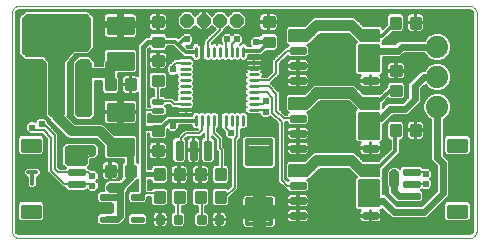
<source format=gtl>
G75*
%MOIN*%
%OFA0B0*%
%FSLAX24Y24*%
%IPPOS*%
%LPD*%
%AMOC8*
5,1,8,0,0,1.08239X$1,22.5*
%
%ADD10C,0.0120*%
%ADD11C,0.0000*%
%ADD12C,0.0142*%
%ADD13C,0.0740*%
%ADD14C,0.0098*%
%ADD15C,0.0099*%
%ADD16C,0.0100*%
%ADD17C,0.0100*%
%ADD18C,0.0099*%
%ADD19C,0.0101*%
%ADD20C,0.0100*%
%ADD21OC8,0.0440*%
%ADD22C,0.0101*%
%ADD23C,0.0130*%
%ADD24C,0.0060*%
%ADD25C,0.0277*%
%ADD26C,0.0240*%
%ADD27C,0.0240*%
%ADD28C,0.0160*%
%ADD29C,0.0356*%
%ADD30C,0.0320*%
%ADD31C,0.0220*%
D10*
X000862Y002048D02*
X000862Y002428D01*
X000735Y002428D02*
X000989Y002428D01*
X005050Y003822D02*
X005197Y003947D01*
X005408Y004158D01*
X005550Y004158D01*
X006325Y004158D01*
X006300Y004519D02*
X005613Y004519D01*
X007113Y004519D02*
X007113Y003831D01*
X007925Y005894D02*
X008613Y005894D01*
X008613Y006081D02*
X007925Y006081D01*
X007917Y006488D02*
X008447Y006488D01*
X008738Y006778D01*
X008684Y006769D02*
X008331Y006769D01*
X006519Y006769D02*
X006519Y006081D01*
X006325Y006442D02*
X005971Y006442D01*
X005722Y006691D01*
X005925Y006863D01*
X006019Y006863D01*
X005722Y006691D02*
X005635Y006778D01*
X005050Y006778D01*
X012135Y006988D02*
X012528Y006988D01*
X012965Y007425D01*
X012988Y005153D02*
X012778Y005153D01*
X012363Y004738D01*
X012135Y004738D01*
X012965Y003831D02*
X012965Y003153D01*
X012300Y002488D01*
X012135Y002488D01*
D11*
X015425Y000238D02*
X000425Y000238D01*
X000395Y000240D01*
X000365Y000245D01*
X000336Y000254D01*
X000309Y000267D01*
X000283Y000282D01*
X000259Y000301D01*
X000238Y000322D01*
X000219Y000346D01*
X000204Y000372D01*
X000191Y000399D01*
X000182Y000428D01*
X000177Y000458D01*
X000175Y000488D01*
X000175Y007738D01*
X000177Y007768D01*
X000182Y007798D01*
X000191Y007827D01*
X000204Y007854D01*
X000219Y007880D01*
X000238Y007904D01*
X000259Y007925D01*
X000283Y007944D01*
X000309Y007959D01*
X000336Y007972D01*
X000365Y007981D01*
X000395Y007986D01*
X000425Y007988D01*
X015425Y007988D01*
X015455Y007986D01*
X015485Y007981D01*
X015514Y007972D01*
X015541Y007959D01*
X015567Y007944D01*
X015591Y007925D01*
X015612Y007904D01*
X015631Y007880D01*
X015646Y007854D01*
X015659Y007827D01*
X015668Y007798D01*
X015673Y007768D01*
X015675Y007738D01*
X015675Y000488D01*
X015673Y000458D01*
X015668Y000428D01*
X015659Y000399D01*
X015646Y000372D01*
X015631Y000346D01*
X015612Y000322D01*
X015591Y000301D01*
X015567Y000282D01*
X015541Y000267D01*
X015514Y000254D01*
X015485Y000245D01*
X015455Y000240D01*
X015425Y000238D01*
D12*
X008826Y000727D02*
X008826Y001529D01*
X008826Y000727D02*
X008024Y000727D01*
X008024Y001529D01*
X008826Y001529D01*
X008826Y000868D02*
X008024Y000868D01*
X008024Y001009D02*
X008826Y001009D01*
X008826Y001150D02*
X008024Y001150D01*
X008024Y001291D02*
X008826Y001291D01*
X008826Y001432D02*
X008024Y001432D01*
X008024Y002696D02*
X008024Y003498D01*
X008826Y003498D01*
X008826Y002696D01*
X008024Y002696D01*
X008024Y002837D02*
X008826Y002837D01*
X008826Y002978D02*
X008024Y002978D01*
X008024Y003119D02*
X008826Y003119D01*
X008826Y003260D02*
X008024Y003260D01*
X008024Y003401D02*
X008826Y003401D01*
D13*
X014363Y004613D03*
X014363Y005613D03*
X014363Y006613D03*
D14*
X013783Y007258D02*
X013783Y007592D01*
X013783Y007258D02*
X013487Y007258D01*
X013487Y007592D01*
X013783Y007592D01*
X013783Y007355D02*
X013487Y007355D01*
X013487Y007452D02*
X013783Y007452D01*
X013783Y007549D02*
X013487Y007549D01*
X013113Y007592D02*
X013113Y007258D01*
X012817Y007258D01*
X012817Y007592D01*
X013113Y007592D01*
X013113Y007355D02*
X012817Y007355D01*
X012817Y007452D02*
X013113Y007452D01*
X013113Y007549D02*
X012817Y007549D01*
X012821Y005970D02*
X013155Y005970D01*
X013155Y005674D01*
X012821Y005674D01*
X012821Y005970D01*
X012821Y005771D02*
X013155Y005771D01*
X013155Y005868D02*
X012821Y005868D01*
X012821Y005965D02*
X013155Y005965D01*
X013155Y005301D02*
X012821Y005301D01*
X013155Y005301D02*
X013155Y005005D01*
X012821Y005005D01*
X012821Y005301D01*
X012821Y005102D02*
X013155Y005102D01*
X013155Y005199D02*
X012821Y005199D01*
X012821Y005296D02*
X013155Y005296D01*
X013113Y003998D02*
X013113Y003664D01*
X012817Y003664D01*
X012817Y003998D01*
X013113Y003998D01*
X013113Y003761D02*
X012817Y003761D01*
X012817Y003858D02*
X013113Y003858D01*
X013113Y003955D02*
X012817Y003955D01*
X013783Y003998D02*
X013783Y003664D01*
X013487Y003664D01*
X013487Y003998D01*
X013783Y003998D01*
X013783Y003761D02*
X013487Y003761D01*
X013487Y003858D02*
X013783Y003858D01*
X013783Y003955D02*
X013487Y003955D01*
X008402Y004513D02*
X008106Y004513D01*
X008106Y004709D02*
X008402Y004709D01*
X008402Y004906D02*
X008106Y004906D01*
X008106Y005103D02*
X008402Y005103D01*
X008402Y005300D02*
X008106Y005300D01*
X008106Y005497D02*
X008402Y005497D01*
X008402Y005694D02*
X008106Y005694D01*
X008106Y005891D02*
X008402Y005891D01*
X008402Y006087D02*
X008106Y006087D01*
X007900Y006294D02*
X007900Y006590D01*
X007703Y006590D02*
X007703Y006294D01*
X007506Y006294D02*
X007506Y006590D01*
X007309Y006590D02*
X007309Y006294D01*
X007113Y006294D02*
X007113Y006590D01*
X006916Y006590D02*
X006916Y006294D01*
X006719Y006294D02*
X006719Y006590D01*
X006522Y006590D02*
X006522Y006294D01*
X006325Y006294D02*
X006325Y006590D01*
X006119Y005891D02*
X005823Y005891D01*
X005823Y005694D02*
X006119Y005694D01*
X006119Y005497D02*
X005823Y005497D01*
X005823Y005300D02*
X006119Y005300D01*
X006119Y005103D02*
X005823Y005103D01*
X005823Y004906D02*
X006119Y004906D01*
X006119Y004709D02*
X005823Y004709D01*
X005823Y004513D02*
X006119Y004513D01*
X006325Y004306D02*
X006325Y004010D01*
X006522Y004010D02*
X006522Y004306D01*
X006719Y004306D02*
X006719Y004010D01*
X006916Y004010D02*
X006916Y004306D01*
X007113Y004306D02*
X007113Y004010D01*
X007309Y004010D02*
X007309Y004306D01*
X007506Y004306D02*
X007506Y004010D01*
X007703Y004010D02*
X007703Y004306D01*
X007900Y004306D02*
X007900Y004010D01*
X005217Y003674D02*
X004883Y003674D01*
X004883Y003970D01*
X005217Y003970D01*
X005217Y003674D01*
X005217Y003771D02*
X004883Y003771D01*
X004883Y003868D02*
X005217Y003868D01*
X005217Y003965D02*
X004883Y003965D01*
X004883Y003005D02*
X005217Y003005D01*
X004883Y003005D02*
X004883Y003301D01*
X005217Y003301D01*
X005217Y003005D01*
X005217Y003102D02*
X004883Y003102D01*
X004883Y003199D02*
X005217Y003199D01*
X005217Y003296D02*
X004883Y003296D01*
X003987Y002655D02*
X003987Y002321D01*
X003987Y002655D02*
X004283Y002655D01*
X004283Y002321D01*
X003987Y002321D01*
X003987Y002418D02*
X004283Y002418D01*
X004283Y002515D02*
X003987Y002515D01*
X003987Y002612D02*
X004283Y002612D01*
X005238Y002530D02*
X005238Y002196D01*
X004942Y002196D01*
X004942Y002530D01*
X005238Y002530D01*
X005238Y002293D02*
X004942Y002293D01*
X004942Y002390D02*
X005238Y002390D01*
X005238Y002487D02*
X004942Y002487D01*
X005908Y002530D02*
X005908Y002196D01*
X005612Y002196D01*
X005612Y002530D01*
X005908Y002530D01*
X005908Y002293D02*
X005612Y002293D01*
X005612Y002390D02*
X005908Y002390D01*
X005908Y002487D02*
X005612Y002487D01*
X006317Y002530D02*
X006317Y002196D01*
X006317Y002530D02*
X006613Y002530D01*
X006613Y002196D01*
X006317Y002196D01*
X006317Y002293D02*
X006613Y002293D01*
X006613Y002390D02*
X006317Y002390D01*
X006317Y002487D02*
X006613Y002487D01*
X006987Y002530D02*
X006987Y002196D01*
X006987Y002530D02*
X007283Y002530D01*
X007283Y002196D01*
X006987Y002196D01*
X006987Y002293D02*
X007283Y002293D01*
X007283Y002390D02*
X006987Y002390D01*
X006987Y002487D02*
X007283Y002487D01*
X007283Y001780D02*
X006987Y001780D01*
X007283Y001780D02*
X007283Y001446D01*
X006987Y001446D01*
X006987Y001780D01*
X006987Y001543D02*
X007283Y001543D01*
X007283Y001640D02*
X006987Y001640D01*
X006987Y001737D02*
X007283Y001737D01*
X006613Y001780D02*
X006317Y001780D01*
X006613Y001780D02*
X006613Y001446D01*
X006317Y001446D01*
X006317Y001780D01*
X006317Y001543D02*
X006613Y001543D01*
X006613Y001640D02*
X006317Y001640D01*
X006317Y001737D02*
X006613Y001737D01*
X005908Y001446D02*
X005612Y001446D01*
X005612Y001780D01*
X005908Y001780D01*
X005908Y001446D01*
X005908Y001543D02*
X005612Y001543D01*
X005612Y001640D02*
X005908Y001640D01*
X005908Y001737D02*
X005612Y001737D01*
X005238Y001446D02*
X004942Y001446D01*
X004942Y001780D01*
X005238Y001780D01*
X005238Y001446D01*
X005238Y001543D02*
X004942Y001543D01*
X004942Y001640D02*
X005238Y001640D01*
X005238Y001737D02*
X004942Y001737D01*
X003317Y002321D02*
X003317Y002655D01*
X003613Y002655D01*
X003613Y002321D01*
X003317Y002321D01*
X003317Y002418D02*
X003613Y002418D01*
X003613Y002515D02*
X003317Y002515D01*
X003317Y002612D02*
X003613Y002612D01*
X003613Y005196D02*
X003613Y005530D01*
X003613Y005196D02*
X003317Y005196D01*
X003317Y005530D01*
X003613Y005530D01*
X003613Y005293D02*
X003317Y005293D01*
X003317Y005390D02*
X003613Y005390D01*
X003613Y005487D02*
X003317Y005487D01*
X004283Y005530D02*
X004283Y005196D01*
X003987Y005196D01*
X003987Y005530D01*
X004283Y005530D01*
X004283Y005293D02*
X003987Y005293D01*
X003987Y005390D02*
X004283Y005390D01*
X004283Y005487D02*
X003987Y005487D01*
X004883Y005349D02*
X004883Y005645D01*
X005217Y005645D01*
X005217Y005349D01*
X004883Y005349D01*
X004883Y005446D02*
X005217Y005446D01*
X005217Y005543D02*
X004883Y005543D01*
X004883Y005640D02*
X005217Y005640D01*
X004883Y006018D02*
X004883Y006314D01*
X005217Y006314D01*
X005217Y006018D01*
X004883Y006018D01*
X004883Y006115D02*
X005217Y006115D01*
X005217Y006212D02*
X004883Y006212D01*
X004883Y006309D02*
X005217Y006309D01*
X005217Y006926D02*
X004883Y006926D01*
X005217Y006926D02*
X005217Y006630D01*
X004883Y006630D01*
X004883Y006926D01*
X004883Y006727D02*
X005217Y006727D01*
X005217Y006824D02*
X004883Y006824D01*
X004883Y006921D02*
X005217Y006921D01*
X005217Y007595D02*
X004883Y007595D01*
X005217Y007595D02*
X005217Y007299D01*
X004883Y007299D01*
X004883Y007595D01*
X004883Y007396D02*
X005217Y007396D01*
X005217Y007493D02*
X004883Y007493D01*
X004883Y007590D02*
X005217Y007590D01*
X008571Y007595D02*
X008905Y007595D01*
X008905Y007299D01*
X008571Y007299D01*
X008571Y007595D01*
X008571Y007396D02*
X008905Y007396D01*
X008905Y007493D02*
X008571Y007493D01*
X008571Y007590D02*
X008905Y007590D01*
X008905Y006926D02*
X008571Y006926D01*
X008905Y006926D02*
X008905Y006630D01*
X008571Y006630D01*
X008571Y006926D01*
X008571Y006727D02*
X008905Y006727D01*
X008905Y006824D02*
X008571Y006824D01*
X008571Y006921D02*
X008905Y006921D01*
D15*
X009489Y006907D02*
X009489Y007069D01*
X009941Y007069D01*
X009941Y006907D01*
X009489Y006907D01*
X009489Y007005D02*
X009941Y007005D01*
X009489Y006569D02*
X009489Y006407D01*
X009489Y006569D02*
X009941Y006569D01*
X009941Y006407D01*
X009489Y006407D01*
X009489Y006505D02*
X009941Y006505D01*
X009489Y006069D02*
X009489Y005907D01*
X009489Y006069D02*
X009941Y006069D01*
X009941Y005907D01*
X009489Y005907D01*
X009489Y006005D02*
X009941Y006005D01*
X009489Y005569D02*
X009489Y005407D01*
X009489Y005569D02*
X009941Y005569D01*
X009941Y005407D01*
X009489Y005407D01*
X009489Y005505D02*
X009941Y005505D01*
X009489Y004819D02*
X009489Y004657D01*
X009489Y004819D02*
X009941Y004819D01*
X009941Y004657D01*
X009489Y004657D01*
X009489Y004755D02*
X009941Y004755D01*
X009489Y004319D02*
X009489Y004157D01*
X009489Y004319D02*
X009941Y004319D01*
X009941Y004157D01*
X009489Y004157D01*
X009489Y004255D02*
X009941Y004255D01*
X009489Y003819D02*
X009489Y003657D01*
X009489Y003819D02*
X009941Y003819D01*
X009941Y003657D01*
X009489Y003657D01*
X009489Y003755D02*
X009941Y003755D01*
X009489Y003319D02*
X009489Y003157D01*
X009489Y003319D02*
X009941Y003319D01*
X009941Y003157D01*
X009489Y003157D01*
X009489Y003255D02*
X009941Y003255D01*
X009489Y002569D02*
X009489Y002407D01*
X009489Y002569D02*
X009941Y002569D01*
X009941Y002407D01*
X009489Y002407D01*
X009489Y002505D02*
X009941Y002505D01*
X009489Y002069D02*
X009489Y001907D01*
X009489Y002069D02*
X009941Y002069D01*
X009941Y001907D01*
X009489Y001907D01*
X009489Y002005D02*
X009941Y002005D01*
X009489Y001569D02*
X009489Y001407D01*
X009489Y001569D02*
X009941Y001569D01*
X009941Y001407D01*
X009489Y001407D01*
X009489Y001505D02*
X009941Y001505D01*
X009489Y001069D02*
X009489Y000907D01*
X009489Y001069D02*
X009941Y001069D01*
X009941Y000907D01*
X009489Y000907D01*
X009489Y001005D02*
X009941Y001005D01*
X011909Y001069D02*
X011909Y000907D01*
X011909Y001069D02*
X012361Y001069D01*
X012361Y000907D01*
X011909Y000907D01*
X011909Y001005D02*
X012361Y001005D01*
X011909Y001407D02*
X011909Y001569D01*
X012361Y001569D01*
X012361Y001407D01*
X011909Y001407D01*
X011909Y001505D02*
X012361Y001505D01*
X011909Y001907D02*
X011909Y002069D01*
X012361Y002069D01*
X012361Y001907D01*
X011909Y001907D01*
X011909Y002005D02*
X012361Y002005D01*
X011909Y002407D02*
X011909Y002569D01*
X012361Y002569D01*
X012361Y002407D01*
X011909Y002407D01*
X011909Y002505D02*
X012361Y002505D01*
X011909Y003157D02*
X011909Y003319D01*
X012361Y003319D01*
X012361Y003157D01*
X011909Y003157D01*
X011909Y003255D02*
X012361Y003255D01*
X011909Y003657D02*
X011909Y003819D01*
X012361Y003819D01*
X012361Y003657D01*
X011909Y003657D01*
X011909Y003755D02*
X012361Y003755D01*
X011909Y004157D02*
X011909Y004319D01*
X012361Y004319D01*
X012361Y004157D01*
X011909Y004157D01*
X011909Y004255D02*
X012361Y004255D01*
X011909Y004657D02*
X011909Y004819D01*
X012361Y004819D01*
X012361Y004657D01*
X011909Y004657D01*
X011909Y004755D02*
X012361Y004755D01*
X011909Y005407D02*
X011909Y005569D01*
X012361Y005569D01*
X012361Y005407D01*
X011909Y005407D01*
X011909Y005505D02*
X012361Y005505D01*
X011909Y005907D02*
X011909Y006069D01*
X012361Y006069D01*
X012361Y005907D01*
X011909Y005907D01*
X011909Y006005D02*
X012361Y006005D01*
X011909Y006407D02*
X011909Y006569D01*
X012361Y006569D01*
X012361Y006407D01*
X011909Y006407D01*
X011909Y006505D02*
X012361Y006505D01*
X011909Y006907D02*
X011909Y007069D01*
X012361Y007069D01*
X012361Y006907D01*
X011909Y006907D01*
X011909Y007005D02*
X012361Y007005D01*
D16*
X006118Y006084D02*
X005824Y006084D01*
X005824Y006090D01*
X006118Y006090D01*
X006118Y006084D01*
D17*
X005200Y004844D02*
X005200Y004744D01*
X004900Y004744D01*
X004900Y004844D01*
X005200Y004844D01*
X005200Y004843D02*
X004900Y004843D01*
X005200Y004544D02*
X005200Y004444D01*
X004900Y004444D01*
X004900Y004544D01*
X005200Y004544D01*
X005200Y004543D02*
X004900Y004543D01*
D18*
X005676Y002890D02*
X005854Y002890D01*
X005676Y002890D02*
X005676Y003460D01*
X005854Y003460D01*
X005854Y002890D01*
X005854Y002988D02*
X005676Y002988D01*
X005676Y003086D02*
X005854Y003086D01*
X005854Y003184D02*
X005676Y003184D01*
X005676Y003282D02*
X005854Y003282D01*
X005854Y003380D02*
X005676Y003380D01*
X006149Y002890D02*
X006327Y002890D01*
X006149Y002890D02*
X006149Y003460D01*
X006327Y003460D01*
X006327Y002890D01*
X006327Y002988D02*
X006149Y002988D01*
X006149Y003086D02*
X006327Y003086D01*
X006327Y003184D02*
X006149Y003184D01*
X006149Y003282D02*
X006327Y003282D01*
X006327Y003380D02*
X006149Y003380D01*
X006621Y002890D02*
X006799Y002890D01*
X006621Y002890D02*
X006621Y003460D01*
X006799Y003460D01*
X006799Y002890D01*
X006799Y002988D02*
X006621Y002988D01*
X006621Y003086D02*
X006799Y003086D01*
X006799Y003184D02*
X006621Y003184D01*
X006621Y003282D02*
X006799Y003282D01*
X006799Y003380D02*
X006621Y003380D01*
X002090Y002897D02*
X002090Y002759D01*
X002090Y002897D02*
X002602Y002897D01*
X002602Y002759D01*
X002090Y002759D01*
X002090Y002857D02*
X002602Y002857D01*
X002090Y002503D02*
X002090Y002365D01*
X002090Y002503D02*
X002602Y002503D01*
X002602Y002365D01*
X002090Y002365D01*
X002090Y002463D02*
X002602Y002463D01*
X002090Y002110D02*
X002090Y001972D01*
X002090Y002110D02*
X002602Y002110D01*
X002602Y001972D01*
X002090Y001972D01*
X002090Y002070D02*
X002602Y002070D01*
X002090Y001716D02*
X002090Y001578D01*
X002090Y001716D02*
X002602Y001716D01*
X002602Y001578D01*
X002090Y001578D01*
X002090Y001676D02*
X002602Y001676D01*
X000516Y001322D02*
X000516Y000948D01*
X000516Y001322D02*
X001126Y001322D01*
X001126Y000948D01*
X000516Y000948D01*
X000516Y001046D02*
X001126Y001046D01*
X001126Y001144D02*
X000516Y001144D01*
X000516Y001242D02*
X001126Y001242D01*
X000516Y003153D02*
X000516Y003527D01*
X001126Y003527D01*
X001126Y003153D01*
X000516Y003153D01*
X000516Y003251D02*
X001126Y003251D01*
X001126Y003349D02*
X000516Y003349D01*
X000516Y003447D02*
X001126Y003447D01*
X013760Y002897D02*
X013760Y002759D01*
X013248Y002759D01*
X013248Y002897D01*
X013760Y002897D01*
X013760Y002857D02*
X013248Y002857D01*
X013760Y002503D02*
X013760Y002365D01*
X013248Y002365D01*
X013248Y002503D01*
X013760Y002503D01*
X013760Y002463D02*
X013248Y002463D01*
X013760Y002110D02*
X013760Y001972D01*
X013248Y001972D01*
X013248Y002110D01*
X013760Y002110D01*
X013760Y002070D02*
X013248Y002070D01*
X013760Y001716D02*
X013760Y001578D01*
X013248Y001578D01*
X013248Y001716D01*
X013760Y001716D01*
X013760Y001676D02*
X013248Y001676D01*
X015334Y001322D02*
X015334Y000948D01*
X014724Y000948D01*
X014724Y001322D01*
X015334Y001322D01*
X015334Y001046D02*
X014724Y001046D01*
X014724Y001144D02*
X015334Y001144D01*
X015334Y001242D02*
X014724Y001242D01*
X015334Y003153D02*
X015334Y003527D01*
X015334Y003153D02*
X014724Y003153D01*
X014724Y003527D01*
X015334Y003527D01*
X015334Y003251D02*
X014724Y003251D01*
X014724Y003349D02*
X015334Y003349D01*
X015334Y003447D02*
X014724Y003447D01*
D19*
X006988Y000970D02*
X006988Y000756D01*
X006988Y000970D02*
X007202Y000970D01*
X007202Y000756D01*
X006988Y000756D01*
X006988Y000856D02*
X007202Y000856D01*
X007202Y000956D02*
X006988Y000956D01*
X006398Y000970D02*
X006398Y000756D01*
X006398Y000970D02*
X006612Y000970D01*
X006612Y000756D01*
X006398Y000756D01*
X006398Y000856D02*
X006612Y000856D01*
X006612Y000956D02*
X006398Y000956D01*
X005827Y000970D02*
X005827Y000756D01*
X005613Y000756D01*
X005613Y000970D01*
X005827Y000970D01*
X005827Y000856D02*
X005613Y000856D01*
X005613Y000956D02*
X005827Y000956D01*
X005237Y000970D02*
X005237Y000756D01*
X005023Y000756D01*
X005023Y000970D01*
X005237Y000970D01*
X005237Y000856D02*
X005023Y000856D01*
X005023Y000956D02*
X005237Y000956D01*
X004222Y003007D02*
X004222Y003537D01*
X004222Y003007D02*
X003378Y003007D01*
X003378Y003537D01*
X004222Y003537D01*
X004222Y003107D02*
X003378Y003107D01*
X003378Y003207D02*
X004222Y003207D01*
X004222Y003307D02*
X003378Y003307D01*
X003378Y003407D02*
X004222Y003407D01*
X004222Y003507D02*
X003378Y003507D01*
X003378Y004188D02*
X003378Y004718D01*
X004222Y004718D01*
X004222Y004188D01*
X003378Y004188D01*
X003378Y004288D02*
X004222Y004288D01*
X004222Y004388D02*
X003378Y004388D01*
X003378Y004488D02*
X004222Y004488D01*
X004222Y004588D02*
X003378Y004588D01*
X003378Y004688D02*
X004222Y004688D01*
X004222Y005882D02*
X004222Y006412D01*
X004222Y005882D02*
X003378Y005882D01*
X003378Y006412D01*
X004222Y006412D01*
X004222Y005982D02*
X003378Y005982D01*
X003378Y006082D02*
X004222Y006082D01*
X004222Y006182D02*
X003378Y006182D01*
X003378Y006282D02*
X004222Y006282D01*
X004222Y006382D02*
X003378Y006382D01*
X003378Y007063D02*
X003378Y007593D01*
X004222Y007593D01*
X004222Y007063D01*
X003378Y007063D01*
X003378Y007163D02*
X004222Y007163D01*
X004222Y007263D02*
X003378Y007263D01*
X003378Y007363D02*
X004222Y007363D01*
X004222Y007463D02*
X003378Y007463D01*
X003378Y007563D02*
X004222Y007563D01*
D20*
X004188Y001670D02*
X004188Y001554D01*
X004188Y001670D02*
X004560Y001670D01*
X004560Y001554D01*
X004188Y001554D01*
X004188Y001653D02*
X004560Y001653D01*
X003165Y001670D02*
X003165Y001554D01*
X003165Y001670D02*
X003537Y001670D01*
X003537Y001554D01*
X003165Y001554D01*
X003165Y001653D02*
X003537Y001653D01*
X003165Y001296D02*
X003165Y001180D01*
X003165Y001296D02*
X003537Y001296D01*
X003537Y001180D01*
X003165Y001180D01*
X003165Y001279D02*
X003537Y001279D01*
X003165Y000921D02*
X003165Y000805D01*
X003165Y000921D02*
X003537Y000921D01*
X003537Y000805D01*
X003165Y000805D01*
X003165Y000904D02*
X003537Y000904D01*
X004188Y000921D02*
X004188Y000805D01*
X004188Y000921D02*
X004560Y000921D01*
X004560Y000805D01*
X004188Y000805D01*
X004188Y000904D02*
X004560Y000904D01*
D21*
X006025Y007488D03*
X006575Y007488D03*
X007125Y007488D03*
X007675Y007488D03*
D22*
X002775Y004378D02*
X002395Y004378D01*
X002395Y005158D01*
X002775Y005158D01*
X002775Y004378D01*
X002775Y004478D02*
X002395Y004478D01*
X002395Y004578D02*
X002775Y004578D01*
X002775Y004678D02*
X002395Y004678D01*
X002395Y004778D02*
X002775Y004778D01*
X002775Y004878D02*
X002395Y004878D01*
X002395Y004978D02*
X002775Y004978D01*
X002775Y005078D02*
X002395Y005078D01*
X001865Y004378D02*
X001485Y004378D01*
X001485Y005158D01*
X001865Y005158D01*
X001865Y004378D01*
X001865Y004478D02*
X001485Y004478D01*
X001485Y004578D02*
X001865Y004578D01*
X001865Y004678D02*
X001485Y004678D01*
X001485Y004778D02*
X001865Y004778D01*
X001865Y004878D02*
X001485Y004878D01*
X001485Y004978D02*
X001865Y004978D01*
X001865Y005078D02*
X001485Y005078D01*
X000955Y004378D02*
X000575Y004378D01*
X000575Y005158D01*
X000955Y005158D01*
X000955Y004378D01*
X000955Y004478D02*
X000575Y004478D01*
X000575Y004578D02*
X000955Y004578D01*
X000955Y004678D02*
X000575Y004678D01*
X000575Y004778D02*
X000955Y004778D01*
X000955Y004878D02*
X000575Y004878D01*
X000575Y004978D02*
X000955Y004978D01*
X000955Y005078D02*
X000575Y005078D01*
D23*
X001032Y006840D02*
X002318Y006840D01*
X001032Y006840D02*
X001032Y007576D01*
X002318Y007576D01*
X002318Y006840D01*
X002318Y006969D02*
X001032Y006969D01*
X001032Y007098D02*
X002318Y007098D01*
X002318Y007227D02*
X001032Y007227D01*
X001032Y007356D02*
X002318Y007356D01*
X002318Y007485D02*
X001032Y007485D01*
D24*
X000675Y007675D02*
X000550Y007550D01*
X000550Y006425D01*
X000675Y006300D01*
X001238Y006300D01*
X001425Y006113D01*
X001425Y004363D01*
X001488Y004300D01*
X001863Y004300D01*
X001925Y004363D01*
X001925Y006113D01*
X002238Y006488D01*
X002675Y006488D01*
X002800Y006613D01*
X002800Y007550D01*
X002675Y007675D01*
X000675Y007675D01*
X000667Y007667D02*
X002683Y007667D01*
X002741Y007609D02*
X000609Y007609D01*
X000550Y007550D02*
X002800Y007550D01*
X002800Y007492D02*
X000550Y007492D01*
X000550Y007433D02*
X002800Y007433D01*
X002800Y007375D02*
X000550Y007375D01*
X000550Y007316D02*
X002800Y007316D01*
X002800Y007258D02*
X000550Y007258D01*
X000550Y007199D02*
X002800Y007199D01*
X002800Y007141D02*
X000550Y007141D01*
X000550Y007082D02*
X002800Y007082D01*
X002800Y007024D02*
X000550Y007024D01*
X000550Y006965D02*
X002800Y006965D01*
X002800Y006907D02*
X000550Y006907D01*
X000550Y006848D02*
X002800Y006848D01*
X002800Y006790D02*
X000550Y006790D01*
X000550Y006731D02*
X002800Y006731D01*
X002800Y006673D02*
X000550Y006673D01*
X000550Y006614D02*
X002800Y006614D01*
X002743Y006556D02*
X000550Y006556D01*
X000550Y006497D02*
X002685Y006497D01*
X002795Y006438D02*
X002920Y006563D01*
X002920Y007600D01*
X002850Y007670D01*
X002725Y007795D01*
X000625Y007795D01*
X000555Y007725D01*
X000555Y007725D01*
X000500Y007670D01*
X000430Y007600D01*
X000430Y006375D01*
X000500Y006305D01*
X000625Y006180D01*
X001188Y006180D01*
X001305Y006063D01*
X001305Y004313D01*
X001375Y004243D01*
X001438Y004180D01*
X001454Y004180D01*
X001463Y004158D01*
X001963Y003658D01*
X002033Y003588D01*
X002125Y003550D01*
X003009Y003550D01*
X003238Y003321D01*
X003238Y002949D01*
X003320Y002867D01*
X003925Y002867D01*
X003925Y002789D01*
X003848Y002712D01*
X003848Y002270D01*
X003753Y002175D01*
X003438Y002175D01*
X003346Y002137D01*
X003276Y002067D01*
X003238Y001975D01*
X003238Y001875D01*
X003265Y001810D01*
X003106Y001810D01*
X003024Y001728D01*
X003024Y001495D01*
X003100Y001420D01*
X003078Y001408D01*
X003052Y001382D01*
X003034Y001350D01*
X003024Y001314D01*
X003024Y001262D01*
X003327Y001262D01*
X003327Y001213D01*
X003024Y001213D01*
X003024Y001161D01*
X003034Y001125D01*
X003052Y001093D01*
X003078Y001067D01*
X003100Y001055D01*
X003024Y000980D01*
X003024Y000747D01*
X003106Y000665D01*
X003266Y000665D01*
X003268Y000663D01*
X003759Y000663D01*
X003883Y000788D01*
X004000Y000905D01*
X004000Y001771D01*
X004012Y001783D01*
X004050Y001875D01*
X004050Y001878D01*
X004345Y002173D01*
X004345Y002186D01*
X004379Y002220D01*
X004379Y002174D01*
X004379Y002104D01*
X004379Y002104D01*
X004379Y002104D01*
X004380Y002103D01*
X004380Y001810D01*
X004130Y001810D01*
X004048Y001728D01*
X004048Y001495D01*
X004130Y001413D01*
X004619Y001413D01*
X004701Y001495D01*
X004701Y001618D01*
X004804Y001618D01*
X004804Y001388D01*
X004885Y001306D01*
X005296Y001306D01*
X005377Y001388D01*
X005377Y001837D01*
X005296Y001919D01*
X004885Y001919D01*
X004824Y001857D01*
X004720Y001857D01*
X004720Y002193D01*
X004804Y002193D01*
X004804Y002138D01*
X004885Y002056D01*
X005296Y002056D01*
X005377Y002138D01*
X005377Y002587D01*
X005296Y002669D01*
X004885Y002669D01*
X004804Y002587D01*
X004804Y002532D01*
X004719Y002532D01*
X004720Y003667D01*
X004720Y003667D01*
X004720Y003737D01*
X004720Y003755D01*
X004743Y003755D01*
X004743Y003617D01*
X004825Y003535D01*
X005275Y003535D01*
X005357Y003617D01*
X005357Y003884D01*
X005463Y003778D01*
X005637Y003778D01*
X005760Y003901D01*
X005760Y004008D01*
X006186Y004008D01*
X006186Y003953D01*
X006267Y003871D01*
X006383Y003871D01*
X006402Y003891D01*
X006402Y003884D01*
X006375Y003857D01*
X005938Y003857D01*
X005778Y003698D01*
X005708Y003627D01*
X005708Y003600D01*
X005619Y003600D01*
X005537Y003518D01*
X005537Y002832D01*
X005619Y002750D01*
X005911Y002750D01*
X005993Y002832D01*
X005993Y003518D01*
X005965Y003546D01*
X006037Y003618D01*
X006475Y003618D01*
X006545Y003688D01*
X006599Y003742D01*
X006599Y003600D01*
X006564Y003600D01*
X006482Y003518D01*
X006482Y002832D01*
X006564Y002750D01*
X006856Y002750D01*
X006938Y002832D01*
X006938Y003518D01*
X006856Y003600D01*
X006839Y003600D01*
X006839Y003654D01*
X006993Y003500D01*
X006993Y003188D01*
X007055Y003125D01*
X007055Y002669D01*
X006929Y002669D01*
X006848Y002587D01*
X006848Y002138D01*
X006929Y002056D01*
X007340Y002056D01*
X007421Y002138D01*
X007421Y002587D01*
X007340Y002669D01*
X007295Y002669D01*
X007295Y003225D01*
X007232Y003287D01*
X007232Y003600D01*
X007162Y003670D01*
X007036Y003797D01*
X007036Y003894D01*
X007059Y003881D01*
X007094Y003871D01*
X007112Y003871D01*
X007112Y004158D01*
X007113Y004158D01*
X007113Y003871D01*
X007131Y003871D01*
X007166Y003881D01*
X007189Y003894D01*
X007189Y003866D01*
X007278Y003778D01*
X007278Y003651D01*
X007401Y003528D01*
X007493Y003528D01*
X007493Y001975D01*
X007388Y001871D01*
X007340Y001919D01*
X006929Y001919D01*
X006848Y001837D01*
X006848Y001388D01*
X006929Y001306D01*
X007340Y001306D01*
X007421Y001388D01*
X007421Y001564D01*
X007662Y001805D01*
X007732Y001875D01*
X007732Y003500D01*
X007753Y003521D01*
X007823Y003591D01*
X007823Y003891D01*
X007842Y003871D01*
X007958Y003871D01*
X008039Y003953D01*
X008039Y004364D01*
X007958Y004445D01*
X007842Y004445D01*
X007801Y004404D01*
X007761Y004445D01*
X007645Y004445D01*
X007605Y004404D01*
X007564Y004445D01*
X007449Y004445D01*
X007408Y004404D01*
X007367Y004445D01*
X007252Y004445D01*
X007211Y004404D01*
X007198Y004417D01*
X007166Y004436D01*
X007131Y004445D01*
X007113Y004445D01*
X007113Y004158D01*
X007112Y004158D01*
X007112Y004445D01*
X007094Y004445D01*
X007059Y004436D01*
X007027Y004417D01*
X007014Y004404D01*
X006973Y004445D01*
X006858Y004445D01*
X006817Y004404D01*
X006776Y004445D01*
X006661Y004445D01*
X006620Y004404D01*
X006580Y004445D01*
X006464Y004445D01*
X006424Y004404D01*
X006383Y004445D01*
X006267Y004445D01*
X006186Y004364D01*
X006186Y004308D01*
X005346Y004308D01*
X005258Y004220D01*
X005147Y004109D01*
X004825Y004109D01*
X004811Y004095D01*
X004720Y004095D01*
X004720Y004374D01*
X004772Y004374D01*
X004842Y004304D01*
X005258Y004304D01*
X005340Y004386D01*
X005340Y004602D01*
X005298Y004644D01*
X005328Y004674D01*
X005450Y004674D01*
X005535Y004589D01*
X005707Y004589D01*
X005693Y004566D01*
X005684Y004531D01*
X005684Y004513D01*
X005971Y004513D01*
X006258Y004513D01*
X006258Y004531D01*
X006248Y004566D01*
X006230Y004598D01*
X006217Y004611D01*
X006258Y004652D01*
X006258Y004767D01*
X006217Y004808D01*
X006258Y004849D01*
X006258Y004964D01*
X006217Y005005D01*
X006258Y005045D01*
X006258Y005161D01*
X006217Y005202D01*
X006258Y005242D01*
X006258Y005358D01*
X006217Y005398D01*
X006258Y005439D01*
X006258Y005555D01*
X006217Y005595D01*
X006258Y005636D01*
X006258Y005751D01*
X006217Y005792D01*
X006258Y005833D01*
X006258Y005948D01*
X006219Y005987D01*
X006258Y006026D01*
X006258Y006149D01*
X006176Y006231D01*
X005766Y006231D01*
X005743Y006207D01*
X005600Y006207D01*
X005500Y006107D01*
X005465Y006072D01*
X005463Y006072D01*
X005340Y005949D01*
X005340Y005776D01*
X005463Y005653D01*
X005637Y005653D01*
X005684Y005699D01*
X005684Y005636D01*
X005725Y005595D01*
X005684Y005555D01*
X005684Y005439D01*
X005725Y005398D01*
X005684Y005358D01*
X005684Y005242D01*
X005725Y005202D01*
X005684Y005161D01*
X005684Y005045D01*
X005725Y005005D01*
X005684Y004964D01*
X005684Y004849D01*
X005703Y004829D01*
X005634Y004829D01*
X005550Y004914D01*
X005328Y004914D01*
X005258Y004984D01*
X005170Y004984D01*
X005170Y005210D01*
X005275Y005210D01*
X005357Y005291D01*
X005357Y005702D01*
X005275Y005783D01*
X004825Y005783D01*
X004743Y005702D01*
X004743Y005291D01*
X004825Y005210D01*
X004930Y005210D01*
X004930Y004984D01*
X004842Y004984D01*
X004760Y004902D01*
X004760Y004686D01*
X004802Y004644D01*
X004772Y004614D01*
X004720Y004614D01*
X004720Y006542D01*
X004747Y006569D01*
X004825Y006491D01*
X005275Y006491D01*
X005357Y006573D01*
X005357Y006628D01*
X005573Y006628D01*
X005611Y006589D01*
X005648Y006546D01*
X005655Y006546D01*
X005660Y006541D01*
X005909Y006292D01*
X006186Y006292D01*
X006186Y006236D01*
X006267Y006155D01*
X006383Y006155D01*
X006424Y006196D01*
X006436Y006183D01*
X006468Y006164D01*
X006504Y006155D01*
X006522Y006155D01*
X006540Y006155D01*
X006576Y006164D01*
X006607Y006183D01*
X006620Y006196D01*
X006661Y006155D01*
X006776Y006155D01*
X006817Y006196D01*
X006858Y006155D01*
X006973Y006155D01*
X007014Y006196D01*
X007055Y006155D01*
X007170Y006155D01*
X007211Y006196D01*
X007252Y006155D01*
X007367Y006155D01*
X007408Y006196D01*
X007449Y006155D01*
X007564Y006155D01*
X007605Y006196D01*
X007645Y006155D01*
X007761Y006155D01*
X007801Y006196D01*
X007842Y006155D01*
X007958Y006155D01*
X008039Y006236D01*
X008039Y006338D01*
X008509Y006338D01*
X008663Y006491D01*
X008962Y006491D01*
X009044Y006573D01*
X009044Y006983D01*
X008962Y007065D01*
X008513Y007065D01*
X008431Y006983D01*
X008431Y006966D01*
X008418Y006979D01*
X008244Y006979D01*
X008121Y006856D01*
X008121Y006682D01*
X008166Y006637D01*
X008039Y006637D01*
X008039Y006647D01*
X007958Y006729D01*
X007842Y006729D01*
X007801Y006688D01*
X007799Y006690D01*
X007885Y006776D01*
X007885Y006949D01*
X007762Y007072D01*
X007588Y007072D01*
X007519Y007003D01*
X007449Y007072D01*
X007276Y007072D01*
X007153Y006949D01*
X007153Y006776D01*
X007189Y006739D01*
X007189Y006709D01*
X007170Y006729D01*
X007055Y006729D01*
X007014Y006688D01*
X006973Y006729D01*
X006858Y006729D01*
X006839Y006709D01*
X006839Y006732D01*
X007175Y007068D01*
X007245Y007138D01*
X007245Y007178D01*
X007253Y007178D01*
X007400Y007324D01*
X007547Y007178D01*
X007803Y007178D01*
X007985Y007359D01*
X007985Y007616D01*
X007803Y007797D01*
X007547Y007797D01*
X007400Y007651D01*
X007253Y007797D01*
X006997Y007797D01*
X006850Y007651D01*
X006703Y007797D01*
X006605Y007797D01*
X006605Y007518D01*
X006545Y007518D01*
X006545Y007797D01*
X006447Y007797D01*
X006300Y007651D01*
X006153Y007797D01*
X005897Y007797D01*
X005715Y007616D01*
X005715Y007359D01*
X005897Y007178D01*
X006153Y007178D01*
X006300Y007324D01*
X006447Y007178D01*
X006545Y007178D01*
X006545Y007457D01*
X006605Y007457D01*
X006605Y007178D01*
X006703Y007178D01*
X006850Y007324D01*
X006971Y007203D01*
X006599Y006831D01*
X006599Y006706D01*
X006576Y006719D01*
X006540Y006729D01*
X006522Y006729D01*
X006522Y006442D01*
X006522Y006442D01*
X006522Y006729D01*
X006504Y006729D01*
X006468Y006719D01*
X006436Y006701D01*
X006424Y006688D01*
X006383Y006729D01*
X006267Y006729D01*
X006186Y006647D01*
X006186Y006592D01*
X006033Y006592D01*
X005972Y006653D01*
X006106Y006653D01*
X006229Y006776D01*
X006229Y006949D01*
X006106Y007072D01*
X005932Y007072D01*
X005876Y007017D01*
X005876Y007017D01*
X005870Y007012D01*
X005863Y007012D01*
X005823Y006973D01*
X005730Y006894D01*
X005697Y006928D01*
X005357Y006928D01*
X005357Y006983D01*
X005275Y007065D01*
X004825Y007065D01*
X004743Y006983D01*
X004743Y006948D01*
X004645Y006948D01*
X004545Y006848D01*
X002920Y006848D01*
X002920Y006790D02*
X004487Y006790D01*
X004545Y006848D02*
X004380Y006683D01*
X004380Y005629D01*
X004368Y005641D01*
X004336Y005660D01*
X004301Y005669D01*
X004165Y005669D01*
X004165Y005393D01*
X004105Y005393D01*
X004105Y005669D01*
X003969Y005669D01*
X003933Y005660D01*
X003902Y005641D01*
X003876Y005615D01*
X003857Y005584D01*
X003848Y005548D01*
X003848Y005392D01*
X004105Y005392D01*
X004105Y005333D01*
X003848Y005333D01*
X003848Y005177D01*
X003857Y005141D01*
X003876Y005110D01*
X003902Y005084D01*
X003933Y005065D01*
X003969Y005056D01*
X004105Y005056D01*
X004105Y005332D01*
X004165Y005332D01*
X004165Y005056D01*
X004301Y005056D01*
X004336Y005065D01*
X004368Y005084D01*
X004380Y005096D01*
X004380Y003738D01*
X004379Y002755D01*
X004345Y002789D01*
X004345Y002931D01*
X004362Y002949D01*
X004362Y003595D01*
X004280Y003677D01*
X003589Y003677D01*
X003254Y004012D01*
X003162Y004050D01*
X002279Y004050D01*
X002030Y004298D01*
X002045Y004313D01*
X002045Y006069D01*
X002294Y006368D01*
X002725Y006368D01*
X002795Y006438D01*
X002796Y006439D02*
X003238Y006439D01*
X003238Y006470D02*
X003238Y006131D01*
X003215Y006078D01*
X003215Y005987D01*
X002951Y005987D01*
X002951Y006100D01*
X002881Y006170D01*
X002756Y006295D01*
X002407Y006295D01*
X002336Y006225D01*
X002211Y006100D01*
X002211Y004313D01*
X002274Y004250D01*
X002344Y004180D01*
X002818Y004180D01*
X002889Y004250D01*
X002951Y004313D01*
X002951Y005488D01*
X003179Y005488D01*
X003179Y005138D01*
X003260Y005056D01*
X003671Y005056D01*
X003752Y005138D01*
X003752Y005587D01*
X003715Y005624D01*
X003715Y005742D01*
X004280Y005742D01*
X004362Y005824D01*
X004362Y006470D01*
X004280Y006552D01*
X003320Y006552D01*
X003238Y006470D01*
X003265Y006497D02*
X002854Y006497D01*
X002913Y006556D02*
X004380Y006556D01*
X004380Y006614D02*
X002920Y006614D01*
X002920Y006673D02*
X004380Y006673D01*
X004428Y006731D02*
X002920Y006731D01*
X002920Y006907D02*
X004604Y006907D01*
X004743Y006965D02*
X004322Y006965D01*
X004334Y006977D02*
X004353Y007009D01*
X004362Y007045D01*
X004362Y007298D01*
X003830Y007298D01*
X003830Y006923D01*
X004241Y006923D01*
X004276Y006933D01*
X004308Y006951D01*
X004334Y006977D01*
X004357Y007024D02*
X004784Y007024D01*
X004829Y007170D02*
X004864Y007160D01*
X005020Y007160D01*
X005020Y007417D01*
X005080Y007417D01*
X005080Y007160D01*
X005236Y007160D01*
X005271Y007170D01*
X005303Y007188D01*
X005329Y007214D01*
X005347Y007246D01*
X005357Y007281D01*
X005357Y007417D01*
X005080Y007417D01*
X005080Y007477D01*
X005357Y007477D01*
X005357Y007613D01*
X005347Y007649D01*
X005329Y007680D01*
X005303Y007706D01*
X005271Y007725D01*
X005236Y007734D01*
X005080Y007734D01*
X005080Y007477D01*
X005020Y007477D01*
X005020Y007417D01*
X004743Y007417D01*
X004743Y007281D01*
X004753Y007246D01*
X004771Y007214D01*
X004797Y007188D01*
X004829Y007170D01*
X004786Y007199D02*
X004362Y007199D01*
X004362Y007141D02*
X006908Y007141D01*
X006967Y007199D02*
X006725Y007199D01*
X006783Y007258D02*
X006917Y007258D01*
X006858Y007316D02*
X006842Y007316D01*
X006605Y007316D02*
X006545Y007316D01*
X006545Y007258D02*
X006605Y007258D01*
X006605Y007199D02*
X006545Y007199D01*
X006425Y007199D02*
X006175Y007199D01*
X006233Y007258D02*
X006367Y007258D01*
X006308Y007316D02*
X006292Y007316D01*
X006545Y007375D02*
X006605Y007375D01*
X006605Y007433D02*
X006545Y007433D01*
X006545Y007550D02*
X006605Y007550D01*
X006605Y007609D02*
X006545Y007609D01*
X006545Y007667D02*
X006605Y007667D01*
X006605Y007726D02*
X006545Y007726D01*
X006545Y007784D02*
X006605Y007784D01*
X006717Y007784D02*
X006983Y007784D01*
X006925Y007726D02*
X006775Y007726D01*
X006834Y007667D02*
X006866Y007667D01*
X007125Y007488D02*
X007125Y007188D01*
X006719Y006781D01*
X006719Y006442D01*
X006522Y006442D02*
X006522Y006155D01*
X006522Y006442D01*
X006522Y006442D01*
X006522Y006439D02*
X006522Y006439D01*
X006522Y006497D02*
X006522Y006497D01*
X006522Y006556D02*
X006522Y006556D01*
X006522Y006614D02*
X006522Y006614D01*
X006522Y006673D02*
X006522Y006673D01*
X006599Y006731D02*
X006184Y006731D01*
X006211Y006673D02*
X006126Y006673D01*
X006186Y006614D02*
X006011Y006614D01*
X006229Y006790D02*
X006599Y006790D01*
X006616Y006848D02*
X006229Y006848D01*
X006229Y006907D02*
X006674Y006907D01*
X006733Y006965D02*
X006213Y006965D01*
X006155Y007024D02*
X006791Y007024D01*
X006850Y007082D02*
X004362Y007082D01*
X004362Y007258D02*
X004750Y007258D01*
X004743Y007316D02*
X003830Y007316D01*
X003830Y007298D02*
X003830Y007358D01*
X004362Y007358D01*
X004362Y007611D01*
X004353Y007647D01*
X004334Y007679D01*
X004308Y007705D01*
X004276Y007723D01*
X004241Y007733D01*
X003830Y007733D01*
X003830Y007358D01*
X003770Y007358D01*
X003770Y007298D01*
X003830Y007298D01*
X003830Y007258D02*
X003770Y007258D01*
X003770Y007298D02*
X003770Y006923D01*
X003359Y006923D01*
X003324Y006933D01*
X003292Y006951D01*
X003266Y006977D01*
X003247Y007009D01*
X003238Y007045D01*
X003238Y007298D01*
X003770Y007298D01*
X003770Y007316D02*
X002920Y007316D01*
X002920Y007258D02*
X003238Y007258D01*
X003238Y007199D02*
X002920Y007199D01*
X002920Y007141D02*
X003238Y007141D01*
X003238Y007082D02*
X002920Y007082D01*
X002920Y007024D02*
X003243Y007024D01*
X003278Y006965D02*
X002920Y006965D01*
X002920Y007375D02*
X003238Y007375D01*
X003238Y007358D02*
X003770Y007358D01*
X003770Y007733D01*
X003359Y007733D01*
X003324Y007723D01*
X003292Y007705D01*
X003266Y007679D01*
X003247Y007647D01*
X003238Y007611D01*
X003238Y007358D01*
X003238Y007433D02*
X002920Y007433D01*
X002920Y007492D02*
X003238Y007492D01*
X003238Y007550D02*
X002920Y007550D01*
X002911Y007609D02*
X003238Y007609D01*
X003259Y007667D02*
X002853Y007667D01*
X002794Y007726D02*
X003332Y007726D01*
X003770Y007726D02*
X003830Y007726D01*
X003830Y007667D02*
X003770Y007667D01*
X003770Y007609D02*
X003830Y007609D01*
X003830Y007550D02*
X003770Y007550D01*
X003770Y007492D02*
X003830Y007492D01*
X003830Y007433D02*
X003770Y007433D01*
X003770Y007375D02*
X003830Y007375D01*
X003830Y007199D02*
X003770Y007199D01*
X003770Y007141D02*
X003830Y007141D01*
X003830Y007082D02*
X003770Y007082D01*
X003770Y007024D02*
X003830Y007024D01*
X003830Y006965D02*
X003770Y006965D01*
X004362Y007375D02*
X004743Y007375D01*
X005020Y007375D02*
X005080Y007375D01*
X005080Y007433D02*
X005715Y007433D01*
X005715Y007375D02*
X005357Y007375D01*
X005357Y007316D02*
X005758Y007316D01*
X005817Y007258D02*
X005350Y007258D01*
X005314Y007199D02*
X005875Y007199D01*
X005883Y007024D02*
X005316Y007024D01*
X005357Y006965D02*
X005814Y006965D01*
X005745Y006907D02*
X005718Y006907D01*
X005586Y006614D02*
X005357Y006614D01*
X005340Y006556D02*
X005640Y006556D01*
X005660Y006541D02*
X005660Y006541D01*
X005703Y006497D02*
X005281Y006497D01*
X005271Y006443D02*
X005236Y006453D01*
X005080Y006453D01*
X005080Y006196D01*
X005020Y006196D01*
X005020Y006453D01*
X004864Y006453D01*
X004829Y006443D01*
X004797Y006425D01*
X004771Y006399D01*
X004753Y006367D01*
X004743Y006332D01*
X004743Y006196D01*
X005020Y006196D01*
X005020Y006136D01*
X004743Y006136D01*
X004743Y006000D01*
X004753Y005965D01*
X004771Y005933D01*
X004797Y005907D01*
X004829Y005889D01*
X004864Y005879D01*
X005020Y005879D01*
X005020Y006136D01*
X005080Y006136D01*
X005080Y006196D01*
X005357Y006196D01*
X005357Y006332D01*
X005347Y006367D01*
X005329Y006399D01*
X005303Y006425D01*
X005271Y006443D01*
X005279Y006439D02*
X005762Y006439D01*
X005820Y006380D02*
X005340Y006380D01*
X005357Y006322D02*
X005879Y006322D01*
X005597Y006205D02*
X005357Y006205D01*
X005357Y006263D02*
X006186Y006263D01*
X006202Y006205D02*
X006218Y006205D01*
X006258Y006146D02*
X007980Y006146D01*
X007977Y006141D02*
X007967Y006106D01*
X007967Y006087D01*
X007967Y006069D01*
X007977Y006034D01*
X007995Y006002D01*
X008008Y005989D01*
X007995Y005976D01*
X007977Y005944D01*
X007967Y005909D01*
X007967Y005891D01*
X008254Y005891D01*
X008254Y006087D01*
X008254Y006087D01*
X007967Y006087D01*
X008254Y006087D01*
X008254Y006087D01*
X008254Y005948D01*
X008254Y005891D01*
X008254Y005891D01*
X008254Y005891D01*
X007967Y005891D01*
X007967Y005872D01*
X007977Y005837D01*
X007995Y005805D01*
X008008Y005792D01*
X007967Y005751D01*
X007967Y005636D01*
X008008Y005595D01*
X007967Y005555D01*
X007967Y005439D01*
X008008Y005398D01*
X007967Y005358D01*
X007967Y005242D01*
X008008Y005202D01*
X007967Y005161D01*
X007967Y005045D01*
X008008Y005005D01*
X007967Y004964D01*
X007967Y004849D01*
X008008Y004808D01*
X007967Y004767D01*
X007967Y004652D01*
X008008Y004611D01*
X007967Y004570D01*
X007967Y004455D01*
X008049Y004373D01*
X008434Y004373D01*
X008434Y004369D01*
X008557Y004246D01*
X008731Y004246D01*
X008801Y004317D01*
X009055Y004063D01*
X009055Y002125D01*
X009243Y001938D01*
X009313Y001868D01*
X009350Y001868D01*
X009350Y001849D01*
X009432Y001768D01*
X009998Y001768D01*
X010080Y001849D01*
X010080Y002126D01*
X010026Y002180D01*
X010068Y002180D01*
X010139Y002250D01*
X010443Y002555D01*
X011407Y002555D01*
X011677Y002284D01*
X011618Y002225D01*
X011618Y001250D01*
X011688Y001180D01*
X011824Y001180D01*
X011798Y001154D01*
X011779Y001122D01*
X011770Y001086D01*
X011770Y001017D01*
X012105Y001017D01*
X012105Y000958D01*
X011770Y000958D01*
X011770Y000889D01*
X011779Y000853D01*
X011798Y000821D01*
X011824Y000795D01*
X011856Y000777D01*
X011891Y000768D01*
X012105Y000768D01*
X012105Y000957D01*
X012165Y000957D01*
X012165Y000768D01*
X012379Y000768D01*
X012414Y000777D01*
X012446Y000795D01*
X012472Y000821D01*
X012490Y000853D01*
X012500Y000889D01*
X012500Y000958D01*
X012165Y000958D01*
X012165Y001017D01*
X012500Y001017D01*
X012500Y001086D01*
X012490Y001122D01*
X012472Y001154D01*
X012446Y001180D01*
X012446Y001180D01*
X012475Y001180D01*
X012518Y001223D01*
X012838Y000903D01*
X014012Y000903D01*
X014135Y001026D01*
X014760Y001651D01*
X014760Y002824D01*
X014637Y002947D01*
X014572Y003012D01*
X014572Y004202D01*
X014623Y004223D01*
X014752Y004352D01*
X014822Y004521D01*
X014822Y004704D01*
X014752Y004873D01*
X014623Y005002D01*
X014454Y005072D01*
X014271Y005072D01*
X014102Y005002D01*
X013973Y004873D01*
X013903Y004704D01*
X013903Y004521D01*
X013973Y004352D01*
X014102Y004223D01*
X014153Y004202D01*
X014153Y002838D01*
X014340Y002651D01*
X014340Y001824D01*
X013838Y001322D01*
X013012Y001322D01*
X012760Y001574D01*
X012637Y001697D01*
X012545Y001697D01*
X012545Y002225D01*
X012532Y002237D01*
X012545Y002250D01*
X012545Y002520D01*
X013115Y003091D01*
X013115Y003525D01*
X013171Y003525D01*
X013252Y003606D01*
X013252Y004056D01*
X013171Y004138D01*
X012760Y004138D01*
X012679Y004056D01*
X012679Y003606D01*
X012760Y003525D01*
X012815Y003525D01*
X012815Y003215D01*
X012395Y002795D01*
X011912Y002795D01*
X011600Y003107D01*
X010250Y003107D01*
X010180Y003037D01*
X009938Y002795D01*
X009375Y002795D01*
X009305Y002725D01*
X009305Y002250D01*
X009375Y002180D01*
X009404Y002180D01*
X009372Y002148D01*
X009295Y002225D01*
X009295Y004118D01*
X009350Y004118D01*
X009350Y004099D01*
X009432Y004018D01*
X009998Y004018D01*
X010080Y004099D01*
X010080Y004376D01*
X010026Y004430D01*
X010068Y004430D01*
X010139Y004500D01*
X010443Y004805D01*
X011407Y004805D01*
X011677Y004534D01*
X011618Y004475D01*
X011618Y003500D01*
X011688Y003430D01*
X011824Y003430D01*
X011798Y003404D01*
X011779Y003372D01*
X011770Y003336D01*
X011770Y003267D01*
X012105Y003267D01*
X012105Y003208D01*
X011770Y003208D01*
X011770Y003139D01*
X011779Y003103D01*
X011798Y003071D01*
X011824Y003045D01*
X011856Y003027D01*
X011891Y003018D01*
X012105Y003018D01*
X012105Y003207D01*
X012165Y003207D01*
X012165Y003017D01*
X012379Y003018D01*
X012414Y003027D01*
X012446Y003045D01*
X012472Y003071D01*
X012490Y003103D01*
X012500Y003139D01*
X012500Y003208D01*
X012165Y003208D01*
X012165Y003267D01*
X012500Y003267D01*
X012500Y003336D01*
X012490Y003372D01*
X012472Y003404D01*
X012446Y003430D01*
X012446Y003430D01*
X012475Y003430D01*
X012545Y003500D01*
X012545Y004028D01*
X012574Y004028D01*
X012887Y004340D01*
X013387Y004340D01*
X013699Y004653D01*
X013822Y004776D01*
X013822Y005213D01*
X013969Y005360D01*
X013973Y005352D01*
X014102Y005223D01*
X014271Y005153D01*
X014454Y005153D01*
X014623Y005223D01*
X014752Y005352D01*
X014822Y005521D01*
X014822Y005704D01*
X014752Y005873D01*
X014623Y006002D01*
X014454Y006072D01*
X014271Y006072D01*
X014102Y006002D01*
X013973Y005873D01*
X013952Y005822D01*
X013838Y005822D01*
X013715Y005699D01*
X013403Y005387D01*
X013403Y004949D01*
X013213Y004760D01*
X012713Y004760D01*
X012590Y004637D01*
X012545Y004592D01*
X012545Y004708D01*
X012733Y004896D01*
X012763Y004866D01*
X013212Y004866D01*
X013294Y004948D01*
X013294Y005358D01*
X013212Y005440D01*
X012763Y005440D01*
X012681Y005358D01*
X012681Y005268D01*
X012458Y005045D01*
X011912Y005045D01*
X011600Y005357D01*
X010250Y005357D01*
X010180Y005287D01*
X009938Y005045D01*
X009375Y005045D01*
X009305Y004975D01*
X009305Y004500D01*
X009375Y004430D01*
X009404Y004430D01*
X009350Y004376D01*
X009350Y004357D01*
X009287Y004357D01*
X009107Y004537D01*
X009107Y005100D01*
X009037Y005170D01*
X008813Y005394D01*
X009037Y005618D01*
X009107Y005688D01*
X009107Y006063D01*
X009372Y006327D01*
X009432Y006268D01*
X009998Y006268D01*
X010080Y006349D01*
X010080Y006626D01*
X010026Y006680D01*
X010068Y006680D01*
X010139Y006750D01*
X010443Y007055D01*
X011407Y007055D01*
X011677Y006784D01*
X011618Y006725D01*
X011618Y005750D01*
X011688Y005680D01*
X011824Y005680D01*
X011798Y005654D01*
X011779Y005622D01*
X011770Y005586D01*
X011770Y005517D01*
X012105Y005517D01*
X012105Y005458D01*
X011770Y005458D01*
X011770Y005389D01*
X011779Y005353D01*
X011798Y005321D01*
X011824Y005295D01*
X011856Y005277D01*
X011891Y005268D01*
X012105Y005268D01*
X012105Y005457D01*
X012165Y005457D01*
X012165Y005267D01*
X012379Y005268D01*
X012414Y005277D01*
X012446Y005295D01*
X012472Y005321D01*
X012490Y005353D01*
X012500Y005389D01*
X012500Y005458D01*
X012165Y005458D01*
X012165Y005517D01*
X012500Y005517D01*
X012500Y005586D01*
X012490Y005622D01*
X012472Y005654D01*
X012446Y005680D01*
X012446Y005680D01*
X012475Y005680D01*
X012545Y005750D01*
X012545Y006278D01*
X013137Y006278D01*
X013262Y006403D01*
X013952Y006403D01*
X013973Y006352D01*
X014102Y006223D01*
X014271Y006153D01*
X014454Y006153D01*
X014623Y006223D01*
X014752Y006352D01*
X014822Y006521D01*
X014822Y006704D01*
X014752Y006873D01*
X014623Y007002D01*
X014454Y007072D01*
X014271Y007072D01*
X014102Y007002D01*
X013973Y006873D01*
X013952Y006822D01*
X013088Y006822D01*
X012965Y006699D01*
X012963Y006697D01*
X012545Y006697D01*
X012545Y006725D01*
X012532Y006737D01*
X012545Y006750D01*
X012545Y006838D01*
X012590Y006838D01*
X012871Y007118D01*
X013171Y007118D01*
X013252Y007200D01*
X013252Y007650D01*
X013171Y007732D01*
X012760Y007732D01*
X012679Y007650D01*
X012679Y007350D01*
X012545Y007217D01*
X012545Y007225D01*
X012475Y007295D01*
X011912Y007295D01*
X011600Y007607D01*
X010250Y007607D01*
X010180Y007537D01*
X009938Y007295D01*
X009375Y007295D01*
X009305Y007225D01*
X009305Y006750D01*
X009375Y006680D01*
X009404Y006680D01*
X009350Y006626D01*
X009350Y006607D01*
X009313Y006607D01*
X009243Y006537D01*
X008868Y006162D01*
X008868Y005787D01*
X008697Y005617D01*
X008522Y005617D01*
X008541Y005636D01*
X008541Y005751D01*
X008500Y005792D01*
X008513Y005805D01*
X008532Y005837D01*
X008541Y005872D01*
X008541Y005891D01*
X008541Y005909D01*
X008532Y005944D01*
X008513Y005976D01*
X008500Y005989D01*
X008513Y006002D01*
X008532Y006034D01*
X008541Y006069D01*
X008541Y006087D01*
X008254Y006087D01*
X008254Y006087D01*
X008254Y006227D01*
X008088Y006227D01*
X008053Y006217D01*
X008021Y006199D01*
X007995Y006173D01*
X007977Y006141D01*
X007967Y006088D02*
X006258Y006088D01*
X006258Y006029D02*
X007980Y006029D01*
X007992Y005971D02*
X006235Y005971D01*
X006258Y005912D02*
X007968Y005912D01*
X007972Y005854D02*
X006258Y005854D01*
X006220Y005795D02*
X008005Y005795D01*
X007967Y005737D02*
X006258Y005737D01*
X006258Y005678D02*
X007967Y005678D01*
X007984Y005620D02*
X006241Y005620D01*
X006251Y005561D02*
X007974Y005561D01*
X007967Y005503D02*
X006258Y005503D01*
X006258Y005444D02*
X007967Y005444D01*
X007995Y005386D02*
X006230Y005386D01*
X006258Y005327D02*
X007967Y005327D01*
X007967Y005269D02*
X006258Y005269D01*
X006225Y005210D02*
X008000Y005210D01*
X007967Y005152D02*
X006258Y005152D01*
X006258Y005093D02*
X007967Y005093D01*
X007978Y005035D02*
X006247Y005035D01*
X006246Y004976D02*
X007979Y004976D01*
X007967Y004918D02*
X006258Y004918D01*
X006258Y004859D02*
X007967Y004859D01*
X008001Y004801D02*
X006224Y004801D01*
X006258Y004742D02*
X007967Y004742D01*
X007967Y004684D02*
X006258Y004684D01*
X006231Y004625D02*
X007994Y004625D01*
X007967Y004567D02*
X006248Y004567D01*
X006258Y004513D02*
X005971Y004513D01*
X005971Y004513D01*
X005971Y004513D01*
X005971Y004373D01*
X006137Y004373D01*
X006172Y004383D01*
X006204Y004401D01*
X006230Y004427D01*
X006248Y004459D01*
X006258Y004494D01*
X006258Y004513D01*
X006258Y004508D02*
X007967Y004508D01*
X007973Y004450D02*
X006243Y004450D01*
X006213Y004391D02*
X006186Y004391D01*
X006186Y004333D02*
X005287Y004333D01*
X005312Y004274D02*
X004720Y004274D01*
X004720Y004216D02*
X005253Y004216D01*
X005195Y004157D02*
X004720Y004157D01*
X004720Y004099D02*
X004815Y004099D01*
X004965Y003925D02*
X005050Y003822D01*
X004743Y003748D02*
X004720Y003748D01*
X004720Y003689D02*
X004743Y003689D01*
X004743Y003631D02*
X004720Y003631D01*
X004720Y003572D02*
X004788Y003572D01*
X004720Y003514D02*
X005537Y003514D01*
X005537Y003455D02*
X004720Y003455D01*
X004720Y003397D02*
X004782Y003397D01*
X004771Y003386D02*
X004753Y003354D01*
X004743Y003319D01*
X004743Y003183D01*
X005020Y003183D01*
X005020Y003440D01*
X004864Y003440D01*
X004829Y003430D01*
X004797Y003412D01*
X004771Y003386D01*
X004749Y003338D02*
X004720Y003338D01*
X004720Y003280D02*
X004743Y003280D01*
X004743Y003221D02*
X004720Y003221D01*
X004720Y003163D02*
X005020Y003163D01*
X005020Y003183D02*
X005020Y003123D01*
X004743Y003123D01*
X004743Y002987D01*
X004720Y002987D01*
X004743Y002987D02*
X004753Y002951D01*
X004771Y002920D01*
X004797Y002894D01*
X004829Y002875D01*
X004864Y002866D01*
X005020Y002866D01*
X005020Y003123D01*
X005080Y003123D01*
X005080Y003183D01*
X005020Y003183D01*
X005020Y003221D02*
X005080Y003221D01*
X005080Y003183D02*
X005080Y003440D01*
X005236Y003440D01*
X005271Y003430D01*
X005303Y003412D01*
X005329Y003386D01*
X005347Y003354D01*
X005357Y003319D01*
X005357Y003183D01*
X005080Y003183D01*
X005080Y003163D02*
X005537Y003163D01*
X005537Y003221D02*
X005357Y003221D01*
X005357Y003280D02*
X005537Y003280D01*
X005537Y003338D02*
X005351Y003338D01*
X005318Y003397D02*
X005537Y003397D01*
X005828Y003300D02*
X005828Y003578D01*
X005988Y003738D01*
X006425Y003738D01*
X006522Y003834D01*
X006522Y004158D01*
X006719Y004158D02*
X006719Y003291D01*
X006710Y003175D01*
X006938Y003163D02*
X007018Y003163D01*
X006993Y003221D02*
X006938Y003221D01*
X006938Y003280D02*
X006993Y003280D01*
X006993Y003338D02*
X006938Y003338D01*
X006938Y003397D02*
X006993Y003397D01*
X006993Y003455D02*
X006938Y003455D01*
X006938Y003514D02*
X006979Y003514D01*
X006921Y003572D02*
X006884Y003572D01*
X006862Y003631D02*
X006839Y003631D01*
X006916Y003747D02*
X007113Y003550D01*
X007113Y003238D01*
X007175Y003175D01*
X007175Y002385D01*
X007135Y002363D01*
X007421Y002344D02*
X007493Y002344D01*
X007493Y002402D02*
X007421Y002402D01*
X007421Y002461D02*
X007493Y002461D01*
X007493Y002519D02*
X007421Y002519D01*
X007421Y002578D02*
X007493Y002578D01*
X007493Y002636D02*
X007373Y002636D01*
X007295Y002695D02*
X007493Y002695D01*
X007493Y002753D02*
X007295Y002753D01*
X007295Y002812D02*
X007493Y002812D01*
X007493Y002870D02*
X007295Y002870D01*
X007295Y002929D02*
X007493Y002929D01*
X007493Y002987D02*
X007295Y002987D01*
X007295Y003046D02*
X007493Y003046D01*
X007493Y003104D02*
X007295Y003104D01*
X007295Y003163D02*
X007493Y003163D01*
X007493Y003221D02*
X007295Y003221D01*
X007240Y003280D02*
X007493Y003280D01*
X007493Y003338D02*
X007232Y003338D01*
X007232Y003397D02*
X007493Y003397D01*
X007493Y003455D02*
X007232Y003455D01*
X007232Y003514D02*
X007493Y003514D01*
X007613Y003550D02*
X007703Y003641D01*
X007703Y004158D01*
X008039Y004157D02*
X008961Y004157D01*
X009019Y004099D02*
X008039Y004099D01*
X008039Y004040D02*
X009055Y004040D01*
X009055Y003982D02*
X008039Y003982D01*
X008009Y003923D02*
X009055Y003923D01*
X009055Y003865D02*
X007823Y003865D01*
X007823Y003806D02*
X009055Y003806D01*
X009055Y003748D02*
X007823Y003748D01*
X007823Y003689D02*
X009055Y003689D01*
X009055Y003631D02*
X008922Y003631D01*
X008893Y003659D02*
X008987Y003565D01*
X008987Y002629D01*
X008893Y002534D01*
X007957Y002534D01*
X007863Y002629D01*
X007863Y003565D01*
X007957Y003659D01*
X008893Y003659D01*
X008980Y003572D02*
X009055Y003572D01*
X009055Y003514D02*
X008987Y003514D01*
X008987Y003455D02*
X009055Y003455D01*
X009055Y003397D02*
X008987Y003397D01*
X008987Y003338D02*
X009055Y003338D01*
X009055Y003280D02*
X008987Y003280D01*
X008987Y003221D02*
X009055Y003221D01*
X009055Y003163D02*
X008987Y003163D01*
X008987Y003104D02*
X009055Y003104D01*
X009055Y003046D02*
X008987Y003046D01*
X008987Y002987D02*
X009055Y002987D01*
X009055Y002929D02*
X008987Y002929D01*
X008987Y002870D02*
X009055Y002870D01*
X009055Y002812D02*
X008987Y002812D01*
X008987Y002753D02*
X009055Y002753D01*
X009055Y002695D02*
X008987Y002695D01*
X008987Y002636D02*
X009055Y002636D01*
X009055Y002578D02*
X008936Y002578D01*
X009055Y002519D02*
X007732Y002519D01*
X007732Y002461D02*
X009055Y002461D01*
X009055Y002402D02*
X007732Y002402D01*
X007732Y002344D02*
X009055Y002344D01*
X009055Y002285D02*
X007732Y002285D01*
X007732Y002227D02*
X009055Y002227D01*
X009055Y002168D02*
X007732Y002168D01*
X007732Y002110D02*
X009071Y002110D01*
X009129Y002051D02*
X007732Y002051D01*
X007732Y001993D02*
X009188Y001993D01*
X009246Y001934D02*
X007732Y001934D01*
X007732Y001876D02*
X009305Y001876D01*
X009382Y001817D02*
X007674Y001817D01*
X007616Y001759D02*
X011618Y001759D01*
X011618Y001817D02*
X010048Y001817D01*
X010080Y001876D02*
X011618Y001876D01*
X011618Y001934D02*
X010080Y001934D01*
X010080Y001993D02*
X011618Y001993D01*
X011618Y002051D02*
X010080Y002051D01*
X010080Y002110D02*
X011618Y002110D01*
X011618Y002168D02*
X010038Y002168D01*
X010115Y002227D02*
X011619Y002227D01*
X011677Y002285D02*
X010173Y002285D01*
X010232Y002344D02*
X011618Y002344D01*
X011560Y002402D02*
X010290Y002402D01*
X010349Y002461D02*
X011501Y002461D01*
X011443Y002519D02*
X010407Y002519D01*
X010296Y002578D02*
X009425Y002578D01*
X009425Y002636D02*
X010355Y002636D01*
X010394Y002675D02*
X010019Y002300D01*
X009425Y002300D01*
X009425Y002675D01*
X009988Y002675D01*
X010300Y002988D01*
X011550Y002988D01*
X011863Y002675D01*
X012425Y002675D01*
X012425Y002300D01*
X011831Y002300D01*
X011456Y002675D01*
X010394Y002675D01*
X010238Y002519D02*
X009425Y002519D01*
X009425Y002461D02*
X010179Y002461D01*
X010121Y002402D02*
X009425Y002402D01*
X009425Y002344D02*
X010062Y002344D01*
X009715Y001988D02*
X009363Y001988D01*
X009175Y002175D01*
X009175Y004113D01*
X008863Y004425D01*
X008863Y004925D01*
X008684Y005103D01*
X008254Y005103D01*
X008254Y005300D02*
X008738Y005300D01*
X008988Y005050D01*
X008988Y004488D01*
X009238Y004238D01*
X009715Y004238D01*
X010080Y004216D02*
X011618Y004216D01*
X011618Y004274D02*
X010080Y004274D01*
X010080Y004333D02*
X011618Y004333D01*
X011618Y004391D02*
X010065Y004391D01*
X010088Y004450D02*
X011618Y004450D01*
X011651Y004508D02*
X010146Y004508D01*
X010205Y004567D02*
X011645Y004567D01*
X011587Y004625D02*
X010263Y004625D01*
X010322Y004684D02*
X011528Y004684D01*
X011470Y004742D02*
X010380Y004742D01*
X010439Y004801D02*
X011411Y004801D01*
X011522Y004859D02*
X012425Y004859D01*
X012425Y004801D02*
X011581Y004801D01*
X011639Y004742D02*
X012425Y004742D01*
X012425Y004684D02*
X011698Y004684D01*
X011756Y004625D02*
X012425Y004625D01*
X012425Y004567D02*
X011815Y004567D01*
X011831Y004550D02*
X012425Y004550D01*
X012425Y004925D01*
X011863Y004925D01*
X011550Y005238D01*
X010300Y005238D01*
X009988Y004925D01*
X009425Y004925D01*
X009425Y004550D01*
X010019Y004550D01*
X010394Y004925D01*
X011456Y004925D01*
X011831Y004550D01*
X011738Y004425D02*
X012425Y004425D01*
X012425Y003550D01*
X011738Y003550D01*
X011738Y004425D01*
X011738Y004391D02*
X012425Y004391D01*
X012425Y004333D02*
X011738Y004333D01*
X011738Y004274D02*
X012425Y004274D01*
X012425Y004216D02*
X011738Y004216D01*
X011738Y004157D02*
X012425Y004157D01*
X012425Y004099D02*
X011738Y004099D01*
X011738Y004040D02*
X012425Y004040D01*
X012425Y003982D02*
X011738Y003982D01*
X011738Y003923D02*
X012425Y003923D01*
X012425Y003865D02*
X011738Y003865D01*
X011738Y003806D02*
X012425Y003806D01*
X012425Y003748D02*
X011738Y003748D01*
X011738Y003689D02*
X012425Y003689D01*
X012425Y003631D02*
X011738Y003631D01*
X011738Y003572D02*
X012425Y003572D01*
X012545Y003572D02*
X012713Y003572D01*
X012679Y003631D02*
X012545Y003631D01*
X012545Y003689D02*
X012679Y003689D01*
X012679Y003748D02*
X012545Y003748D01*
X012545Y003806D02*
X012679Y003806D01*
X012679Y003865D02*
X012545Y003865D01*
X012545Y003923D02*
X012679Y003923D01*
X012679Y003982D02*
X012545Y003982D01*
X012587Y004040D02*
X012679Y004040D01*
X012646Y004099D02*
X012721Y004099D01*
X012704Y004157D02*
X014153Y004157D01*
X014153Y004099D02*
X013879Y004099D01*
X013868Y004110D02*
X013836Y004128D01*
X013801Y004138D01*
X013665Y004138D01*
X013665Y003861D01*
X013921Y003861D01*
X013921Y004017D01*
X013912Y004052D01*
X013894Y004084D01*
X013868Y004110D01*
X013915Y004040D02*
X014153Y004040D01*
X014153Y003982D02*
X013921Y003982D01*
X013921Y003923D02*
X014153Y003923D01*
X014153Y003865D02*
X013921Y003865D01*
X013921Y003801D02*
X013665Y003801D01*
X013665Y003861D01*
X013605Y003861D01*
X013605Y004138D01*
X013469Y004138D01*
X013433Y004128D01*
X013402Y004110D01*
X013376Y004084D01*
X013357Y004052D01*
X013348Y004017D01*
X013348Y003861D01*
X013605Y003861D01*
X013605Y003801D01*
X013665Y003801D01*
X013665Y003525D01*
X013801Y003525D01*
X013836Y003534D01*
X013868Y003553D01*
X013894Y003578D01*
X013912Y003610D01*
X013921Y003646D01*
X013921Y003801D01*
X013921Y003748D02*
X014153Y003748D01*
X014153Y003806D02*
X013665Y003806D01*
X013665Y003748D02*
X013605Y003748D01*
X013605Y003801D02*
X013605Y003525D01*
X013469Y003525D01*
X013433Y003534D01*
X013402Y003553D01*
X013376Y003578D01*
X013357Y003610D01*
X013348Y003646D01*
X013348Y003801D01*
X013605Y003801D01*
X013605Y003806D02*
X013252Y003806D01*
X013252Y003748D02*
X013348Y003748D01*
X013348Y003689D02*
X013252Y003689D01*
X013252Y003631D02*
X013352Y003631D01*
X013382Y003572D02*
X013218Y003572D01*
X013115Y003514D02*
X014153Y003514D01*
X014153Y003572D02*
X013887Y003572D01*
X013917Y003631D02*
X014153Y003631D01*
X014153Y003689D02*
X013921Y003689D01*
X013665Y003689D02*
X013605Y003689D01*
X013605Y003631D02*
X013665Y003631D01*
X013665Y003572D02*
X013605Y003572D01*
X013605Y003865D02*
X013665Y003865D01*
X013665Y003923D02*
X013605Y003923D01*
X013605Y003982D02*
X013665Y003982D01*
X013665Y004040D02*
X013605Y004040D01*
X013605Y004099D02*
X013665Y004099D01*
X013390Y004099D02*
X013210Y004099D01*
X013252Y004040D02*
X013354Y004040D01*
X013348Y003982D02*
X013252Y003982D01*
X013252Y003923D02*
X013348Y003923D01*
X013348Y003865D02*
X013252Y003865D01*
X012815Y003514D02*
X012545Y003514D01*
X012500Y003455D02*
X012815Y003455D01*
X012815Y003397D02*
X012476Y003397D01*
X012500Y003338D02*
X012815Y003338D01*
X012815Y003280D02*
X012500Y003280D01*
X012500Y003163D02*
X012763Y003163D01*
X012815Y003221D02*
X012165Y003221D01*
X012165Y003268D02*
X012165Y003430D01*
X012105Y003430D01*
X012105Y003268D01*
X012165Y003268D01*
X012165Y003280D02*
X012105Y003280D01*
X012105Y003338D02*
X012165Y003338D01*
X012165Y003397D02*
X012105Y003397D01*
X012105Y003221D02*
X009745Y003221D01*
X009745Y003208D02*
X009745Y003267D01*
X010080Y003267D01*
X010080Y003336D01*
X010070Y003372D01*
X010052Y003404D01*
X010026Y003430D01*
X009994Y003448D01*
X009959Y003457D01*
X009745Y003457D01*
X009745Y003268D01*
X009685Y003268D01*
X009685Y003457D01*
X009471Y003457D01*
X009436Y003448D01*
X009404Y003430D01*
X009378Y003404D01*
X009359Y003372D01*
X009350Y003336D01*
X009350Y003267D01*
X009685Y003267D01*
X009685Y003208D01*
X009350Y003208D01*
X009350Y003139D01*
X009359Y003103D01*
X009378Y003071D01*
X009404Y003045D01*
X009436Y003027D01*
X009471Y003018D01*
X009685Y003018D01*
X009685Y003207D01*
X009745Y003207D01*
X009745Y003017D01*
X009959Y003018D01*
X009994Y003027D01*
X010026Y003045D01*
X010052Y003071D01*
X010070Y003103D01*
X010080Y003139D01*
X010080Y003208D01*
X009745Y003208D01*
X009745Y003163D02*
X009685Y003163D01*
X009685Y003221D02*
X009295Y003221D01*
X009295Y003163D02*
X009350Y003163D01*
X009359Y003104D02*
X009295Y003104D01*
X009295Y003046D02*
X009404Y003046D01*
X009295Y002987D02*
X010130Y002987D01*
X010188Y003046D02*
X010026Y003046D01*
X010071Y003104D02*
X010247Y003104D01*
X010080Y003163D02*
X011770Y003163D01*
X011779Y003104D02*
X011603Y003104D01*
X011662Y003046D02*
X011824Y003046D01*
X011720Y002987D02*
X012587Y002987D01*
X012529Y002929D02*
X011779Y002929D01*
X011837Y002870D02*
X012470Y002870D01*
X012412Y002812D02*
X011896Y002812D01*
X011784Y002753D02*
X010066Y002753D01*
X010124Y002812D02*
X011726Y002812D01*
X011667Y002870D02*
X010183Y002870D01*
X010241Y002929D02*
X011609Y002929D01*
X011550Y002987D02*
X010300Y002987D01*
X010071Y002929D02*
X009295Y002929D01*
X009295Y002870D02*
X010013Y002870D01*
X009954Y002812D02*
X009295Y002812D01*
X009295Y002753D02*
X009333Y002753D01*
X009305Y002695D02*
X009295Y002695D01*
X009295Y002636D02*
X009305Y002636D01*
X009295Y002578D02*
X009305Y002578D01*
X009295Y002519D02*
X009305Y002519D01*
X009295Y002461D02*
X009305Y002461D01*
X009295Y002402D02*
X009305Y002402D01*
X009295Y002344D02*
X009305Y002344D01*
X009295Y002285D02*
X009305Y002285D01*
X009295Y002227D02*
X009329Y002227D01*
X009352Y002168D02*
X009392Y002168D01*
X009471Y001707D02*
X009436Y001698D01*
X009404Y001680D01*
X009378Y001654D01*
X009359Y001622D01*
X009350Y001586D01*
X009350Y001517D01*
X009685Y001517D01*
X009685Y001458D01*
X009350Y001458D01*
X009350Y001389D01*
X009359Y001353D01*
X009378Y001321D01*
X009404Y001295D01*
X009436Y001277D01*
X009471Y001268D01*
X009685Y001268D01*
X009685Y001457D01*
X009745Y001457D01*
X009745Y001268D01*
X009959Y001268D01*
X009994Y001277D01*
X010026Y001295D01*
X010052Y001321D01*
X010070Y001353D01*
X010080Y001389D01*
X010080Y001458D01*
X009745Y001458D01*
X009745Y001517D01*
X010080Y001517D01*
X010080Y001586D01*
X010070Y001622D01*
X010052Y001654D01*
X010026Y001680D01*
X009994Y001698D01*
X009959Y001707D01*
X009745Y001707D01*
X009745Y001518D01*
X009685Y001518D01*
X009685Y001707D01*
X009471Y001707D01*
X009443Y001700D02*
X007557Y001700D01*
X007499Y001642D02*
X007908Y001642D01*
X007895Y001629D02*
X007925Y001659D01*
X007961Y001680D01*
X008002Y001691D01*
X008395Y001691D01*
X008395Y001158D01*
X008395Y001098D01*
X008455Y001098D01*
X008455Y000566D01*
X008848Y000566D01*
X008889Y000577D01*
X008925Y000598D01*
X008955Y000628D01*
X008976Y000665D01*
X008987Y000705D01*
X008987Y001098D01*
X008455Y001098D01*
X008455Y001158D01*
X008987Y001158D01*
X008987Y001551D01*
X008976Y001592D01*
X008955Y001629D01*
X008925Y001659D01*
X008889Y001680D01*
X008848Y001691D01*
X008455Y001691D01*
X008455Y001158D01*
X008395Y001158D01*
X007863Y001158D01*
X007863Y001551D01*
X007874Y001592D01*
X007895Y001629D01*
X007871Y001583D02*
X007440Y001583D01*
X007421Y001525D02*
X007863Y001525D01*
X007863Y001466D02*
X007421Y001466D01*
X007421Y001408D02*
X007863Y001408D01*
X007863Y001349D02*
X007383Y001349D01*
X007257Y001100D02*
X007221Y001110D01*
X007125Y001110D01*
X007125Y000893D01*
X007065Y000893D01*
X007065Y001110D01*
X006970Y001110D01*
X006934Y001100D01*
X006902Y001082D01*
X006876Y001056D01*
X006857Y001024D01*
X006848Y000988D01*
X006848Y000892D01*
X007065Y000892D01*
X007065Y000833D01*
X006848Y000833D01*
X006848Y000737D01*
X006857Y000701D01*
X006876Y000669D01*
X006902Y000643D01*
X006934Y000625D01*
X006970Y000615D01*
X007065Y000615D01*
X007065Y000832D01*
X007125Y000832D01*
X007125Y000615D01*
X007221Y000615D01*
X007257Y000625D01*
X007289Y000643D01*
X007315Y000669D01*
X007333Y000701D01*
X007343Y000737D01*
X007343Y000833D01*
X007125Y000833D01*
X007125Y000892D01*
X007343Y000892D01*
X007343Y000988D01*
X007333Y001024D01*
X007315Y001056D01*
X007289Y001082D01*
X007257Y001100D01*
X007314Y001057D02*
X007863Y001057D01*
X007863Y001098D02*
X007863Y000705D01*
X007874Y000665D01*
X007895Y000628D01*
X007925Y000598D01*
X007961Y000577D01*
X008002Y000566D01*
X008395Y000566D01*
X008395Y001098D01*
X007863Y001098D01*
X007800Y001115D02*
X009050Y001115D01*
X009050Y001057D02*
X007800Y001057D01*
X007800Y000998D02*
X009050Y000998D01*
X009050Y000940D02*
X007800Y000940D01*
X007800Y000925D02*
X007800Y001300D01*
X009050Y001300D01*
X009050Y000925D01*
X007800Y000925D01*
X007863Y000940D02*
X007343Y000940D01*
X007340Y000998D02*
X007863Y000998D01*
X007863Y000881D02*
X007125Y000881D01*
X007125Y000823D02*
X007065Y000823D01*
X007065Y000881D02*
X006752Y000881D01*
X006752Y000823D02*
X006848Y000823D01*
X006848Y000764D02*
X006752Y000764D01*
X006752Y000706D02*
X006856Y000706D01*
X006898Y000647D02*
X006702Y000647D01*
X006670Y000615D02*
X006752Y000697D01*
X006752Y001028D01*
X006670Y001110D01*
X006625Y001110D01*
X006625Y001306D01*
X006671Y001306D01*
X006752Y001388D01*
X006752Y001837D01*
X006671Y001919D01*
X006260Y001919D01*
X006179Y001837D01*
X006179Y001388D01*
X006260Y001306D01*
X006385Y001306D01*
X006385Y001110D01*
X006339Y001110D01*
X006257Y001028D01*
X006257Y000697D01*
X006339Y000615D01*
X006670Y000615D01*
X007065Y000647D02*
X007125Y000647D01*
X007125Y000706D02*
X007065Y000706D01*
X007065Y000764D02*
X007125Y000764D01*
X007334Y000706D02*
X007863Y000706D01*
X007863Y000764D02*
X007343Y000764D01*
X007343Y000823D02*
X007863Y000823D01*
X007884Y000647D02*
X007292Y000647D01*
X007125Y000940D02*
X007065Y000940D01*
X007065Y000998D02*
X007125Y000998D01*
X007125Y001057D02*
X007065Y001057D01*
X006877Y001057D02*
X006723Y001057D01*
X006752Y000998D02*
X006850Y000998D01*
X006848Y000940D02*
X006752Y000940D01*
X006505Y000863D02*
X006505Y001573D01*
X006465Y001613D01*
X006179Y001642D02*
X006046Y001642D01*
X006046Y001700D02*
X006179Y001700D01*
X006179Y001759D02*
X006046Y001759D01*
X006046Y001817D02*
X006179Y001817D01*
X006217Y001876D02*
X006008Y001876D01*
X006046Y001837D02*
X005965Y001919D01*
X005554Y001919D01*
X005473Y001837D01*
X005473Y001388D01*
X005554Y001306D01*
X005600Y001306D01*
X005600Y001110D01*
X005555Y001110D01*
X005473Y001028D01*
X005473Y000697D01*
X005555Y000615D01*
X005886Y000615D01*
X005968Y000697D01*
X005968Y001028D01*
X005886Y001110D01*
X005840Y001110D01*
X005840Y001306D01*
X005965Y001306D01*
X006046Y001388D01*
X006046Y001837D01*
X005961Y002065D02*
X005993Y002084D01*
X006019Y002110D01*
X006037Y002141D01*
X006046Y002177D01*
X006046Y002333D01*
X005790Y002333D01*
X005790Y002392D01*
X006046Y002392D01*
X006046Y002548D01*
X006037Y002584D01*
X006019Y002615D01*
X005993Y002641D01*
X005961Y002660D01*
X005926Y002669D01*
X005790Y002669D01*
X005790Y002393D01*
X005730Y002393D01*
X005730Y002669D01*
X005594Y002669D01*
X005558Y002660D01*
X005527Y002641D01*
X005501Y002615D01*
X005482Y002584D01*
X005473Y002548D01*
X005473Y002392D01*
X005730Y002392D01*
X005730Y002333D01*
X005473Y002333D01*
X005473Y002177D01*
X005482Y002141D01*
X005501Y002110D01*
X005527Y002084D01*
X005558Y002065D01*
X005594Y002056D01*
X005730Y002056D01*
X005730Y002332D01*
X005790Y002332D01*
X005790Y002056D01*
X005926Y002056D01*
X005961Y002065D01*
X006018Y002110D02*
X006207Y002110D01*
X006206Y002110D02*
X006232Y002084D01*
X006264Y002065D01*
X006299Y002056D01*
X006435Y002056D01*
X006435Y002332D01*
X006495Y002332D01*
X006495Y002056D01*
X006631Y002056D01*
X006667Y002065D01*
X006698Y002084D01*
X006724Y002110D01*
X006743Y002141D01*
X006752Y002177D01*
X006752Y002333D01*
X006495Y002333D01*
X006495Y002392D01*
X006752Y002392D01*
X006752Y002548D01*
X006743Y002584D01*
X006724Y002615D01*
X006698Y002641D01*
X006667Y002660D01*
X006631Y002669D01*
X006495Y002669D01*
X006495Y002393D01*
X006435Y002393D01*
X006435Y002669D01*
X006299Y002669D01*
X006264Y002660D01*
X006232Y002641D01*
X006206Y002615D01*
X006188Y002584D01*
X006179Y002548D01*
X006179Y002392D01*
X006435Y002392D01*
X006435Y002333D01*
X006179Y002333D01*
X006179Y002177D01*
X006188Y002141D01*
X006206Y002110D01*
X006181Y002168D02*
X006044Y002168D01*
X006046Y002227D02*
X006179Y002227D01*
X006179Y002285D02*
X006046Y002285D01*
X006046Y002402D02*
X006179Y002402D01*
X006179Y002461D02*
X006046Y002461D01*
X006046Y002519D02*
X006179Y002519D01*
X006186Y002578D02*
X006039Y002578D01*
X005998Y002636D02*
X006227Y002636D01*
X006208Y002750D02*
X006131Y002750D01*
X006095Y002760D01*
X006064Y002778D01*
X006038Y002804D01*
X006019Y002836D01*
X006010Y002872D01*
X006010Y003145D01*
X006207Y003145D01*
X006207Y003205D01*
X006010Y003205D01*
X006010Y003478D01*
X006019Y003514D01*
X006038Y003546D01*
X006064Y003572D01*
X005992Y003572D01*
X005993Y003514D02*
X006019Y003514D01*
X006010Y003455D02*
X005993Y003455D01*
X005993Y003397D02*
X006010Y003397D01*
X006010Y003338D02*
X005993Y003338D01*
X005993Y003280D02*
X006010Y003280D01*
X006010Y003221D02*
X005993Y003221D01*
X005993Y003163D02*
X006207Y003163D01*
X006208Y003145D02*
X006267Y003145D01*
X006267Y002750D01*
X006344Y002750D01*
X006380Y002760D01*
X006411Y002778D01*
X006437Y002804D01*
X006456Y002836D01*
X006465Y002872D01*
X006465Y003145D01*
X006268Y003145D01*
X006268Y003205D01*
X006465Y003205D01*
X006465Y003478D01*
X006456Y003514D01*
X006437Y003546D01*
X006411Y003572D01*
X006536Y003572D01*
X006488Y003631D02*
X006599Y003631D01*
X006599Y003689D02*
X006546Y003689D01*
X006411Y003572D02*
X006380Y003590D01*
X006344Y003600D01*
X006267Y003600D01*
X006267Y003205D01*
X006208Y003205D01*
X006208Y003600D01*
X006131Y003600D01*
X006095Y003590D01*
X006064Y003572D01*
X006208Y003572D02*
X006267Y003572D01*
X006267Y003514D02*
X006208Y003514D01*
X006208Y003455D02*
X006267Y003455D01*
X006267Y003397D02*
X006208Y003397D01*
X006208Y003338D02*
X006267Y003338D01*
X006267Y003280D02*
X006208Y003280D01*
X006208Y003221D02*
X006267Y003221D01*
X006268Y003163D02*
X006482Y003163D01*
X006482Y003221D02*
X006465Y003221D01*
X006465Y003280D02*
X006482Y003280D01*
X006482Y003338D02*
X006465Y003338D01*
X006465Y003397D02*
X006482Y003397D01*
X006482Y003455D02*
X006465Y003455D01*
X006456Y003514D02*
X006482Y003514D01*
X006916Y003747D02*
X006916Y004158D01*
X007112Y004157D02*
X007113Y004157D01*
X007112Y004099D02*
X007113Y004099D01*
X007112Y004040D02*
X007113Y004040D01*
X007112Y003982D02*
X007113Y003982D01*
X007112Y003923D02*
X007113Y003923D01*
X007036Y003865D02*
X007191Y003865D01*
X007249Y003806D02*
X007036Y003806D01*
X007085Y003748D02*
X007278Y003748D01*
X007278Y003689D02*
X007143Y003689D01*
X007202Y003631D02*
X007298Y003631D01*
X007356Y003572D02*
X007232Y003572D01*
X007488Y003738D02*
X007309Y003916D01*
X007309Y004158D01*
X007113Y004216D02*
X007112Y004216D01*
X007112Y004274D02*
X007113Y004274D01*
X007112Y004333D02*
X007113Y004333D01*
X007112Y004391D02*
X007113Y004391D01*
X008012Y004391D02*
X008031Y004391D01*
X008039Y004333D02*
X008470Y004333D01*
X008529Y004274D02*
X008039Y004274D01*
X008039Y004216D02*
X008902Y004216D01*
X008844Y004274D02*
X008759Y004274D01*
X008644Y004456D02*
X008587Y004513D01*
X008254Y004513D01*
X008254Y004709D02*
X008553Y004709D01*
X008644Y004800D01*
X009107Y004801D02*
X009305Y004801D01*
X009305Y004859D02*
X009107Y004859D01*
X009107Y004918D02*
X009305Y004918D01*
X009306Y004976D02*
X009107Y004976D01*
X009107Y005035D02*
X009365Y005035D01*
X009425Y004918D02*
X010386Y004918D01*
X010328Y004859D02*
X009425Y004859D01*
X009425Y004801D02*
X010269Y004801D01*
X010211Y004742D02*
X009425Y004742D01*
X009425Y004684D02*
X010152Y004684D01*
X010094Y004625D02*
X009425Y004625D01*
X009425Y004567D02*
X010035Y004567D01*
X009356Y004450D02*
X009195Y004450D01*
X009137Y004508D02*
X009305Y004508D01*
X009305Y004567D02*
X009107Y004567D01*
X009107Y004625D02*
X009305Y004625D01*
X009305Y004684D02*
X009107Y004684D01*
X009107Y004742D02*
X009305Y004742D01*
X009254Y004391D02*
X009365Y004391D01*
X009351Y004099D02*
X009295Y004099D01*
X009295Y004040D02*
X009409Y004040D01*
X009436Y003948D02*
X009404Y003930D01*
X009378Y003904D01*
X009359Y003872D01*
X009350Y003836D01*
X009350Y003767D01*
X009685Y003767D01*
X009685Y003708D01*
X009350Y003708D01*
X009350Y003639D01*
X009359Y003603D01*
X009378Y003571D01*
X009404Y003545D01*
X009436Y003527D01*
X009471Y003518D01*
X009685Y003518D01*
X009685Y003707D01*
X009745Y003707D01*
X009745Y003517D01*
X009959Y003518D01*
X009994Y003527D01*
X010026Y003545D01*
X010052Y003571D01*
X010070Y003603D01*
X010080Y003639D01*
X010080Y003708D01*
X009745Y003708D01*
X009745Y003767D01*
X010080Y003767D01*
X010080Y003836D01*
X010070Y003872D01*
X010052Y003904D01*
X010026Y003930D01*
X009994Y003948D01*
X009959Y003957D01*
X009745Y003957D01*
X009745Y003768D01*
X009685Y003768D01*
X009685Y003957D01*
X009471Y003957D01*
X009436Y003948D01*
X009397Y003923D02*
X009295Y003923D01*
X009295Y003865D02*
X009358Y003865D01*
X009350Y003806D02*
X009295Y003806D01*
X009295Y003748D02*
X009685Y003748D01*
X009685Y003806D02*
X009745Y003806D01*
X009745Y003748D02*
X011618Y003748D01*
X011618Y003806D02*
X010080Y003806D01*
X010072Y003865D02*
X011618Y003865D01*
X011618Y003923D02*
X010033Y003923D01*
X010021Y004040D02*
X011618Y004040D01*
X011618Y003982D02*
X009295Y003982D01*
X009685Y003923D02*
X009745Y003923D01*
X009745Y003865D02*
X009685Y003865D01*
X009685Y003689D02*
X009745Y003689D01*
X009745Y003631D02*
X009685Y003631D01*
X009685Y003572D02*
X009745Y003572D01*
X009745Y003455D02*
X009685Y003455D01*
X009685Y003397D02*
X009745Y003397D01*
X009745Y003338D02*
X009685Y003338D01*
X009685Y003280D02*
X009745Y003280D01*
X009745Y003104D02*
X009685Y003104D01*
X009685Y003046D02*
X009745Y003046D01*
X010080Y003280D02*
X011770Y003280D01*
X011770Y003338D02*
X010080Y003338D01*
X010056Y003397D02*
X011794Y003397D01*
X011824Y003430D02*
X011824Y003430D01*
X011663Y003455D02*
X009968Y003455D01*
X010053Y003572D02*
X011618Y003572D01*
X011618Y003514D02*
X009295Y003514D01*
X009295Y003572D02*
X009377Y003572D01*
X009352Y003631D02*
X009295Y003631D01*
X009295Y003689D02*
X009350Y003689D01*
X009295Y003455D02*
X009462Y003455D01*
X009374Y003397D02*
X009295Y003397D01*
X009295Y003338D02*
X009350Y003338D01*
X009350Y003280D02*
X009295Y003280D01*
X010078Y003631D02*
X011618Y003631D01*
X011618Y003689D02*
X010080Y003689D01*
X010079Y004099D02*
X011618Y004099D01*
X011618Y004157D02*
X010080Y004157D01*
X011464Y004918D02*
X012425Y004918D01*
X012638Y004801D02*
X013254Y004801D01*
X013312Y004859D02*
X012696Y004859D01*
X012695Y004742D02*
X012579Y004742D01*
X012545Y004684D02*
X012637Y004684D01*
X012578Y004625D02*
X012545Y004625D01*
X012880Y004333D02*
X013992Y004333D01*
X013956Y004391D02*
X013438Y004391D01*
X013497Y004450D02*
X013932Y004450D01*
X013908Y004508D02*
X013555Y004508D01*
X013614Y004567D02*
X013903Y004567D01*
X013903Y004625D02*
X013672Y004625D01*
X013731Y004684D02*
X013903Y004684D01*
X013918Y004742D02*
X013789Y004742D01*
X013822Y004801D02*
X013942Y004801D01*
X013967Y004859D02*
X013822Y004859D01*
X013822Y004918D02*
X014017Y004918D01*
X014075Y004976D02*
X013822Y004976D01*
X013822Y005035D02*
X014179Y005035D01*
X014132Y005210D02*
X013822Y005210D01*
X013822Y005152D02*
X015545Y005152D01*
X015545Y005210D02*
X014593Y005210D01*
X014669Y005269D02*
X015545Y005269D01*
X015545Y005327D02*
X014728Y005327D01*
X014766Y005386D02*
X015545Y005386D01*
X015545Y005444D02*
X014791Y005444D01*
X014815Y005503D02*
X015545Y005503D01*
X015545Y005561D02*
X014822Y005561D01*
X014822Y005620D02*
X015545Y005620D01*
X015545Y005678D02*
X014822Y005678D01*
X014809Y005737D02*
X015545Y005737D01*
X015545Y005795D02*
X014785Y005795D01*
X014761Y005854D02*
X015545Y005854D01*
X015545Y005912D02*
X014714Y005912D01*
X014655Y005971D02*
X015545Y005971D01*
X015545Y006029D02*
X014559Y006029D01*
X014580Y006205D02*
X015545Y006205D01*
X015545Y006263D02*
X014664Y006263D01*
X014722Y006322D02*
X015545Y006322D01*
X015545Y006380D02*
X014764Y006380D01*
X014788Y006439D02*
X015545Y006439D01*
X015545Y006497D02*
X014813Y006497D01*
X014822Y006556D02*
X015545Y006556D01*
X015545Y006614D02*
X014822Y006614D01*
X014822Y006673D02*
X015545Y006673D01*
X015545Y006731D02*
X014811Y006731D01*
X014787Y006790D02*
X015545Y006790D01*
X015545Y006848D02*
X014763Y006848D01*
X014719Y006907D02*
X015545Y006907D01*
X015545Y006965D02*
X014661Y006965D01*
X014572Y007024D02*
X015545Y007024D01*
X015545Y007082D02*
X012835Y007082D01*
X012776Y007024D02*
X014153Y007024D01*
X014064Y006965D02*
X012718Y006965D01*
X012659Y006907D02*
X014006Y006907D01*
X013962Y006848D02*
X012601Y006848D01*
X012545Y006790D02*
X013055Y006790D01*
X012997Y006731D02*
X012539Y006731D01*
X012425Y006675D02*
X011738Y006675D01*
X011738Y005800D01*
X012425Y005800D01*
X012425Y006675D01*
X012425Y006673D02*
X011738Y006673D01*
X011738Y006614D02*
X012425Y006614D01*
X012425Y006556D02*
X011738Y006556D01*
X011738Y006497D02*
X012425Y006497D01*
X012425Y006439D02*
X011738Y006439D01*
X011738Y006380D02*
X012425Y006380D01*
X012425Y006322D02*
X011738Y006322D01*
X011738Y006263D02*
X012425Y006263D01*
X012425Y006205D02*
X011738Y006205D01*
X011738Y006146D02*
X012425Y006146D01*
X012425Y006088D02*
X011738Y006088D01*
X011738Y006029D02*
X012425Y006029D01*
X012425Y005971D02*
X011738Y005971D01*
X011738Y005912D02*
X012425Y005912D01*
X012425Y005854D02*
X011738Y005854D01*
X011618Y005854D02*
X010071Y005854D01*
X010070Y005853D02*
X010080Y005889D01*
X010080Y005958D01*
X009745Y005958D01*
X009745Y006017D01*
X010080Y006017D01*
X010080Y006086D01*
X010070Y006122D01*
X010052Y006154D01*
X010026Y006180D01*
X009994Y006198D01*
X009959Y006207D01*
X009745Y006207D01*
X009745Y006018D01*
X009685Y006018D01*
X009685Y006207D01*
X009471Y006207D01*
X009436Y006198D01*
X009404Y006180D01*
X009378Y006154D01*
X009359Y006122D01*
X009350Y006086D01*
X009350Y006017D01*
X009685Y006017D01*
X009685Y005958D01*
X009350Y005958D01*
X009350Y005889D01*
X009359Y005853D01*
X009378Y005821D01*
X009404Y005795D01*
X009107Y005795D01*
X009107Y005737D02*
X011631Y005737D01*
X011618Y005795D02*
X010026Y005795D01*
X010052Y005821D01*
X010070Y005853D01*
X010080Y005912D02*
X011618Y005912D01*
X011618Y005971D02*
X009745Y005971D01*
X009745Y005957D02*
X009745Y005767D01*
X009959Y005768D01*
X009994Y005777D01*
X010026Y005795D01*
X009994Y005698D02*
X009959Y005707D01*
X009745Y005707D01*
X009745Y005518D01*
X009685Y005518D01*
X009685Y005707D01*
X009471Y005707D01*
X009436Y005698D01*
X009404Y005680D01*
X009378Y005654D01*
X009359Y005622D01*
X009350Y005586D01*
X009350Y005517D01*
X009685Y005517D01*
X009685Y005458D01*
X009350Y005458D01*
X009350Y005389D01*
X009359Y005353D01*
X009378Y005321D01*
X009404Y005295D01*
X009436Y005277D01*
X009471Y005268D01*
X009685Y005268D01*
X009685Y005457D01*
X009745Y005457D01*
X009745Y005267D01*
X009959Y005268D01*
X009994Y005277D01*
X010026Y005295D01*
X010052Y005321D01*
X010070Y005353D01*
X010080Y005389D01*
X010080Y005458D01*
X009745Y005458D01*
X009745Y005517D01*
X010080Y005517D01*
X010080Y005586D01*
X010070Y005622D01*
X010052Y005654D01*
X010026Y005680D01*
X009994Y005698D01*
X010028Y005678D02*
X011822Y005678D01*
X011824Y005680D02*
X011824Y005680D01*
X011779Y005620D02*
X010071Y005620D01*
X010080Y005561D02*
X011770Y005561D01*
X011770Y005444D02*
X010080Y005444D01*
X010079Y005386D02*
X011771Y005386D01*
X011795Y005327D02*
X011630Y005327D01*
X011689Y005269D02*
X011887Y005269D01*
X011806Y005152D02*
X012564Y005152D01*
X012623Y005210D02*
X011747Y005210D01*
X011636Y005152D02*
X010214Y005152D01*
X010273Y005210D02*
X011577Y005210D01*
X011694Y005093D02*
X010156Y005093D01*
X010097Y005035D02*
X011753Y005035D01*
X011811Y004976D02*
X010039Y004976D01*
X009986Y005093D02*
X009107Y005093D01*
X009056Y005152D02*
X010044Y005152D01*
X010103Y005210D02*
X008997Y005210D01*
X008939Y005269D02*
X009467Y005269D01*
X009375Y005327D02*
X008880Y005327D01*
X008822Y005386D02*
X009351Y005386D01*
X009350Y005444D02*
X008864Y005444D01*
X008922Y005503D02*
X009685Y005503D01*
X009685Y005561D02*
X009745Y005561D01*
X009745Y005503D02*
X012105Y005503D01*
X012105Y005518D02*
X012105Y005680D01*
X012165Y005680D01*
X012165Y005518D01*
X012105Y005518D01*
X012105Y005561D02*
X012165Y005561D01*
X012165Y005503D02*
X013518Y005503D01*
X013577Y005561D02*
X013237Y005561D01*
X013240Y005563D02*
X013266Y005589D01*
X013285Y005621D01*
X013294Y005656D01*
X013294Y005792D01*
X013018Y005792D01*
X013018Y005852D01*
X013294Y005852D01*
X013294Y005988D01*
X013285Y006024D01*
X013266Y006055D01*
X013240Y006081D01*
X013209Y006100D01*
X013173Y006109D01*
X013017Y006109D01*
X013017Y005852D01*
X012958Y005852D01*
X012958Y006109D01*
X012802Y006109D01*
X012766Y006100D01*
X012735Y006081D01*
X012709Y006055D01*
X012690Y006024D01*
X012681Y005988D01*
X012681Y005852D01*
X012957Y005852D01*
X012957Y005792D01*
X012681Y005792D01*
X012681Y005656D01*
X012690Y005621D01*
X012709Y005589D01*
X012735Y005563D01*
X012766Y005545D01*
X012802Y005535D01*
X012958Y005535D01*
X012958Y005792D01*
X013017Y005792D01*
X013017Y005535D01*
X013173Y005535D01*
X013209Y005545D01*
X013240Y005563D01*
X013284Y005620D02*
X013635Y005620D01*
X013694Y005678D02*
X013294Y005678D01*
X013294Y005737D02*
X013752Y005737D01*
X013811Y005795D02*
X013018Y005795D01*
X013017Y005737D02*
X012958Y005737D01*
X012957Y005795D02*
X012545Y005795D01*
X012545Y005854D02*
X012681Y005854D01*
X012681Y005912D02*
X012545Y005912D01*
X012545Y005971D02*
X012681Y005971D01*
X012694Y006029D02*
X012545Y006029D01*
X012545Y006088D02*
X012746Y006088D01*
X012545Y006146D02*
X015545Y006146D01*
X015545Y006088D02*
X013229Y006088D01*
X013281Y006029D02*
X014166Y006029D01*
X014070Y005971D02*
X013294Y005971D01*
X013294Y005912D02*
X014011Y005912D01*
X013964Y005854D02*
X013294Y005854D01*
X013017Y005854D02*
X012958Y005854D01*
X012958Y005912D02*
X013017Y005912D01*
X013017Y005971D02*
X012958Y005971D01*
X012958Y006029D02*
X013017Y006029D01*
X013017Y006088D02*
X012958Y006088D01*
X012545Y006205D02*
X014145Y006205D01*
X014061Y006263D02*
X012545Y006263D01*
X013181Y006322D02*
X014003Y006322D01*
X013961Y006380D02*
X013240Y006380D01*
X012425Y006800D02*
X011831Y006800D01*
X011456Y007175D01*
X010394Y007175D01*
X010019Y006800D01*
X009425Y006800D01*
X009425Y007175D01*
X009988Y007175D01*
X010300Y007488D01*
X011550Y007488D01*
X011863Y007175D01*
X012425Y007175D01*
X012425Y006800D01*
X012425Y006848D02*
X011783Y006848D01*
X011725Y006907D02*
X012425Y006907D01*
X012425Y006965D02*
X011666Y006965D01*
X011608Y007024D02*
X012425Y007024D01*
X012425Y007082D02*
X011549Y007082D01*
X011491Y007141D02*
X012425Y007141D01*
X012512Y007258D02*
X012586Y007258D01*
X012644Y007316D02*
X011891Y007316D01*
X011833Y007375D02*
X012679Y007375D01*
X012679Y007433D02*
X011774Y007433D01*
X011716Y007492D02*
X012679Y007492D01*
X012679Y007550D02*
X011657Y007550D01*
X011604Y007433D02*
X010246Y007433D01*
X010187Y007375D02*
X011663Y007375D01*
X011721Y007316D02*
X010129Y007316D01*
X010070Y007258D02*
X011780Y007258D01*
X011838Y007199D02*
X010012Y007199D01*
X009959Y007316D02*
X009044Y007316D01*
X009044Y007281D02*
X009044Y007417D01*
X008768Y007417D01*
X008768Y007477D01*
X009044Y007477D01*
X009044Y007613D01*
X009035Y007649D01*
X009016Y007680D01*
X008990Y007706D01*
X008959Y007725D01*
X008923Y007734D01*
X008767Y007734D01*
X008767Y007477D01*
X008708Y007477D01*
X008708Y007734D01*
X008552Y007734D01*
X008516Y007725D01*
X008485Y007706D01*
X008459Y007680D01*
X008440Y007649D01*
X008431Y007613D01*
X008431Y007477D01*
X008707Y007477D01*
X008707Y007417D01*
X008431Y007417D01*
X008431Y007281D01*
X008440Y007246D01*
X008459Y007214D01*
X008485Y007188D01*
X008516Y007170D01*
X008552Y007160D01*
X008708Y007160D01*
X008708Y007417D01*
X008767Y007417D01*
X008767Y007160D01*
X008923Y007160D01*
X008959Y007170D01*
X008990Y007188D01*
X009016Y007214D01*
X009035Y007246D01*
X009044Y007281D01*
X009038Y007258D02*
X009338Y007258D01*
X009305Y007199D02*
X009001Y007199D01*
X008767Y007199D02*
X008708Y007199D01*
X008708Y007258D02*
X008767Y007258D01*
X008767Y007316D02*
X008708Y007316D01*
X008708Y007375D02*
X008767Y007375D01*
X008768Y007433D02*
X010076Y007433D01*
X010134Y007492D02*
X009044Y007492D01*
X009044Y007550D02*
X010193Y007550D01*
X010017Y007375D02*
X009044Y007375D01*
X008767Y007492D02*
X008708Y007492D01*
X008708Y007550D02*
X008767Y007550D01*
X008767Y007609D02*
X008708Y007609D01*
X008708Y007667D02*
X008767Y007667D01*
X008767Y007726D02*
X008708Y007726D01*
X008955Y007726D02*
X012754Y007726D01*
X012696Y007667D02*
X009024Y007667D01*
X009044Y007609D02*
X012679Y007609D01*
X013177Y007726D02*
X013446Y007726D01*
X013433Y007722D02*
X013469Y007732D01*
X013605Y007732D01*
X013605Y007455D01*
X013665Y007455D01*
X013921Y007455D01*
X013921Y007611D01*
X013912Y007646D01*
X013894Y007678D01*
X013868Y007704D01*
X013836Y007722D01*
X013801Y007732D01*
X013665Y007732D01*
X013665Y007455D01*
X013665Y007395D01*
X013921Y007395D01*
X013921Y007239D01*
X013912Y007204D01*
X013894Y007172D01*
X013868Y007146D01*
X013836Y007128D01*
X013801Y007118D01*
X013665Y007118D01*
X013665Y007395D01*
X013605Y007395D01*
X013605Y007118D01*
X013469Y007118D01*
X013433Y007128D01*
X013402Y007146D01*
X013376Y007172D01*
X013357Y007204D01*
X013348Y007239D01*
X013348Y007395D01*
X013605Y007395D01*
X013605Y007455D01*
X013348Y007455D01*
X013348Y007611D01*
X013357Y007646D01*
X013376Y007678D01*
X013402Y007704D01*
X013433Y007722D01*
X013369Y007667D02*
X013235Y007667D01*
X013252Y007609D02*
X013348Y007609D01*
X013348Y007550D02*
X013252Y007550D01*
X013252Y007492D02*
X013348Y007492D01*
X013252Y007433D02*
X013605Y007433D01*
X013605Y007375D02*
X013665Y007375D01*
X013665Y007433D02*
X015545Y007433D01*
X015545Y007375D02*
X013921Y007375D01*
X013921Y007316D02*
X015545Y007316D01*
X015545Y007258D02*
X013921Y007258D01*
X013909Y007199D02*
X015545Y007199D01*
X015545Y007141D02*
X013858Y007141D01*
X013665Y007141D02*
X013605Y007141D01*
X013605Y007199D02*
X013665Y007199D01*
X013665Y007258D02*
X013605Y007258D01*
X013605Y007316D02*
X013665Y007316D01*
X013665Y007492D02*
X013605Y007492D01*
X013605Y007550D02*
X013665Y007550D01*
X013665Y007609D02*
X013605Y007609D01*
X013605Y007667D02*
X013665Y007667D01*
X013665Y007726D02*
X013605Y007726D01*
X013823Y007726D02*
X015545Y007726D01*
X015545Y007737D02*
X015545Y000487D01*
X015541Y000456D01*
X015510Y000403D01*
X015456Y000372D01*
X015425Y000367D01*
X000425Y000367D01*
X000394Y000372D01*
X000340Y000403D01*
X000309Y000456D01*
X000305Y000487D01*
X000305Y007738D01*
X000309Y007769D01*
X000340Y007822D01*
X000394Y007853D01*
X000425Y007858D01*
X015425Y007858D01*
X015456Y007853D01*
X015510Y007822D01*
X015541Y007769D01*
X015545Y007737D01*
X015532Y007784D02*
X007817Y007784D01*
X007875Y007726D02*
X008520Y007726D01*
X008451Y007667D02*
X007934Y007667D01*
X007985Y007609D02*
X008431Y007609D01*
X008431Y007550D02*
X007985Y007550D01*
X007985Y007492D02*
X008431Y007492D01*
X008431Y007375D02*
X007985Y007375D01*
X007985Y007433D02*
X008707Y007433D01*
X008431Y007316D02*
X007942Y007316D01*
X007883Y007258D02*
X008437Y007258D01*
X008474Y007199D02*
X007825Y007199D01*
X007811Y007024D02*
X008471Y007024D01*
X008231Y006965D02*
X007869Y006965D01*
X007885Y006907D02*
X008172Y006907D01*
X008121Y006848D02*
X007885Y006848D01*
X007885Y006790D02*
X008121Y006790D01*
X008121Y006731D02*
X007841Y006731D01*
X008014Y006673D02*
X008130Y006673D01*
X007917Y006488D02*
X007900Y006442D01*
X008039Y006322D02*
X009027Y006322D01*
X009085Y006380D02*
X008552Y006380D01*
X008610Y006439D02*
X009144Y006439D01*
X009202Y006497D02*
X008969Y006497D01*
X009027Y006556D02*
X009261Y006556D01*
X009350Y006614D02*
X009044Y006614D01*
X009044Y006673D02*
X009397Y006673D01*
X009324Y006731D02*
X009044Y006731D01*
X009044Y006790D02*
X009305Y006790D01*
X009305Y006848D02*
X009044Y006848D01*
X009044Y006907D02*
X009305Y006907D01*
X009305Y006965D02*
X009044Y006965D01*
X009004Y007024D02*
X009305Y007024D01*
X009305Y007082D02*
X007189Y007082D01*
X007175Y007068D02*
X007175Y007068D01*
X007131Y007024D02*
X007227Y007024D01*
X007168Y006965D02*
X007072Y006965D01*
X007014Y006907D02*
X007153Y006907D01*
X007153Y006848D02*
X006955Y006848D01*
X006897Y006790D02*
X007153Y006790D01*
X007189Y006731D02*
X006839Y006731D01*
X007309Y006809D02*
X007309Y006442D01*
X007506Y006442D02*
X007506Y006694D01*
X007675Y006863D01*
X007539Y007024D02*
X007498Y007024D01*
X007525Y007199D02*
X007275Y007199D01*
X007245Y007141D02*
X009305Y007141D01*
X009425Y007141D02*
X010359Y007141D01*
X010301Y007082D02*
X009425Y007082D01*
X009425Y007024D02*
X010242Y007024D01*
X010184Y006965D02*
X009425Y006965D01*
X009425Y006907D02*
X010125Y006907D01*
X010067Y006848D02*
X009425Y006848D01*
X010033Y006673D02*
X011618Y006673D01*
X011624Y006731D02*
X010119Y006731D01*
X010178Y006790D02*
X011672Y006790D01*
X011614Y006848D02*
X010236Y006848D01*
X010295Y006907D02*
X011555Y006907D01*
X011497Y006965D02*
X010353Y006965D01*
X010412Y007024D02*
X011438Y007024D01*
X011618Y006614D02*
X010080Y006614D01*
X010080Y006556D02*
X011618Y006556D01*
X011618Y006497D02*
X010080Y006497D01*
X010080Y006439D02*
X011618Y006439D01*
X011618Y006380D02*
X010080Y006380D01*
X010052Y006322D02*
X011618Y006322D01*
X011618Y006263D02*
X009308Y006263D01*
X009366Y006322D02*
X009378Y006322D01*
X009460Y006205D02*
X009249Y006205D01*
X009191Y006146D02*
X009373Y006146D01*
X009350Y006088D02*
X009132Y006088D01*
X009107Y006029D02*
X009350Y006029D01*
X009350Y005912D02*
X009107Y005912D01*
X009107Y005854D02*
X009359Y005854D01*
X009404Y005795D02*
X009436Y005777D01*
X009471Y005768D01*
X009685Y005768D01*
X009685Y005957D01*
X009745Y005957D01*
X009745Y005912D02*
X009685Y005912D01*
X009685Y005854D02*
X009745Y005854D01*
X009745Y005795D02*
X009685Y005795D01*
X009685Y005678D02*
X009745Y005678D01*
X009745Y005620D02*
X009685Y005620D01*
X009685Y005444D02*
X009745Y005444D01*
X009745Y005386D02*
X009685Y005386D01*
X009685Y005327D02*
X009745Y005327D01*
X009745Y005269D02*
X009685Y005269D01*
X009963Y005269D02*
X010161Y005269D01*
X010220Y005327D02*
X010055Y005327D01*
X009402Y005678D02*
X009098Y005678D01*
X009039Y005620D02*
X009359Y005620D01*
X009350Y005561D02*
X008981Y005561D01*
X008988Y005738D02*
X008747Y005497D01*
X008254Y005497D01*
X008525Y005620D02*
X008700Y005620D01*
X008758Y005678D02*
X008541Y005678D01*
X008541Y005737D02*
X008817Y005737D01*
X008868Y005795D02*
X008503Y005795D01*
X008536Y005854D02*
X008868Y005854D01*
X008868Y005912D02*
X008540Y005912D01*
X008541Y005891D02*
X008254Y005891D01*
X008254Y005891D01*
X008541Y005891D01*
X008516Y005971D02*
X008868Y005971D01*
X008868Y006029D02*
X008529Y006029D01*
X008541Y006087D02*
X008541Y006106D01*
X008532Y006141D01*
X008513Y006173D01*
X008487Y006199D01*
X008456Y006217D01*
X008420Y006227D01*
X008254Y006227D01*
X008254Y006087D01*
X008254Y006087D01*
X008541Y006087D01*
X008541Y006088D02*
X008868Y006088D01*
X008868Y006146D02*
X008529Y006146D01*
X008477Y006205D02*
X008910Y006205D01*
X008968Y006263D02*
X008039Y006263D01*
X008031Y006205D02*
X008007Y006205D01*
X008254Y006205D02*
X008254Y006205D01*
X008254Y006146D02*
X008254Y006146D01*
X008254Y006088D02*
X008254Y006088D01*
X008254Y006029D02*
X008254Y006029D01*
X008254Y005971D02*
X008254Y005971D01*
X008254Y005912D02*
X008254Y005912D01*
X008988Y005738D02*
X008988Y006113D01*
X009363Y006488D01*
X009715Y006488D01*
X009685Y006205D02*
X009745Y006205D01*
X009745Y006146D02*
X009685Y006146D01*
X009685Y006088D02*
X009745Y006088D01*
X009745Y006029D02*
X009685Y006029D01*
X009685Y005971D02*
X009107Y005971D01*
X009970Y006205D02*
X011618Y006205D01*
X011618Y006146D02*
X010057Y006146D01*
X010080Y006088D02*
X011618Y006088D01*
X011618Y006029D02*
X010080Y006029D01*
X008738Y006778D02*
X008684Y006769D01*
X007467Y007258D02*
X007333Y007258D01*
X007392Y007316D02*
X007408Y007316D01*
X007384Y007667D02*
X007416Y007667D01*
X007475Y007726D02*
X007325Y007726D01*
X007267Y007784D02*
X007533Y007784D01*
X006433Y007784D02*
X006167Y007784D01*
X006225Y007726D02*
X006375Y007726D01*
X006316Y007667D02*
X006284Y007667D01*
X005883Y007784D02*
X002736Y007784D01*
X004268Y007726D02*
X004833Y007726D01*
X004829Y007725D02*
X004797Y007706D01*
X004771Y007680D01*
X004753Y007649D01*
X004743Y007613D01*
X004743Y007477D01*
X005020Y007477D01*
X005020Y007734D01*
X004864Y007734D01*
X004829Y007725D01*
X004764Y007667D02*
X004341Y007667D01*
X004362Y007609D02*
X004743Y007609D01*
X004743Y007550D02*
X004362Y007550D01*
X004362Y007492D02*
X004743Y007492D01*
X005020Y007492D02*
X005080Y007492D01*
X005080Y007550D02*
X005020Y007550D01*
X005020Y007609D02*
X005080Y007609D01*
X005080Y007667D02*
X005020Y007667D01*
X005020Y007726D02*
X005080Y007726D01*
X005267Y007726D02*
X005825Y007726D01*
X005766Y007667D02*
X005336Y007667D01*
X005357Y007609D02*
X005715Y007609D01*
X005715Y007550D02*
X005357Y007550D01*
X005357Y007492D02*
X005715Y007492D01*
X005080Y007316D02*
X005020Y007316D01*
X005020Y007258D02*
X005080Y007258D01*
X005080Y007199D02*
X005020Y007199D01*
X005020Y007433D02*
X004362Y007433D01*
X004335Y006497D02*
X004380Y006497D01*
X004380Y006439D02*
X004362Y006439D01*
X004362Y006380D02*
X004380Y006380D01*
X004380Y006322D02*
X004362Y006322D01*
X004362Y006263D02*
X004380Y006263D01*
X004380Y006205D02*
X004362Y006205D01*
X004362Y006146D02*
X004380Y006146D01*
X004380Y006088D02*
X004362Y006088D01*
X004362Y006029D02*
X004380Y006029D01*
X004380Y005971D02*
X004362Y005971D01*
X004362Y005912D02*
X004380Y005912D01*
X004380Y005854D02*
X004362Y005854D01*
X004380Y005795D02*
X004333Y005795D01*
X004380Y005737D02*
X003715Y005737D01*
X003715Y005678D02*
X004380Y005678D01*
X004165Y005620D02*
X004105Y005620D01*
X004105Y005561D02*
X004165Y005561D01*
X004165Y005503D02*
X004105Y005503D01*
X004105Y005444D02*
X004165Y005444D01*
X004105Y005386D02*
X003752Y005386D01*
X003752Y005444D02*
X003848Y005444D01*
X003848Y005503D02*
X003752Y005503D01*
X003752Y005561D02*
X003851Y005561D01*
X003880Y005620D02*
X003720Y005620D01*
X003179Y005444D02*
X002951Y005444D01*
X002951Y005386D02*
X003179Y005386D01*
X003179Y005327D02*
X002951Y005327D01*
X002951Y005269D02*
X003179Y005269D01*
X003179Y005210D02*
X002951Y005210D01*
X002951Y005152D02*
X003179Y005152D01*
X003223Y005093D02*
X002951Y005093D01*
X002951Y005035D02*
X004380Y005035D01*
X004377Y005093D02*
X004380Y005093D01*
X004380Y004976D02*
X002951Y004976D01*
X002951Y004918D02*
X004380Y004918D01*
X004380Y004859D02*
X002951Y004859D01*
X002951Y004801D02*
X003264Y004801D01*
X003266Y004804D02*
X003247Y004772D01*
X003238Y004736D01*
X003238Y004483D01*
X003770Y004483D01*
X003770Y004423D01*
X003830Y004423D01*
X003830Y004048D01*
X004241Y004048D01*
X004276Y004058D01*
X004308Y004076D01*
X004334Y004102D01*
X004353Y004134D01*
X004362Y004170D01*
X004362Y004423D01*
X003830Y004423D01*
X003830Y004483D01*
X004362Y004483D01*
X004362Y004736D01*
X004353Y004772D01*
X004334Y004804D01*
X004308Y004830D01*
X004276Y004848D01*
X004241Y004858D01*
X003830Y004858D01*
X003830Y004483D01*
X003770Y004483D01*
X003770Y004858D01*
X003359Y004858D01*
X003324Y004848D01*
X003292Y004830D01*
X003266Y004804D01*
X003239Y004742D02*
X002951Y004742D01*
X002951Y004684D02*
X003238Y004684D01*
X003238Y004625D02*
X002951Y004625D01*
X002951Y004567D02*
X003238Y004567D01*
X003238Y004508D02*
X002951Y004508D01*
X002951Y004450D02*
X003770Y004450D01*
X003770Y004423D02*
X003238Y004423D01*
X003238Y004170D01*
X003247Y004134D01*
X003266Y004102D01*
X003292Y004076D01*
X003324Y004058D01*
X003359Y004048D01*
X003770Y004048D01*
X003770Y004423D01*
X003770Y004391D02*
X003830Y004391D01*
X003830Y004333D02*
X003770Y004333D01*
X003770Y004274D02*
X003830Y004274D01*
X003830Y004216D02*
X003770Y004216D01*
X003770Y004157D02*
X003830Y004157D01*
X003830Y004099D02*
X003770Y004099D01*
X003343Y003923D02*
X004380Y003923D01*
X004380Y003865D02*
X003402Y003865D01*
X003460Y003806D02*
X004380Y003806D01*
X004380Y003748D02*
X003519Y003748D01*
X003577Y003689D02*
X004380Y003689D01*
X004380Y003631D02*
X004327Y003631D01*
X004362Y003572D02*
X004380Y003572D01*
X004380Y003514D02*
X004362Y003514D01*
X004362Y003455D02*
X004380Y003455D01*
X004380Y003397D02*
X004362Y003397D01*
X004362Y003338D02*
X004380Y003338D01*
X004380Y003280D02*
X004362Y003280D01*
X004362Y003221D02*
X004380Y003221D01*
X004380Y003163D02*
X004362Y003163D01*
X004362Y003104D02*
X004380Y003104D01*
X004380Y003046D02*
X004362Y003046D01*
X004362Y002987D02*
X004380Y002987D01*
X004379Y002929D02*
X004345Y002929D01*
X004345Y002870D02*
X004379Y002870D01*
X004379Y002812D02*
X004345Y002812D01*
X004719Y002812D02*
X005558Y002812D01*
X005537Y002870D02*
X005251Y002870D01*
X005236Y002866D02*
X005271Y002875D01*
X005303Y002894D01*
X005329Y002920D01*
X005347Y002951D01*
X005357Y002987D01*
X005537Y002987D01*
X005537Y002929D02*
X005334Y002929D01*
X005357Y002987D02*
X005357Y003123D01*
X005080Y003123D01*
X005080Y002866D01*
X005236Y002866D01*
X005080Y002870D02*
X005020Y002870D01*
X005020Y002929D02*
X005080Y002929D01*
X005080Y002987D02*
X005020Y002987D01*
X005020Y003046D02*
X005080Y003046D01*
X005080Y003104D02*
X005020Y003104D01*
X004743Y003104D02*
X004720Y003104D01*
X004720Y003046D02*
X004743Y003046D01*
X004719Y002929D02*
X004766Y002929D01*
X004719Y002870D02*
X004849Y002870D01*
X004719Y002753D02*
X005616Y002753D01*
X005521Y002636D02*
X005329Y002636D01*
X005377Y002578D02*
X005481Y002578D01*
X005473Y002519D02*
X005377Y002519D01*
X005377Y002461D02*
X005473Y002461D01*
X005473Y002402D02*
X005377Y002402D01*
X005377Y002344D02*
X005730Y002344D01*
X005730Y002402D02*
X005790Y002402D01*
X005790Y002344D02*
X006435Y002344D01*
X006435Y002402D02*
X006495Y002402D01*
X006495Y002344D02*
X006848Y002344D01*
X006848Y002402D02*
X006752Y002402D01*
X006752Y002461D02*
X006848Y002461D01*
X006848Y002519D02*
X006752Y002519D01*
X006744Y002578D02*
X006848Y002578D01*
X006896Y002636D02*
X006704Y002636D01*
X006561Y002753D02*
X006354Y002753D01*
X006267Y002753D02*
X006208Y002753D01*
X006208Y002750D02*
X006208Y003145D01*
X006208Y003104D02*
X006267Y003104D01*
X006267Y003046D02*
X006208Y003046D01*
X006208Y002987D02*
X006267Y002987D01*
X006267Y002929D02*
X006208Y002929D01*
X006208Y002870D02*
X006267Y002870D01*
X006267Y002812D02*
X006208Y002812D01*
X006121Y002753D02*
X005914Y002753D01*
X005972Y002812D02*
X006033Y002812D01*
X006010Y002870D02*
X005993Y002870D01*
X005993Y002929D02*
X006010Y002929D01*
X006010Y002987D02*
X005993Y002987D01*
X005993Y003046D02*
X006010Y003046D01*
X006010Y003104D02*
X005993Y003104D01*
X005765Y003175D02*
X005828Y003300D01*
X005537Y003104D02*
X005357Y003104D01*
X005357Y003046D02*
X005537Y003046D01*
X005080Y003280D02*
X005020Y003280D01*
X005020Y003338D02*
X005080Y003338D01*
X005080Y003397D02*
X005020Y003397D01*
X005312Y003572D02*
X005591Y003572D01*
X005711Y003631D02*
X005357Y003631D01*
X005357Y003689D02*
X005769Y003689D01*
X005828Y003748D02*
X005357Y003748D01*
X005357Y003806D02*
X005434Y003806D01*
X005376Y003865D02*
X005357Y003865D01*
X005550Y003988D02*
X005550Y004158D01*
X005760Y003982D02*
X006186Y003982D01*
X006216Y003923D02*
X005760Y003923D01*
X005724Y003865D02*
X006382Y003865D01*
X005886Y003806D02*
X005665Y003806D01*
X005805Y004373D02*
X005971Y004373D01*
X005971Y004513D01*
X005971Y004513D01*
X005684Y004513D01*
X005684Y004494D01*
X005693Y004459D01*
X005712Y004427D01*
X005738Y004401D01*
X005769Y004383D01*
X005805Y004373D01*
X005755Y004391D02*
X005340Y004391D01*
X005340Y004450D02*
X005699Y004450D01*
X005684Y004508D02*
X005340Y004508D01*
X005340Y004567D02*
X005694Y004567D01*
X005971Y004508D02*
X005971Y004508D01*
X005971Y004450D02*
X005971Y004450D01*
X005971Y004391D02*
X005971Y004391D01*
X005499Y004625D02*
X005317Y004625D01*
X005500Y004794D02*
X005584Y004709D01*
X005971Y004709D01*
X005684Y004859D02*
X005605Y004859D01*
X005684Y004918D02*
X005324Y004918D01*
X005266Y004976D02*
X005696Y004976D01*
X005695Y005035D02*
X005170Y005035D01*
X005170Y005093D02*
X005684Y005093D01*
X005684Y005152D02*
X005170Y005152D01*
X005275Y005210D02*
X005716Y005210D01*
X005684Y005269D02*
X005334Y005269D01*
X005357Y005327D02*
X005684Y005327D01*
X005712Y005386D02*
X005357Y005386D01*
X005357Y005444D02*
X005684Y005444D01*
X005684Y005503D02*
X005357Y005503D01*
X005357Y005561D02*
X005690Y005561D01*
X005700Y005620D02*
X005357Y005620D01*
X005357Y005678D02*
X005437Y005678D01*
X005379Y005737D02*
X005322Y005737D01*
X005340Y005795D02*
X004720Y005795D01*
X004720Y005737D02*
X004778Y005737D01*
X004743Y005678D02*
X004720Y005678D01*
X004720Y005620D02*
X004743Y005620D01*
X004743Y005561D02*
X004720Y005561D01*
X004720Y005503D02*
X004743Y005503D01*
X004743Y005444D02*
X004720Y005444D01*
X004720Y005386D02*
X004743Y005386D01*
X004743Y005327D02*
X004720Y005327D01*
X004720Y005269D02*
X004766Y005269D01*
X004720Y005210D02*
X004825Y005210D01*
X004720Y005152D02*
X004930Y005152D01*
X004930Y005093D02*
X004720Y005093D01*
X004720Y005035D02*
X004930Y005035D01*
X004834Y004976D02*
X004720Y004976D01*
X004720Y004918D02*
X004776Y004918D01*
X004760Y004859D02*
X004720Y004859D01*
X004720Y004801D02*
X004760Y004801D01*
X004760Y004742D02*
X004720Y004742D01*
X004720Y004684D02*
X004762Y004684D01*
X004783Y004625D02*
X004720Y004625D01*
X004588Y004494D02*
X004550Y004550D01*
X004588Y004494D02*
X005050Y004494D01*
X004813Y004333D02*
X004720Y004333D01*
X004380Y004333D02*
X004362Y004333D01*
X004362Y004391D02*
X004380Y004391D01*
X004380Y004450D02*
X003830Y004450D01*
X003830Y004508D02*
X003770Y004508D01*
X003770Y004567D02*
X003830Y004567D01*
X003830Y004625D02*
X003770Y004625D01*
X003770Y004684D02*
X003830Y004684D01*
X003830Y004742D02*
X003770Y004742D01*
X003770Y004801D02*
X003830Y004801D01*
X003892Y005093D02*
X003708Y005093D01*
X003752Y005152D02*
X003855Y005152D01*
X003848Y005210D02*
X003752Y005210D01*
X003752Y005269D02*
X003848Y005269D01*
X003848Y005327D02*
X003752Y005327D01*
X004105Y005327D02*
X004165Y005327D01*
X004165Y005269D02*
X004105Y005269D01*
X004105Y005210D02*
X004165Y005210D01*
X004165Y005152D02*
X004105Y005152D01*
X004105Y005093D02*
X004165Y005093D01*
X004336Y004801D02*
X004380Y004801D01*
X004380Y004742D02*
X004361Y004742D01*
X004362Y004684D02*
X004380Y004684D01*
X004380Y004625D02*
X004362Y004625D01*
X004362Y004567D02*
X004380Y004567D01*
X004380Y004508D02*
X004362Y004508D01*
X004362Y004274D02*
X004380Y004274D01*
X004380Y004216D02*
X004362Y004216D01*
X004359Y004157D02*
X004380Y004157D01*
X004380Y004099D02*
X004331Y004099D01*
X004380Y004040D02*
X003186Y004040D01*
X003269Y004099D02*
X002230Y004099D01*
X002172Y004157D02*
X003241Y004157D01*
X003238Y004216D02*
X002854Y004216D01*
X002912Y004274D02*
X003238Y004274D01*
X003238Y004333D02*
X002951Y004333D01*
X002951Y004391D02*
X003238Y004391D01*
X002831Y004391D02*
X002331Y004391D01*
X002331Y004363D02*
X002394Y004300D01*
X002769Y004300D01*
X002831Y004363D01*
X002831Y006050D01*
X002706Y006175D01*
X002456Y006175D01*
X002331Y006050D01*
X002331Y004363D01*
X002361Y004333D02*
X002801Y004333D01*
X002831Y004450D02*
X002331Y004450D01*
X002331Y004508D02*
X002831Y004508D01*
X002831Y004567D02*
X002331Y004567D01*
X002331Y004625D02*
X002831Y004625D01*
X002831Y004684D02*
X002331Y004684D01*
X002331Y004742D02*
X002831Y004742D01*
X002831Y004801D02*
X002331Y004801D01*
X002331Y004859D02*
X002831Y004859D01*
X002831Y004918D02*
X002331Y004918D01*
X002331Y004976D02*
X002831Y004976D01*
X002831Y005035D02*
X002331Y005035D01*
X002331Y005093D02*
X002831Y005093D01*
X002831Y005152D02*
X002331Y005152D01*
X002331Y005210D02*
X002831Y005210D01*
X002831Y005269D02*
X002331Y005269D01*
X002331Y005327D02*
X002831Y005327D01*
X002831Y005386D02*
X002331Y005386D01*
X002331Y005444D02*
X002831Y005444D01*
X002831Y005503D02*
X002331Y005503D01*
X002331Y005561D02*
X002831Y005561D01*
X002831Y005620D02*
X002331Y005620D01*
X002331Y005678D02*
X002831Y005678D01*
X002831Y005737D02*
X002331Y005737D01*
X002331Y005795D02*
X002831Y005795D01*
X002831Y005854D02*
X002331Y005854D01*
X002331Y005912D02*
X002831Y005912D01*
X002831Y005971D02*
X002331Y005971D01*
X002331Y006029D02*
X002831Y006029D01*
X002794Y006088D02*
X002369Y006088D01*
X002427Y006146D02*
X002735Y006146D01*
X002846Y006205D02*
X003238Y006205D01*
X003238Y006263D02*
X002788Y006263D01*
X002737Y006380D02*
X003238Y006380D01*
X003238Y006322D02*
X002255Y006322D01*
X002207Y006263D02*
X002375Y006263D01*
X002316Y006205D02*
X002158Y006205D01*
X002109Y006146D02*
X002258Y006146D01*
X002211Y006088D02*
X002060Y006088D01*
X002045Y006029D02*
X002211Y006029D01*
X002211Y005971D02*
X002045Y005971D01*
X002045Y005912D02*
X002211Y005912D01*
X002211Y005854D02*
X002045Y005854D01*
X002045Y005795D02*
X002211Y005795D01*
X002211Y005737D02*
X002045Y005737D01*
X002045Y005678D02*
X002211Y005678D01*
X002211Y005620D02*
X002045Y005620D01*
X002045Y005561D02*
X002211Y005561D01*
X002211Y005503D02*
X002045Y005503D01*
X002045Y005444D02*
X002211Y005444D01*
X002211Y005386D02*
X002045Y005386D01*
X002045Y005327D02*
X002211Y005327D01*
X002211Y005269D02*
X002045Y005269D01*
X002045Y005210D02*
X002211Y005210D01*
X002211Y005152D02*
X002045Y005152D01*
X002045Y005093D02*
X002211Y005093D01*
X002211Y005035D02*
X002045Y005035D01*
X002045Y004976D02*
X002211Y004976D01*
X002211Y004918D02*
X002045Y004918D01*
X002045Y004859D02*
X002211Y004859D01*
X002211Y004801D02*
X002045Y004801D01*
X002045Y004742D02*
X002211Y004742D01*
X002211Y004684D02*
X002045Y004684D01*
X002045Y004625D02*
X002211Y004625D01*
X002211Y004567D02*
X002045Y004567D01*
X002045Y004508D02*
X002211Y004508D01*
X002211Y004450D02*
X002045Y004450D01*
X002045Y004391D02*
X002211Y004391D01*
X002211Y004333D02*
X002045Y004333D01*
X002055Y004274D02*
X002250Y004274D01*
X002274Y004250D02*
X002274Y004250D01*
X002309Y004216D02*
X002113Y004216D01*
X001895Y004333D02*
X001455Y004333D01*
X001425Y004391D02*
X001925Y004391D01*
X001925Y004450D02*
X001425Y004450D01*
X001425Y004508D02*
X001925Y004508D01*
X001925Y004567D02*
X001425Y004567D01*
X001425Y004625D02*
X001925Y004625D01*
X001925Y004684D02*
X001425Y004684D01*
X001425Y004742D02*
X001925Y004742D01*
X001925Y004801D02*
X001425Y004801D01*
X001425Y004859D02*
X001925Y004859D01*
X001925Y004918D02*
X001425Y004918D01*
X001425Y004976D02*
X001925Y004976D01*
X001925Y005035D02*
X001425Y005035D01*
X001425Y005093D02*
X001925Y005093D01*
X001925Y005152D02*
X001425Y005152D01*
X001425Y005210D02*
X001925Y005210D01*
X001925Y005269D02*
X001425Y005269D01*
X001425Y005327D02*
X001925Y005327D01*
X001925Y005386D02*
X001425Y005386D01*
X001425Y005444D02*
X001925Y005444D01*
X001925Y005503D02*
X001425Y005503D01*
X001425Y005561D02*
X001925Y005561D01*
X001925Y005620D02*
X001425Y005620D01*
X001425Y005678D02*
X001925Y005678D01*
X001925Y005737D02*
X001425Y005737D01*
X001425Y005795D02*
X001925Y005795D01*
X001925Y005854D02*
X001425Y005854D01*
X001425Y005912D02*
X001925Y005912D01*
X001925Y005971D02*
X001425Y005971D01*
X001425Y006029D02*
X001925Y006029D01*
X001925Y006088D02*
X001425Y006088D01*
X001391Y006146D02*
X001953Y006146D01*
X002002Y006205D02*
X001333Y006205D01*
X001274Y006263D02*
X002050Y006263D01*
X002099Y006322D02*
X000653Y006322D01*
X000595Y006380D02*
X002148Y006380D01*
X002197Y006439D02*
X000550Y006439D01*
X000430Y006439D02*
X000305Y006439D01*
X000305Y006497D02*
X000430Y006497D01*
X000430Y006556D02*
X000305Y006556D01*
X000305Y006614D02*
X000430Y006614D01*
X000430Y006673D02*
X000305Y006673D01*
X000305Y006731D02*
X000430Y006731D01*
X000430Y006790D02*
X000305Y006790D01*
X000305Y006848D02*
X000430Y006848D01*
X000430Y006907D02*
X000305Y006907D01*
X000305Y006965D02*
X000430Y006965D01*
X000430Y007024D02*
X000305Y007024D01*
X000305Y007082D02*
X000430Y007082D01*
X000430Y007141D02*
X000305Y007141D01*
X000305Y007199D02*
X000430Y007199D01*
X000430Y007258D02*
X000305Y007258D01*
X000305Y007316D02*
X000430Y007316D01*
X000430Y007375D02*
X000305Y007375D01*
X000305Y007433D02*
X000430Y007433D01*
X000430Y007492D02*
X000305Y007492D01*
X000305Y007550D02*
X000430Y007550D01*
X000439Y007609D02*
X000305Y007609D01*
X000305Y007667D02*
X000497Y007667D01*
X000500Y007670D02*
X000500Y007670D01*
X000556Y007726D02*
X000305Y007726D01*
X000318Y007784D02*
X000614Y007784D01*
X000375Y007843D02*
X015475Y007843D01*
X015545Y007667D02*
X013900Y007667D01*
X013921Y007609D02*
X015545Y007609D01*
X015545Y007550D02*
X013921Y007550D01*
X013921Y007492D02*
X015545Y007492D01*
X013411Y007141D02*
X013193Y007141D01*
X013251Y007199D02*
X013360Y007199D01*
X013348Y007258D02*
X013252Y007258D01*
X013252Y007316D02*
X013348Y007316D01*
X013348Y007375D02*
X013252Y007375D01*
X012681Y005737D02*
X012531Y005737D01*
X012448Y005678D02*
X012681Y005678D01*
X012691Y005620D02*
X012491Y005620D01*
X012500Y005561D02*
X012738Y005561D01*
X012958Y005561D02*
X013017Y005561D01*
X013017Y005620D02*
X012958Y005620D01*
X012958Y005678D02*
X013017Y005678D01*
X013267Y005386D02*
X013403Y005386D01*
X013403Y005327D02*
X013294Y005327D01*
X013294Y005269D02*
X013403Y005269D01*
X013403Y005210D02*
X013294Y005210D01*
X013294Y005152D02*
X013403Y005152D01*
X013403Y005093D02*
X013294Y005093D01*
X013294Y005035D02*
X013403Y005035D01*
X013403Y004976D02*
X013294Y004976D01*
X013264Y004918D02*
X013371Y004918D01*
X013822Y005093D02*
X015545Y005093D01*
X015545Y005035D02*
X014546Y005035D01*
X014650Y004976D02*
X015545Y004976D01*
X015545Y004918D02*
X014708Y004918D01*
X014758Y004859D02*
X015545Y004859D01*
X015545Y004801D02*
X014783Y004801D01*
X014807Y004742D02*
X015545Y004742D01*
X015545Y004684D02*
X014822Y004684D01*
X014822Y004625D02*
X015545Y004625D01*
X015545Y004567D02*
X014822Y004567D01*
X014817Y004508D02*
X015545Y004508D01*
X015545Y004450D02*
X014793Y004450D01*
X014769Y004391D02*
X015545Y004391D01*
X015545Y004333D02*
X014733Y004333D01*
X014675Y004274D02*
X015545Y004274D01*
X015545Y004216D02*
X014606Y004216D01*
X014572Y004157D02*
X015545Y004157D01*
X015545Y004099D02*
X014572Y004099D01*
X014572Y004040D02*
X015545Y004040D01*
X015545Y003982D02*
X014572Y003982D01*
X014572Y003923D02*
X015545Y003923D01*
X015545Y003865D02*
X014572Y003865D01*
X014572Y003806D02*
X015545Y003806D01*
X015545Y003748D02*
X014572Y003748D01*
X014572Y003689D02*
X015545Y003689D01*
X015545Y003631D02*
X015427Y003631D01*
X015392Y003666D02*
X015474Y003584D01*
X015474Y003095D01*
X015392Y003014D01*
X014667Y003014D01*
X014585Y003095D01*
X014585Y003584D01*
X014667Y003666D01*
X015392Y003666D01*
X015474Y003572D02*
X015545Y003572D01*
X015545Y003514D02*
X015474Y003514D01*
X015474Y003455D02*
X015545Y003455D01*
X015545Y003397D02*
X015474Y003397D01*
X015474Y003338D02*
X015545Y003338D01*
X015545Y003280D02*
X015474Y003280D01*
X015474Y003221D02*
X015545Y003221D01*
X015545Y003163D02*
X015474Y003163D01*
X015474Y003104D02*
X015545Y003104D01*
X015545Y003046D02*
X015424Y003046D01*
X015545Y002987D02*
X014597Y002987D01*
X014572Y003046D02*
X014635Y003046D01*
X014585Y003104D02*
X014572Y003104D01*
X014572Y003163D02*
X014585Y003163D01*
X014585Y003221D02*
X014572Y003221D01*
X014572Y003280D02*
X014585Y003280D01*
X014585Y003338D02*
X014572Y003338D01*
X014572Y003397D02*
X014585Y003397D01*
X014585Y003455D02*
X014572Y003455D01*
X014572Y003514D02*
X014585Y003514D01*
X014585Y003572D02*
X014572Y003572D01*
X014572Y003631D02*
X014631Y003631D01*
X014153Y003455D02*
X013115Y003455D01*
X013115Y003397D02*
X014153Y003397D01*
X014153Y003338D02*
X013115Y003338D01*
X013115Y003280D02*
X014153Y003280D01*
X014153Y003221D02*
X013115Y003221D01*
X013115Y003163D02*
X014153Y003163D01*
X014153Y003104D02*
X013115Y003104D01*
X013075Y003050D02*
X013925Y003050D01*
X013925Y002613D01*
X013847Y002613D01*
X013817Y002642D01*
X013190Y002642D01*
X013160Y002613D01*
X013050Y002613D01*
X013050Y003025D01*
X013075Y003050D01*
X013070Y003046D02*
X014153Y003046D01*
X014153Y002987D02*
X013866Y002987D01*
X013871Y002982D02*
X013845Y003008D01*
X013813Y003027D01*
X013778Y003036D01*
X013533Y003036D01*
X013533Y002857D01*
X013899Y002857D01*
X013899Y002915D01*
X013889Y002950D01*
X013871Y002982D01*
X013925Y002987D02*
X013050Y002987D01*
X013012Y002987D02*
X013141Y002987D01*
X013137Y002982D02*
X013118Y002950D01*
X013109Y002915D01*
X013109Y002857D01*
X013475Y002857D01*
X013475Y003036D01*
X013230Y003036D01*
X013194Y003027D01*
X013163Y003008D01*
X013137Y002982D01*
X013112Y002929D02*
X012953Y002929D01*
X012895Y002870D02*
X013109Y002870D01*
X013050Y002870D02*
X013925Y002870D01*
X013899Y002870D02*
X014153Y002870D01*
X014153Y002929D02*
X013895Y002929D01*
X013925Y002929D02*
X013050Y002929D01*
X013070Y003046D02*
X013925Y003046D01*
X013925Y002812D02*
X013050Y002812D01*
X013050Y002753D02*
X013925Y002753D01*
X013899Y002753D02*
X014238Y002753D01*
X014296Y002695D02*
X013883Y002695D01*
X013889Y002706D02*
X013899Y002741D01*
X013899Y002799D01*
X013533Y002799D01*
X013533Y002857D01*
X013475Y002857D01*
X013475Y002799D01*
X013109Y002799D01*
X013109Y002741D01*
X013118Y002706D01*
X013137Y002674D01*
X013163Y002648D01*
X013184Y002636D01*
X013050Y002636D01*
X013050Y002695D02*
X013925Y002695D01*
X013889Y002706D02*
X013871Y002674D01*
X013845Y002648D01*
X013824Y002636D01*
X013894Y002566D01*
X013901Y002572D01*
X014074Y002572D01*
X014197Y002449D01*
X014197Y002276D01*
X014128Y002206D01*
X014197Y002137D01*
X014197Y001963D01*
X014074Y001840D01*
X013901Y001840D01*
X013863Y001878D01*
X013828Y001844D01*
X013899Y001773D01*
X013899Y001521D01*
X013817Y001439D01*
X013593Y001439D01*
X013591Y001437D01*
X013087Y001437D01*
X013002Y001435D01*
X013000Y001437D01*
X012997Y001437D01*
X012937Y001497D01*
X012841Y001590D01*
X012838Y001590D01*
X012778Y001650D01*
X012717Y001709D01*
X012717Y001711D01*
X012715Y001713D01*
X012715Y001798D01*
X012713Y001883D01*
X012715Y001884D01*
X012715Y001906D01*
X012713Y001908D01*
X012675Y002000D01*
X012675Y002412D01*
X012713Y002504D01*
X012783Y002574D01*
X012875Y002612D01*
X012975Y002612D01*
X013067Y002574D01*
X013109Y002532D01*
X013109Y002561D01*
X013184Y002636D01*
X013183Y002636D02*
X012661Y002636D01*
X012719Y002695D02*
X013125Y002695D01*
X013109Y002753D02*
X012778Y002753D01*
X012836Y002812D02*
X013475Y002812D01*
X013533Y002812D02*
X014179Y002812D01*
X014340Y002636D02*
X013824Y002636D01*
X013925Y002636D01*
X013882Y002578D02*
X014340Y002578D01*
X014340Y002519D02*
X014128Y002519D01*
X014186Y002461D02*
X014340Y002461D01*
X014340Y002402D02*
X014197Y002402D01*
X014197Y002344D02*
X014340Y002344D01*
X014340Y002285D02*
X014197Y002285D01*
X014148Y002227D02*
X014340Y002227D01*
X014340Y002168D02*
X014166Y002168D01*
X014197Y002110D02*
X014340Y002110D01*
X014340Y002051D02*
X014197Y002051D01*
X014197Y001993D02*
X014340Y001993D01*
X014340Y001934D02*
X014168Y001934D01*
X014110Y001876D02*
X014340Y001876D01*
X014333Y001817D02*
X013855Y001817D01*
X013860Y001876D02*
X013865Y001876D01*
X013899Y001759D02*
X014274Y001759D01*
X014216Y001700D02*
X013899Y001700D01*
X013899Y001642D02*
X014157Y001642D01*
X014099Y001583D02*
X013899Y001583D01*
X013899Y001525D02*
X014040Y001525D01*
X013982Y001466D02*
X013844Y001466D01*
X013923Y001408D02*
X012927Y001408D01*
X012968Y001466D02*
X012868Y001466D01*
X012909Y001525D02*
X012810Y001525D01*
X012848Y001583D02*
X012751Y001583D01*
X012787Y001642D02*
X012693Y001642D01*
X012726Y001700D02*
X012545Y001700D01*
X012545Y001759D02*
X012715Y001759D01*
X012715Y001817D02*
X012545Y001817D01*
X012545Y001876D02*
X012713Y001876D01*
X012702Y001934D02*
X012545Y001934D01*
X012545Y001993D02*
X012678Y001993D01*
X012675Y002051D02*
X012545Y002051D01*
X012545Y002110D02*
X012675Y002110D01*
X012675Y002168D02*
X012545Y002168D01*
X012543Y002227D02*
X012675Y002227D01*
X012675Y002285D02*
X012545Y002285D01*
X012545Y002344D02*
X012675Y002344D01*
X012675Y002402D02*
X012545Y002402D01*
X012545Y002461D02*
X012695Y002461D01*
X012728Y002519D02*
X012545Y002519D01*
X012602Y002578D02*
X012791Y002578D01*
X013059Y002578D02*
X013125Y002578D01*
X013504Y002434D02*
X013872Y002434D01*
X013988Y002363D01*
X013988Y002050D02*
X013872Y002041D01*
X013504Y002041D01*
X012425Y002051D02*
X011738Y002051D01*
X011738Y001993D02*
X012425Y001993D01*
X012425Y001934D02*
X011738Y001934D01*
X011738Y001876D02*
X012425Y001876D01*
X012425Y001817D02*
X011738Y001817D01*
X011738Y001759D02*
X012425Y001759D01*
X012425Y001700D02*
X011738Y001700D01*
X011738Y001642D02*
X012425Y001642D01*
X012425Y001583D02*
X011738Y001583D01*
X011738Y001525D02*
X012425Y001525D01*
X012425Y001466D02*
X011738Y001466D01*
X011738Y001408D02*
X012425Y001408D01*
X012425Y001349D02*
X011738Y001349D01*
X011738Y001300D02*
X011738Y002175D01*
X012425Y002175D01*
X012425Y001300D01*
X011738Y001300D01*
X011618Y001291D02*
X010018Y001291D01*
X010068Y001349D02*
X011618Y001349D01*
X011618Y001408D02*
X010080Y001408D01*
X010080Y001525D02*
X011618Y001525D01*
X011618Y001583D02*
X010080Y001583D01*
X010059Y001642D02*
X011618Y001642D01*
X011618Y001700D02*
X009987Y001700D01*
X009745Y001700D02*
X009685Y001700D01*
X009685Y001642D02*
X009745Y001642D01*
X009745Y001583D02*
X009685Y001583D01*
X009685Y001525D02*
X009745Y001525D01*
X009745Y001466D02*
X011618Y001466D01*
X011636Y001232D02*
X008987Y001232D01*
X008987Y001174D02*
X009398Y001174D01*
X009404Y001180D02*
X009378Y001154D01*
X009359Y001122D01*
X009350Y001086D01*
X009350Y001017D01*
X009685Y001017D01*
X009685Y000958D01*
X009350Y000958D01*
X009350Y000889D01*
X009359Y000853D01*
X009378Y000821D01*
X009404Y000795D01*
X009436Y000777D01*
X009471Y000768D01*
X009685Y000768D01*
X009685Y000957D01*
X009745Y000957D01*
X009745Y000768D01*
X009959Y000768D01*
X009994Y000777D01*
X010026Y000795D01*
X010052Y000821D01*
X010070Y000853D01*
X010080Y000889D01*
X010080Y000958D01*
X009745Y000958D01*
X009745Y001017D01*
X010080Y001017D01*
X010080Y001086D01*
X010070Y001122D01*
X010052Y001154D01*
X010026Y001180D01*
X009994Y001198D01*
X009959Y001207D01*
X009745Y001207D01*
X009745Y001018D01*
X009685Y001018D01*
X009685Y001207D01*
X009471Y001207D01*
X009436Y001198D01*
X009404Y001180D01*
X009358Y001115D02*
X008455Y001115D01*
X008455Y001057D02*
X008395Y001057D01*
X008395Y001115D02*
X006625Y001115D01*
X006625Y001174D02*
X007863Y001174D01*
X007863Y001232D02*
X006625Y001232D01*
X006625Y001291D02*
X007863Y001291D01*
X007800Y001291D02*
X009050Y001291D01*
X009050Y001232D02*
X007800Y001232D01*
X007800Y001174D02*
X009050Y001174D01*
X008987Y001291D02*
X009412Y001291D01*
X009362Y001349D02*
X008987Y001349D01*
X008987Y001408D02*
X009350Y001408D01*
X009350Y001525D02*
X008987Y001525D01*
X008979Y001583D02*
X009350Y001583D01*
X009371Y001642D02*
X008942Y001642D01*
X008987Y001466D02*
X009685Y001466D01*
X009685Y001408D02*
X009745Y001408D01*
X009745Y001349D02*
X009685Y001349D01*
X009685Y001291D02*
X009745Y001291D01*
X009745Y001174D02*
X009685Y001174D01*
X009685Y001115D02*
X009745Y001115D01*
X009745Y001057D02*
X009685Y001057D01*
X009685Y000998D02*
X008987Y000998D01*
X008987Y000940D02*
X009350Y000940D01*
X009352Y000881D02*
X008987Y000881D01*
X008987Y000823D02*
X009377Y000823D01*
X009685Y000823D02*
X009745Y000823D01*
X009745Y000881D02*
X009685Y000881D01*
X009685Y000940D02*
X009745Y000940D01*
X009745Y000998D02*
X012105Y000998D01*
X012105Y001018D02*
X012105Y001180D01*
X012165Y001180D01*
X012165Y001018D01*
X012105Y001018D01*
X012105Y001057D02*
X012165Y001057D01*
X012165Y001115D02*
X012105Y001115D01*
X012105Y001174D02*
X012165Y001174D01*
X012165Y000998D02*
X012743Y000998D01*
X012801Y000940D02*
X012500Y000940D01*
X012498Y000881D02*
X014595Y000881D01*
X014585Y000891D02*
X014667Y000809D01*
X015392Y000809D01*
X015474Y000891D01*
X015474Y001380D01*
X015392Y001461D01*
X014667Y001461D01*
X014585Y001380D01*
X014585Y000891D01*
X014585Y000940D02*
X014049Y000940D01*
X014107Y000998D02*
X014585Y000998D01*
X014585Y001057D02*
X014166Y001057D01*
X014224Y001115D02*
X014585Y001115D01*
X014585Y001174D02*
X014283Y001174D01*
X014341Y001232D02*
X014585Y001232D01*
X014585Y001291D02*
X014400Y001291D01*
X014458Y001349D02*
X014585Y001349D01*
X014613Y001408D02*
X014517Y001408D01*
X014575Y001466D02*
X015545Y001466D01*
X015545Y001408D02*
X015446Y001408D01*
X015474Y001349D02*
X015545Y001349D01*
X015545Y001291D02*
X015474Y001291D01*
X015474Y001232D02*
X015545Y001232D01*
X015545Y001174D02*
X015474Y001174D01*
X015474Y001115D02*
X015545Y001115D01*
X015545Y001057D02*
X015474Y001057D01*
X015474Y000998D02*
X015545Y000998D01*
X015545Y000940D02*
X015474Y000940D01*
X015464Y000881D02*
X015545Y000881D01*
X015545Y000823D02*
X015405Y000823D01*
X015545Y000764D02*
X008987Y000764D01*
X008987Y000706D02*
X015545Y000706D01*
X015545Y000647D02*
X008966Y000647D01*
X008909Y000589D02*
X015545Y000589D01*
X015545Y000530D02*
X000305Y000530D01*
X000305Y000589D02*
X007941Y000589D01*
X008238Y000589D02*
X008613Y000589D01*
X008613Y000647D02*
X008238Y000647D01*
X008238Y000706D02*
X008613Y000706D01*
X008613Y000764D02*
X008238Y000764D01*
X008238Y000823D02*
X008613Y000823D01*
X008613Y000881D02*
X008238Y000881D01*
X008238Y000940D02*
X008613Y000940D01*
X008613Y000998D02*
X008238Y000998D01*
X008238Y001057D02*
X008613Y001057D01*
X008613Y001115D02*
X008238Y001115D01*
X008238Y001174D02*
X008613Y001174D01*
X008613Y001232D02*
X008238Y001232D01*
X008238Y001291D02*
X008613Y001291D01*
X008613Y001349D02*
X008238Y001349D01*
X008238Y001408D02*
X008613Y001408D01*
X008613Y001466D02*
X008238Y001466D01*
X008238Y001525D02*
X008613Y001525D01*
X008613Y001583D02*
X008238Y001583D01*
X008238Y001642D02*
X008613Y001642D01*
X008613Y001675D02*
X008613Y000488D01*
X008238Y000488D01*
X008238Y001675D01*
X008613Y001675D01*
X008455Y001642D02*
X008395Y001642D01*
X008395Y001583D02*
X008455Y001583D01*
X008455Y001525D02*
X008395Y001525D01*
X008395Y001466D02*
X008455Y001466D01*
X008455Y001408D02*
X008395Y001408D01*
X008395Y001349D02*
X008455Y001349D01*
X008455Y001291D02*
X008395Y001291D01*
X008395Y001232D02*
X008455Y001232D01*
X008455Y001174D02*
X008395Y001174D01*
X008395Y000998D02*
X008455Y000998D01*
X008455Y000940D02*
X008395Y000940D01*
X008395Y000881D02*
X008455Y000881D01*
X008455Y000823D02*
X008395Y000823D01*
X008395Y000764D02*
X008455Y000764D01*
X008455Y000706D02*
X008395Y000706D01*
X008395Y000647D02*
X008455Y000647D01*
X008455Y000589D02*
X008395Y000589D01*
X008238Y000530D02*
X008613Y000530D01*
X008987Y001057D02*
X009350Y001057D01*
X010032Y001174D02*
X011818Y001174D01*
X011824Y001180D02*
X011824Y001180D01*
X011778Y001115D02*
X010072Y001115D01*
X010080Y001057D02*
X011770Y001057D01*
X011770Y000940D02*
X010080Y000940D01*
X010078Y000881D02*
X011772Y000881D01*
X011797Y000823D02*
X010053Y000823D01*
X012105Y000823D02*
X012165Y000823D01*
X012165Y000881D02*
X012105Y000881D01*
X012105Y000940D02*
X012165Y000940D01*
X012473Y000823D02*
X014653Y000823D01*
X013865Y001349D02*
X012985Y001349D01*
X012684Y001057D02*
X012500Y001057D01*
X012492Y001115D02*
X012626Y001115D01*
X012567Y001174D02*
X012452Y001174D01*
X012425Y002110D02*
X011738Y002110D01*
X011738Y002168D02*
X012425Y002168D01*
X012425Y002344D02*
X011788Y002344D01*
X011729Y002402D02*
X012425Y002402D01*
X012425Y002461D02*
X011671Y002461D01*
X011612Y002519D02*
X012425Y002519D01*
X012425Y002578D02*
X011554Y002578D01*
X011495Y002636D02*
X012425Y002636D01*
X011843Y002695D02*
X010007Y002695D01*
X008425Y002769D02*
X008425Y003097D01*
X007863Y003104D02*
X007732Y003104D01*
X007732Y003046D02*
X007863Y003046D01*
X007863Y002987D02*
X007732Y002987D01*
X007732Y002929D02*
X007863Y002929D01*
X007863Y002870D02*
X007732Y002870D01*
X007732Y002812D02*
X007863Y002812D01*
X007863Y002753D02*
X007732Y002753D01*
X007732Y002695D02*
X007863Y002695D01*
X007863Y002636D02*
X007732Y002636D01*
X007732Y002578D02*
X007914Y002578D01*
X007493Y002285D02*
X007421Y002285D01*
X007421Y002227D02*
X007493Y002227D01*
X007493Y002168D02*
X007421Y002168D01*
X007393Y002110D02*
X007493Y002110D01*
X007493Y002051D02*
X004720Y002051D01*
X004720Y001993D02*
X007493Y001993D01*
X007452Y001934D02*
X004720Y001934D01*
X004720Y001876D02*
X004842Y001876D01*
X004965Y001738D02*
X004550Y001738D01*
X004380Y001817D02*
X004026Y001817D01*
X004050Y001876D02*
X004380Y001876D01*
X004380Y001934D02*
X004106Y001934D01*
X004164Y001993D02*
X004380Y001993D01*
X004380Y002051D02*
X004223Y002051D01*
X004281Y002110D02*
X004379Y002110D01*
X004379Y002168D02*
X004340Y002168D01*
X004720Y002168D02*
X004804Y002168D01*
X004832Y002110D02*
X004720Y002110D01*
X004965Y001738D02*
X005090Y001613D01*
X004804Y001583D02*
X004701Y001583D01*
X004701Y001525D02*
X004804Y001525D01*
X004804Y001466D02*
X004671Y001466D01*
X004804Y001408D02*
X004000Y001408D01*
X004000Y001466D02*
X004077Y001466D01*
X004048Y001525D02*
X004000Y001525D01*
X004000Y001583D02*
X004048Y001583D01*
X004048Y001642D02*
X004000Y001642D01*
X004000Y001700D02*
X004048Y001700D01*
X004079Y001759D02*
X004000Y001759D01*
X003800Y001675D02*
X003674Y001612D01*
X003501Y001412D02*
X003550Y001363D01*
X003550Y001113D01*
X003501Y001063D01*
X003268Y001063D01*
X003266Y001062D01*
X003106Y001062D01*
X003095Y001050D01*
X002800Y001050D01*
X002800Y001425D01*
X003095Y001425D01*
X003106Y001413D01*
X003266Y001413D01*
X003268Y001412D01*
X003501Y001412D01*
X003505Y001408D02*
X002800Y001408D01*
X001863Y001408D01*
X001863Y001363D02*
X001863Y001800D01*
X002753Y001800D01*
X002776Y001778D01*
X002800Y001778D01*
X002800Y001363D01*
X001863Y001363D01*
X002005Y001467D02*
X002037Y001448D01*
X002072Y001439D01*
X002317Y001439D01*
X002317Y001618D01*
X001951Y001618D01*
X001951Y001560D01*
X001961Y001525D01*
X001979Y001493D01*
X002005Y001467D01*
X002006Y001466D02*
X000305Y001466D01*
X000305Y001408D02*
X000404Y001408D01*
X000376Y001380D02*
X000376Y000891D01*
X000458Y000809D01*
X001183Y000809D01*
X001265Y000891D01*
X001265Y001380D01*
X001183Y001461D01*
X000458Y001461D01*
X000376Y001380D01*
X000376Y001349D02*
X000305Y001349D01*
X000305Y001291D02*
X000376Y001291D01*
X000376Y001232D02*
X000305Y001232D01*
X000305Y001174D02*
X000376Y001174D01*
X000376Y001115D02*
X000305Y001115D01*
X000305Y001057D02*
X000376Y001057D01*
X000376Y000998D02*
X000305Y000998D01*
X000305Y000940D02*
X000376Y000940D01*
X000386Y000881D02*
X000305Y000881D01*
X000305Y000823D02*
X000445Y000823D01*
X000305Y000764D02*
X003024Y000764D01*
X003024Y000823D02*
X001197Y000823D01*
X001255Y000881D02*
X003024Y000881D01*
X003024Y000940D02*
X001265Y000940D01*
X001265Y000998D02*
X003043Y000998D01*
X003097Y001057D02*
X001265Y001057D01*
X001265Y001115D02*
X003040Y001115D01*
X003024Y001174D02*
X001265Y001174D01*
X001265Y001232D02*
X003327Y001232D01*
X003550Y001232D02*
X002800Y001232D01*
X002800Y001174D02*
X003550Y001174D01*
X003550Y001115D02*
X002800Y001115D01*
X002800Y001057D02*
X003101Y001057D01*
X003024Y001291D02*
X001265Y001291D01*
X001265Y001349D02*
X003034Y001349D01*
X003078Y001408D02*
X001237Y001408D01*
X001863Y001466D02*
X002800Y001466D01*
X002800Y001525D02*
X001863Y001525D01*
X001863Y001583D02*
X002800Y001583D01*
X002800Y001642D02*
X001863Y001642D01*
X001863Y001700D02*
X002800Y001700D01*
X002800Y001759D02*
X001863Y001759D01*
X001951Y001734D02*
X001951Y001676D01*
X002317Y001676D01*
X002317Y001618D01*
X002375Y001618D01*
X002375Y001439D01*
X002620Y001439D01*
X002656Y001448D01*
X002687Y001467D01*
X002713Y001493D01*
X002732Y001525D01*
X002741Y001560D01*
X002741Y001618D01*
X002375Y001618D01*
X002375Y001676D01*
X002741Y001676D01*
X002741Y001734D01*
X002732Y001769D01*
X002713Y001801D01*
X002687Y001827D01*
X002666Y001839D01*
X002690Y001863D01*
X002776Y001778D01*
X002949Y001778D01*
X003072Y001901D01*
X003072Y002074D01*
X003003Y002144D01*
X003072Y002213D01*
X003072Y002387D01*
X002949Y002510D01*
X002822Y002510D01*
X002778Y002554D01*
X002741Y002554D01*
X002741Y002561D01*
X002705Y002597D01*
X002732Y002625D01*
X002795Y002688D01*
X002795Y002868D01*
X002943Y002868D01*
X003014Y002938D01*
X003076Y003000D01*
X003076Y003287D01*
X003006Y003357D01*
X002943Y003420D01*
X002000Y003420D01*
X001868Y003287D01*
X001868Y002688D01*
X001938Y002618D01*
X001973Y002582D01*
X001951Y002561D01*
X001951Y002554D01*
X001778Y002554D01*
X001732Y002600D01*
X001732Y003725D01*
X001385Y004072D01*
X001385Y004137D01*
X001262Y004260D01*
X001088Y004260D01*
X001066Y004238D01*
X000425Y004238D01*
X000425Y005425D01*
X001113Y005425D01*
X001113Y004260D01*
X001088Y004260D01*
X000965Y004137D01*
X000965Y004119D01*
X000949Y004135D01*
X000776Y004135D01*
X000653Y004012D01*
X000653Y003838D01*
X000776Y003715D01*
X000903Y003715D01*
X000907Y003711D01*
X001188Y003711D01*
X001368Y003532D01*
X001368Y002438D01*
X001438Y002368D01*
X001805Y002000D01*
X001875Y001930D01*
X001951Y001930D01*
X001951Y001914D01*
X002026Y001839D01*
X002005Y001827D01*
X001979Y001801D01*
X001961Y001769D01*
X001951Y001734D01*
X001958Y001759D02*
X000305Y001759D01*
X000305Y001817D02*
X001995Y001817D01*
X001990Y001876D02*
X000305Y001876D01*
X000305Y001934D02*
X000763Y001934D01*
X000800Y001898D02*
X000712Y001985D01*
X000712Y002278D01*
X000673Y002278D01*
X000585Y002366D01*
X000585Y002490D01*
X000673Y002578D01*
X001051Y002578D01*
X001139Y002490D01*
X001139Y002366D01*
X001051Y002278D01*
X001012Y002278D01*
X001012Y001985D01*
X000924Y001898D01*
X000800Y001898D01*
X000712Y001993D02*
X000305Y001993D01*
X000305Y002051D02*
X000712Y002051D01*
X000712Y002110D02*
X000305Y002110D01*
X000305Y002168D02*
X000712Y002168D01*
X000712Y002227D02*
X000305Y002227D01*
X000305Y002285D02*
X000666Y002285D01*
X000607Y002344D02*
X000305Y002344D01*
X000305Y002402D02*
X000585Y002402D01*
X000585Y002461D02*
X000305Y002461D01*
X000305Y002519D02*
X000614Y002519D01*
X000673Y002578D02*
X000305Y002578D01*
X000305Y002636D02*
X001368Y002636D01*
X001368Y002578D02*
X001051Y002578D01*
X001109Y002519D02*
X001368Y002519D01*
X001368Y002461D02*
X001139Y002461D01*
X001139Y002402D02*
X001403Y002402D01*
X001462Y002344D02*
X001116Y002344D01*
X001058Y002285D02*
X001520Y002285D01*
X001579Y002227D02*
X001012Y002227D01*
X001012Y002168D02*
X001637Y002168D01*
X001696Y002110D02*
X001012Y002110D01*
X001012Y002051D02*
X001754Y002051D01*
X001805Y002000D02*
X001805Y002000D01*
X001813Y001993D02*
X001012Y001993D01*
X000960Y001934D02*
X001871Y001934D01*
X001925Y002050D02*
X002425Y002050D01*
X002800Y002050D01*
X002863Y001988D01*
X003072Y001993D02*
X003245Y001993D01*
X003238Y001934D02*
X003072Y001934D01*
X003047Y001876D02*
X003238Y001876D01*
X003262Y001817D02*
X002989Y001817D01*
X003055Y001759D02*
X002735Y001759D01*
X002736Y001817D02*
X002698Y001817D01*
X002741Y001700D02*
X003024Y001700D01*
X003024Y001642D02*
X002375Y001642D01*
X002317Y001642D02*
X000305Y001642D01*
X000305Y001700D02*
X001951Y001700D01*
X001951Y001583D02*
X000305Y001583D01*
X000305Y001525D02*
X001961Y001525D01*
X002317Y001525D02*
X002375Y001525D01*
X002375Y001583D02*
X002317Y001583D01*
X002317Y001466D02*
X002375Y001466D01*
X002686Y001466D02*
X003054Y001466D01*
X003024Y001525D02*
X002732Y001525D01*
X002741Y001583D02*
X003024Y001583D01*
X002800Y001349D02*
X003550Y001349D01*
X003550Y001291D02*
X002800Y001291D01*
X003066Y000706D02*
X000305Y000706D01*
X000305Y000647D02*
X004933Y000647D01*
X004936Y000643D02*
X004968Y000625D01*
X005004Y000615D01*
X005100Y000615D01*
X005100Y000832D01*
X005160Y000832D01*
X005160Y000615D01*
X005255Y000615D01*
X005291Y000625D01*
X005323Y000643D01*
X005349Y000669D01*
X005368Y000701D01*
X005377Y000737D01*
X005377Y000833D01*
X005160Y000833D01*
X005160Y000892D01*
X005377Y000892D01*
X005377Y000988D01*
X005368Y001024D01*
X005349Y001056D01*
X005323Y001082D01*
X005291Y001100D01*
X005255Y001110D01*
X005160Y001110D01*
X005160Y000893D01*
X005100Y000893D01*
X005100Y001110D01*
X005004Y001110D01*
X004968Y001100D01*
X004936Y001082D01*
X004910Y001056D01*
X004892Y001024D01*
X004882Y000988D01*
X004882Y000892D01*
X005100Y000892D01*
X005100Y000833D01*
X004882Y000833D01*
X004882Y000737D01*
X004892Y000701D01*
X004910Y000669D01*
X004936Y000643D01*
X004891Y000706D02*
X004659Y000706D01*
X004619Y000665D02*
X004701Y000747D01*
X004701Y000980D01*
X004619Y001062D01*
X004130Y001062D01*
X004048Y000980D01*
X004048Y000747D01*
X004130Y000665D01*
X004619Y000665D01*
X004701Y000764D02*
X004882Y000764D01*
X004882Y000823D02*
X004701Y000823D01*
X004701Y000881D02*
X005100Y000881D01*
X005100Y000823D02*
X005160Y000823D01*
X005160Y000881D02*
X005473Y000881D01*
X005473Y000823D02*
X005377Y000823D01*
X005377Y000764D02*
X005473Y000764D01*
X005473Y000706D02*
X005369Y000706D01*
X005327Y000647D02*
X005523Y000647D01*
X005160Y000647D02*
X005100Y000647D01*
X005100Y000706D02*
X005160Y000706D01*
X005160Y000764D02*
X005100Y000764D01*
X005100Y000940D02*
X005160Y000940D01*
X005160Y000998D02*
X005100Y000998D01*
X005100Y001057D02*
X005160Y001057D01*
X005348Y001057D02*
X005502Y001057D01*
X005473Y000998D02*
X005375Y000998D01*
X005377Y000940D02*
X005473Y000940D01*
X005600Y001115D02*
X004000Y001115D01*
X004000Y001057D02*
X004125Y001057D01*
X004066Y000998D02*
X004000Y000998D01*
X004000Y000940D02*
X004048Y000940D01*
X004048Y000881D02*
X003976Y000881D01*
X003918Y000823D02*
X004048Y000823D01*
X004048Y000764D02*
X003859Y000764D01*
X003801Y000706D02*
X004090Y000706D01*
X004701Y000940D02*
X004882Y000940D01*
X004885Y000998D02*
X004682Y000998D01*
X004624Y001057D02*
X004911Y001057D01*
X004842Y001349D02*
X004000Y001349D01*
X004000Y001291D02*
X005600Y001291D01*
X005600Y001232D02*
X004000Y001232D01*
X004000Y001174D02*
X005600Y001174D01*
X005840Y001174D02*
X006385Y001174D01*
X006385Y001232D02*
X005840Y001232D01*
X005840Y001291D02*
X006385Y001291D01*
X006217Y001349D02*
X006008Y001349D01*
X006046Y001408D02*
X006179Y001408D01*
X006179Y001466D02*
X006046Y001466D01*
X006046Y001525D02*
X006179Y001525D01*
X006179Y001583D02*
X006046Y001583D01*
X005760Y001613D02*
X005720Y001573D01*
X005720Y000863D01*
X005968Y000881D02*
X006257Y000881D01*
X006257Y000823D02*
X005968Y000823D01*
X005968Y000764D02*
X006257Y000764D01*
X006257Y000706D02*
X005968Y000706D01*
X005917Y000647D02*
X006308Y000647D01*
X006257Y000940D02*
X005968Y000940D01*
X005968Y000998D02*
X006257Y000998D01*
X006286Y001057D02*
X005939Y001057D01*
X005840Y001115D02*
X006385Y001115D01*
X006714Y001349D02*
X006886Y001349D01*
X006848Y001408D02*
X006752Y001408D01*
X006752Y001466D02*
X006848Y001466D01*
X006848Y001525D02*
X006752Y001525D01*
X006752Y001583D02*
X006848Y001583D01*
X006848Y001642D02*
X006752Y001642D01*
X006752Y001700D02*
X006848Y001700D01*
X006848Y001759D02*
X006752Y001759D01*
X006752Y001817D02*
X006848Y001817D01*
X006886Y001876D02*
X006714Y001876D01*
X006724Y002110D02*
X006876Y002110D01*
X006848Y002168D02*
X006750Y002168D01*
X006752Y002227D02*
X006848Y002227D01*
X006848Y002285D02*
X006752Y002285D01*
X006495Y002285D02*
X006435Y002285D01*
X006435Y002227D02*
X006495Y002227D01*
X006495Y002168D02*
X006435Y002168D01*
X006435Y002110D02*
X006495Y002110D01*
X006495Y002461D02*
X006435Y002461D01*
X006435Y002519D02*
X006495Y002519D01*
X006495Y002578D02*
X006435Y002578D01*
X006435Y002636D02*
X006495Y002636D01*
X006503Y002812D02*
X006442Y002812D01*
X006465Y002870D02*
X006482Y002870D01*
X006482Y002929D02*
X006465Y002929D01*
X006465Y002987D02*
X006482Y002987D01*
X006482Y003046D02*
X006465Y003046D01*
X006465Y003104D02*
X006482Y003104D01*
X006938Y003104D02*
X007055Y003104D01*
X007055Y003046D02*
X006938Y003046D01*
X006938Y002987D02*
X007055Y002987D01*
X007055Y002929D02*
X006938Y002929D01*
X006938Y002870D02*
X007055Y002870D01*
X007055Y002812D02*
X006917Y002812D01*
X006859Y002753D02*
X007055Y002753D01*
X007055Y002695D02*
X004719Y002695D01*
X004719Y002636D02*
X004852Y002636D01*
X004804Y002578D02*
X004719Y002578D01*
X005377Y002285D02*
X005473Y002285D01*
X005473Y002227D02*
X005377Y002227D01*
X005377Y002168D02*
X005475Y002168D01*
X005501Y002110D02*
X005349Y002110D01*
X005339Y001876D02*
X005511Y001876D01*
X005473Y001817D02*
X005377Y001817D01*
X005377Y001759D02*
X005473Y001759D01*
X005473Y001700D02*
X005377Y001700D01*
X005377Y001642D02*
X005473Y001642D01*
X005473Y001583D02*
X005377Y001583D01*
X005377Y001525D02*
X005473Y001525D01*
X005473Y001466D02*
X005377Y001466D01*
X005377Y001408D02*
X005473Y001408D01*
X005511Y001349D02*
X005339Y001349D01*
X005730Y002110D02*
X005790Y002110D01*
X005790Y002168D02*
X005730Y002168D01*
X005730Y002227D02*
X005790Y002227D01*
X005790Y002285D02*
X005730Y002285D01*
X005730Y002461D02*
X005790Y002461D01*
X005790Y002519D02*
X005730Y002519D01*
X005730Y002578D02*
X005790Y002578D01*
X005790Y002636D02*
X005730Y002636D01*
X004135Y003215D02*
X004050Y003300D01*
X003828Y003300D01*
X003800Y003272D01*
X003238Y003280D02*
X003076Y003280D01*
X003076Y003221D02*
X003238Y003221D01*
X003238Y003163D02*
X003076Y003163D01*
X003076Y003104D02*
X003238Y003104D01*
X003238Y003046D02*
X003076Y003046D01*
X003063Y002987D02*
X003238Y002987D01*
X003258Y002929D02*
X003004Y002929D01*
X002946Y002870D02*
X003317Y002870D01*
X003299Y002794D02*
X003264Y002785D01*
X003232Y002766D01*
X003206Y002740D01*
X003188Y002709D01*
X003179Y002673D01*
X003179Y002517D01*
X003435Y002517D01*
X003435Y002458D01*
X003179Y002458D01*
X003179Y002302D01*
X003188Y002266D01*
X003206Y002235D01*
X003232Y002209D01*
X003264Y002190D01*
X003299Y002181D01*
X003435Y002181D01*
X003435Y002457D01*
X003495Y002457D01*
X003495Y002181D01*
X003631Y002181D01*
X003667Y002190D01*
X003698Y002209D01*
X003724Y002235D01*
X003743Y002266D01*
X003752Y002302D01*
X003752Y002458D01*
X003495Y002458D01*
X003495Y002517D01*
X003752Y002517D01*
X003752Y002673D01*
X003743Y002709D01*
X003724Y002740D01*
X003698Y002766D01*
X003667Y002785D01*
X003631Y002794D01*
X003495Y002794D01*
X003495Y002518D01*
X003435Y002518D01*
X003435Y002794D01*
X003299Y002794D01*
X003219Y002753D02*
X002795Y002753D01*
X002795Y002695D02*
X003184Y002695D01*
X003179Y002636D02*
X002743Y002636D01*
X002725Y002578D02*
X003179Y002578D01*
X003179Y002519D02*
X002813Y002519D01*
X002999Y002461D02*
X003435Y002461D01*
X003435Y002519D02*
X003495Y002519D01*
X003495Y002461D02*
X003848Y002461D01*
X003848Y002519D02*
X003752Y002519D01*
X003752Y002578D02*
X003848Y002578D01*
X003848Y002636D02*
X003752Y002636D01*
X003746Y002695D02*
X003848Y002695D01*
X003888Y002753D02*
X003712Y002753D01*
X003495Y002753D02*
X003435Y002753D01*
X003435Y002695D02*
X003495Y002695D01*
X003495Y002636D02*
X003435Y002636D01*
X003435Y002578D02*
X003495Y002578D01*
X003495Y002402D02*
X003435Y002402D01*
X003435Y002344D02*
X003495Y002344D01*
X003495Y002285D02*
X003435Y002285D01*
X003435Y002227D02*
X003495Y002227D01*
X003421Y002168D02*
X003027Y002168D01*
X003037Y002110D02*
X003318Y002110D01*
X003269Y002051D02*
X003072Y002051D01*
X003072Y002227D02*
X003215Y002227D01*
X003183Y002285D02*
X003072Y002285D01*
X003072Y002344D02*
X003179Y002344D01*
X003179Y002402D02*
X003057Y002402D01*
X002863Y002300D02*
X002728Y002434D01*
X002346Y002434D01*
X001728Y002434D01*
X001613Y002550D01*
X001613Y003675D01*
X001238Y004050D01*
X001175Y004050D01*
X001385Y004099D02*
X001523Y004099D01*
X001464Y004157D02*
X001365Y004157D01*
X001402Y004216D02*
X001306Y004216D01*
X001344Y004274D02*
X001049Y004274D01*
X001041Y004266D02*
X001067Y004292D01*
X001085Y004324D01*
X001095Y004359D01*
X001095Y004738D01*
X000795Y004738D01*
X000795Y004797D01*
X001095Y004797D01*
X001095Y005176D01*
X001085Y005211D01*
X001067Y005243D01*
X001041Y005269D01*
X001009Y005288D01*
X000973Y005297D01*
X000795Y005297D01*
X000795Y004798D01*
X000735Y004798D01*
X000735Y005297D01*
X000557Y005297D01*
X000521Y005288D01*
X000489Y005269D01*
X000463Y005243D01*
X000445Y005211D01*
X000435Y005176D01*
X000435Y004797D01*
X000735Y004797D01*
X000735Y004738D01*
X000435Y004738D01*
X000435Y004359D01*
X000445Y004324D01*
X000463Y004292D01*
X000489Y004266D01*
X000521Y004247D01*
X000557Y004238D01*
X000735Y004238D01*
X000735Y004737D01*
X000795Y004737D01*
X000795Y004238D01*
X000973Y004238D01*
X001009Y004247D01*
X001041Y004266D01*
X001044Y004216D02*
X000305Y004216D01*
X000305Y004274D02*
X000481Y004274D01*
X000425Y004274D02*
X001113Y004274D01*
X001113Y004333D02*
X000425Y004333D01*
X000442Y004333D02*
X000305Y004333D01*
X000305Y004391D02*
X000435Y004391D01*
X000425Y004391D02*
X001113Y004391D01*
X001095Y004391D02*
X001305Y004391D01*
X001305Y004333D02*
X001088Y004333D01*
X001095Y004450D02*
X001305Y004450D01*
X001305Y004508D02*
X001095Y004508D01*
X001113Y004508D02*
X000425Y004508D01*
X000435Y004508D02*
X000305Y004508D01*
X000305Y004450D02*
X000435Y004450D01*
X000425Y004450D02*
X001113Y004450D01*
X001113Y004567D02*
X000425Y004567D01*
X000435Y004567D02*
X000305Y004567D01*
X000305Y004625D02*
X000435Y004625D01*
X000425Y004625D02*
X001113Y004625D01*
X001095Y004625D02*
X001305Y004625D01*
X001305Y004567D02*
X001095Y004567D01*
X001095Y004684D02*
X001305Y004684D01*
X001305Y004742D02*
X000795Y004742D01*
X000795Y004684D02*
X000735Y004684D01*
X000735Y004742D02*
X000305Y004742D01*
X000305Y004684D02*
X000435Y004684D01*
X000425Y004684D02*
X001113Y004684D01*
X001113Y004742D02*
X000425Y004742D01*
X000425Y004801D02*
X001113Y004801D01*
X001095Y004801D02*
X001305Y004801D01*
X001305Y004859D02*
X001095Y004859D01*
X001113Y004859D02*
X000425Y004859D01*
X000435Y004859D02*
X000305Y004859D01*
X000305Y004801D02*
X000435Y004801D01*
X000435Y004918D02*
X000305Y004918D01*
X000305Y004976D02*
X000435Y004976D01*
X000425Y004976D02*
X001113Y004976D01*
X001095Y004976D02*
X001305Y004976D01*
X001305Y004918D02*
X001095Y004918D01*
X001113Y004918D02*
X000425Y004918D01*
X000425Y005035D02*
X001113Y005035D01*
X001095Y005035D02*
X001305Y005035D01*
X001305Y005093D02*
X001095Y005093D01*
X001113Y005093D02*
X000425Y005093D01*
X000435Y005093D02*
X000305Y005093D01*
X000305Y005035D02*
X000435Y005035D01*
X000435Y005152D02*
X000305Y005152D01*
X000305Y005210D02*
X000444Y005210D01*
X000425Y005210D02*
X001113Y005210D01*
X001086Y005210D02*
X001305Y005210D01*
X001305Y005152D02*
X001095Y005152D01*
X001113Y005152D02*
X000425Y005152D01*
X000425Y005269D02*
X001113Y005269D01*
X001113Y005327D02*
X000425Y005327D01*
X000425Y005386D02*
X001113Y005386D01*
X001305Y005386D02*
X000305Y005386D01*
X000305Y005444D02*
X001305Y005444D01*
X001305Y005503D02*
X000305Y005503D01*
X000305Y005561D02*
X001305Y005561D01*
X001305Y005620D02*
X000305Y005620D01*
X000305Y005678D02*
X001305Y005678D01*
X001305Y005737D02*
X000305Y005737D01*
X000305Y005795D02*
X001305Y005795D01*
X001305Y005854D02*
X000305Y005854D01*
X000305Y005912D02*
X001305Y005912D01*
X001305Y005971D02*
X000305Y005971D01*
X000305Y006029D02*
X001305Y006029D01*
X001280Y006088D02*
X000305Y006088D01*
X000305Y006146D02*
X001222Y006146D01*
X000601Y006205D02*
X000305Y006205D01*
X000305Y006263D02*
X000542Y006263D01*
X000484Y006322D02*
X000305Y006322D01*
X000305Y006380D02*
X000430Y006380D01*
X000305Y005327D02*
X001305Y005327D01*
X001305Y005269D02*
X001042Y005269D01*
X000795Y005269D02*
X000735Y005269D01*
X000735Y005210D02*
X000795Y005210D01*
X000795Y005152D02*
X000735Y005152D01*
X000735Y005093D02*
X000795Y005093D01*
X000795Y005035D02*
X000735Y005035D01*
X000735Y004976D02*
X000795Y004976D01*
X000795Y004918D02*
X000735Y004918D01*
X000735Y004859D02*
X000795Y004859D01*
X000795Y004801D02*
X000735Y004801D01*
X000735Y004625D02*
X000795Y004625D01*
X000795Y004567D02*
X000735Y004567D01*
X000735Y004508D02*
X000795Y004508D01*
X000795Y004450D02*
X000735Y004450D01*
X000735Y004391D02*
X000795Y004391D01*
X000795Y004333D02*
X000735Y004333D01*
X000735Y004274D02*
X000795Y004274D01*
X000985Y004157D02*
X000305Y004157D01*
X000305Y004099D02*
X000739Y004099D01*
X000681Y004040D02*
X000305Y004040D01*
X000305Y003982D02*
X000653Y003982D01*
X000653Y003923D02*
X000305Y003923D01*
X000305Y003865D02*
X000653Y003865D01*
X000684Y003806D02*
X000305Y003806D01*
X000305Y003748D02*
X000743Y003748D01*
X000863Y003925D02*
X000956Y003831D01*
X001238Y003831D01*
X001488Y003581D01*
X001488Y002488D01*
X001925Y002050D01*
X002346Y002041D02*
X002372Y002041D01*
X002425Y002050D01*
X001968Y002578D02*
X001755Y002578D01*
X001732Y002636D02*
X001919Y002636D01*
X001868Y002695D02*
X001732Y002695D01*
X001732Y002753D02*
X001868Y002753D01*
X001868Y002812D02*
X001732Y002812D01*
X001732Y002870D02*
X001868Y002870D01*
X001868Y002929D02*
X001732Y002929D01*
X001732Y002987D02*
X001868Y002987D01*
X001868Y003046D02*
X001732Y003046D01*
X001732Y003104D02*
X001868Y003104D01*
X001868Y003163D02*
X001732Y003163D01*
X001732Y003221D02*
X001868Y003221D01*
X001868Y003280D02*
X001732Y003280D01*
X001732Y003338D02*
X001918Y003338D01*
X001977Y003397D02*
X001732Y003397D01*
X001732Y003455D02*
X003104Y003455D01*
X003162Y003397D02*
X002967Y003397D01*
X003025Y003338D02*
X003221Y003338D01*
X003045Y003514D02*
X001732Y003514D01*
X001732Y003572D02*
X002072Y003572D01*
X001991Y003631D02*
X001732Y003631D01*
X001732Y003689D02*
X001932Y003689D01*
X001874Y003748D02*
X001710Y003748D01*
X001651Y003806D02*
X001815Y003806D01*
X001757Y003865D02*
X001593Y003865D01*
X001534Y003923D02*
X001698Y003923D01*
X001640Y003982D02*
X001476Y003982D01*
X001417Y004040D02*
X001581Y004040D01*
X001210Y003689D02*
X000305Y003689D01*
X000305Y003631D02*
X000423Y003631D01*
X000458Y003666D02*
X000376Y003584D01*
X000376Y003095D01*
X000458Y003014D01*
X001183Y003014D01*
X001265Y003095D01*
X001265Y003584D01*
X001183Y003666D01*
X000458Y003666D01*
X000376Y003572D02*
X000305Y003572D01*
X000305Y003514D02*
X000376Y003514D01*
X000376Y003455D02*
X000305Y003455D01*
X000305Y003397D02*
X000376Y003397D01*
X000376Y003338D02*
X000305Y003338D01*
X000305Y003280D02*
X000376Y003280D01*
X000376Y003221D02*
X000305Y003221D01*
X000305Y003163D02*
X000376Y003163D01*
X000376Y003104D02*
X000305Y003104D01*
X000305Y003046D02*
X000426Y003046D01*
X000305Y002987D02*
X001368Y002987D01*
X001368Y002929D02*
X000305Y002929D01*
X000305Y002870D02*
X001368Y002870D01*
X001368Y002812D02*
X000305Y002812D01*
X000305Y002753D02*
X001368Y002753D01*
X001368Y002695D02*
X000305Y002695D01*
X001215Y003046D02*
X001368Y003046D01*
X001368Y003104D02*
X001265Y003104D01*
X001265Y003163D02*
X001368Y003163D01*
X001368Y003221D02*
X001265Y003221D01*
X001265Y003280D02*
X001368Y003280D01*
X001368Y003338D02*
X001265Y003338D01*
X001265Y003397D02*
X001368Y003397D01*
X001368Y003455D02*
X001265Y003455D01*
X001265Y003514D02*
X001368Y003514D01*
X001327Y003572D02*
X001265Y003572D01*
X001269Y003631D02*
X001219Y003631D01*
X001988Y003238D02*
X002050Y003300D01*
X002894Y003300D01*
X002956Y003238D01*
X002956Y003050D01*
X002894Y002988D01*
X002738Y002988D01*
X002675Y002925D01*
X002675Y002738D01*
X002613Y002675D01*
X002050Y002675D01*
X001988Y002738D01*
X001988Y003238D01*
X001988Y003221D02*
X002956Y003221D01*
X002956Y003163D02*
X001988Y003163D01*
X001988Y003104D02*
X002956Y003104D01*
X002952Y003046D02*
X001988Y003046D01*
X001988Y002987D02*
X002737Y002987D01*
X002679Y002929D02*
X001988Y002929D01*
X001988Y002870D02*
X002675Y002870D01*
X002675Y002812D02*
X001988Y002812D01*
X001988Y002753D02*
X002675Y002753D01*
X002632Y002695D02*
X002030Y002695D01*
X002346Y002828D02*
X002631Y003113D01*
X002206Y003175D01*
X002030Y003280D02*
X002914Y003280D01*
X002795Y002812D02*
X003925Y002812D01*
X003848Y002402D02*
X003752Y002402D01*
X003752Y002344D02*
X003848Y002344D01*
X003848Y002285D02*
X003748Y002285D01*
X003716Y002227D02*
X003805Y002227D01*
X007135Y001613D02*
X007322Y001635D01*
X007613Y001925D01*
X007613Y003550D01*
X007746Y003514D02*
X007863Y003514D01*
X007870Y003572D02*
X007804Y003572D01*
X007823Y003631D02*
X007928Y003631D01*
X007863Y003455D02*
X007732Y003455D01*
X007732Y003397D02*
X007863Y003397D01*
X007863Y003338D02*
X007732Y003338D01*
X007732Y003280D02*
X007863Y003280D01*
X007863Y003221D02*
X007732Y003221D01*
X007732Y003163D02*
X007863Y003163D01*
X007393Y001876D02*
X007383Y001876D01*
X004380Y003982D02*
X003285Y003982D01*
X005050Y004794D02*
X005500Y004794D01*
X005050Y004794D02*
X005050Y005497D01*
X005663Y005678D02*
X005684Y005678D01*
X005550Y005863D02*
X005550Y005988D01*
X005650Y006087D01*
X005971Y006087D01*
X005539Y006146D02*
X005080Y006146D01*
X005080Y006136D02*
X005357Y006136D01*
X005357Y006000D01*
X005347Y005965D01*
X005329Y005933D01*
X005303Y005907D01*
X005271Y005889D01*
X005236Y005879D01*
X005080Y005879D01*
X005080Y006136D01*
X005080Y006088D02*
X005020Y006088D01*
X005020Y006146D02*
X004720Y006146D01*
X004720Y006088D02*
X004743Y006088D01*
X004743Y006029D02*
X004720Y006029D01*
X004720Y005971D02*
X004751Y005971D01*
X004720Y005912D02*
X004792Y005912D01*
X004720Y005854D02*
X005340Y005854D01*
X005340Y005912D02*
X005308Y005912D01*
X005349Y005971D02*
X005361Y005971D01*
X005357Y006029D02*
X005420Y006029D01*
X005480Y006088D02*
X005357Y006088D01*
X005080Y006029D02*
X005020Y006029D01*
X005020Y005971D02*
X005080Y005971D01*
X005080Y005912D02*
X005020Y005912D01*
X005020Y006205D02*
X005080Y006205D01*
X005080Y006263D02*
X005020Y006263D01*
X005020Y006322D02*
X005080Y006322D01*
X005080Y006380D02*
X005020Y006380D01*
X005020Y006439D02*
X005080Y006439D01*
X004821Y006439D02*
X004720Y006439D01*
X004720Y006497D02*
X004819Y006497D01*
X004760Y006556D02*
X004733Y006556D01*
X004720Y006380D02*
X004760Y006380D01*
X004743Y006322D02*
X004720Y006322D01*
X004720Y006263D02*
X004743Y006263D01*
X004743Y006205D02*
X004720Y006205D01*
X003800Y006147D02*
X003703Y006050D01*
X003488Y006050D01*
X003465Y006028D01*
X003215Y006029D02*
X002951Y006029D01*
X002951Y006088D02*
X003219Y006088D01*
X003238Y006146D02*
X002905Y006146D01*
X002581Y005925D02*
X002581Y005769D01*
X002613Y005738D01*
X002581Y005925D02*
X002581Y005550D01*
X000488Y005269D02*
X000305Y005269D01*
X006522Y006205D02*
X006522Y006205D01*
X006522Y006263D02*
X006522Y006263D01*
X006522Y006322D02*
X006522Y006322D01*
X006522Y006380D02*
X006522Y006380D01*
X007309Y006809D02*
X007363Y006863D01*
X011864Y005093D02*
X012506Y005093D01*
X012383Y005269D02*
X012681Y005269D01*
X012681Y005327D02*
X012475Y005327D01*
X012499Y005386D02*
X012708Y005386D01*
X012500Y005444D02*
X013460Y005444D01*
X013878Y005269D02*
X014056Y005269D01*
X013997Y005327D02*
X013937Y005327D01*
X012165Y005327D02*
X012105Y005327D01*
X012105Y005269D02*
X012165Y005269D01*
X012165Y005386D02*
X012105Y005386D01*
X012105Y005444D02*
X012165Y005444D01*
X012165Y005620D02*
X012105Y005620D01*
X012105Y005678D02*
X012165Y005678D01*
X012821Y004274D02*
X014050Y004274D01*
X014119Y004216D02*
X012763Y004216D01*
X012704Y003104D02*
X012491Y003104D01*
X012446Y003046D02*
X012646Y003046D01*
X012165Y003046D02*
X012105Y003046D01*
X012105Y003104D02*
X012165Y003104D01*
X012165Y003163D02*
X012105Y003163D01*
X013475Y002987D02*
X013533Y002987D01*
X013533Y002929D02*
X013475Y002929D01*
X013475Y002870D02*
X013533Y002870D01*
X014656Y002929D02*
X015545Y002929D01*
X015545Y002870D02*
X014714Y002870D01*
X014760Y002812D02*
X015545Y002812D01*
X015545Y002753D02*
X014760Y002753D01*
X014760Y002695D02*
X015545Y002695D01*
X015545Y002636D02*
X014760Y002636D01*
X014760Y002578D02*
X015545Y002578D01*
X015545Y002519D02*
X014760Y002519D01*
X014760Y002461D02*
X015545Y002461D01*
X015545Y002402D02*
X014760Y002402D01*
X014760Y002344D02*
X015545Y002344D01*
X015545Y002285D02*
X014760Y002285D01*
X014760Y002227D02*
X015545Y002227D01*
X015545Y002168D02*
X014760Y002168D01*
X014760Y002110D02*
X015545Y002110D01*
X015545Y002051D02*
X014760Y002051D01*
X014760Y001993D02*
X015545Y001993D01*
X015545Y001934D02*
X014760Y001934D01*
X014760Y001876D02*
X015545Y001876D01*
X015545Y001817D02*
X014760Y001817D01*
X014760Y001759D02*
X015545Y001759D01*
X015545Y001700D02*
X014760Y001700D01*
X014751Y001642D02*
X015545Y001642D01*
X015545Y001583D02*
X014692Y001583D01*
X014634Y001525D02*
X015545Y001525D01*
X015543Y000472D02*
X000307Y000472D01*
X000334Y000413D02*
X015516Y000413D01*
D25*
X012925Y002050D03*
X012925Y002363D03*
X014019Y003050D03*
X014019Y003363D03*
X015175Y004113D03*
X015175Y004800D03*
X015175Y006425D03*
X015175Y007113D03*
X011488Y007331D03*
X010925Y007331D03*
X010363Y007331D03*
X010675Y006300D03*
X011175Y006300D03*
X010925Y005988D03*
X010675Y005675D03*
X011175Y005675D03*
X010925Y005081D03*
X011488Y005081D03*
X010363Y005081D03*
X010675Y004050D03*
X010925Y003738D03*
X011175Y004050D03*
X011175Y003425D03*
X010675Y003425D03*
X010925Y002831D03*
X011488Y002831D03*
X010363Y002831D03*
X008738Y002769D03*
X008425Y002769D03*
X008113Y002769D03*
X010675Y001800D03*
X011175Y001800D03*
X010925Y001488D03*
X010675Y001175D03*
X011175Y001175D03*
X008738Y001425D03*
X008425Y001425D03*
X008113Y001425D03*
X006113Y001175D03*
X003800Y001925D03*
X003488Y001925D03*
X002800Y001238D03*
X002488Y001238D03*
X002175Y001238D03*
X002206Y003175D03*
X002519Y003175D03*
X002831Y003175D03*
X003488Y004300D03*
X003800Y004300D03*
X004113Y004300D03*
X000738Y005550D03*
X000738Y005925D03*
X003488Y007175D03*
X003800Y007175D03*
X004113Y007175D03*
D26*
X006019Y006863D03*
X007363Y006863D03*
X007675Y006863D03*
X008331Y006769D03*
X007550Y005738D03*
X007113Y005738D03*
X007113Y005300D03*
X007550Y005300D03*
X006675Y005300D03*
X006675Y004863D03*
X007113Y004863D03*
X007550Y004863D03*
X008644Y004800D03*
X008644Y004456D03*
X008581Y003894D03*
X008269Y003894D03*
X007488Y003738D03*
X007331Y003456D03*
X005550Y003988D03*
X005550Y004456D03*
X005550Y005144D03*
X005550Y005863D03*
X009081Y005394D03*
X005425Y003488D03*
X002863Y002300D03*
X002863Y001988D03*
X000863Y003925D03*
X001175Y004050D03*
X013988Y002363D03*
X013988Y002050D03*
D27*
X014550Y001738D02*
X013925Y001113D01*
X012925Y001113D01*
X012550Y001488D01*
X012135Y001488D01*
X012925Y001800D02*
X012925Y002050D01*
X012925Y001800D02*
X013084Y001647D01*
X013504Y001647D01*
X014550Y001738D02*
X014550Y002738D01*
X014363Y002925D01*
X014363Y004613D01*
X013613Y004863D02*
X013613Y005300D01*
X013925Y005613D01*
X014363Y005613D01*
X013613Y004863D02*
X013300Y004550D01*
X012800Y004550D01*
X012488Y004238D01*
X012135Y004238D01*
X012135Y006488D02*
X013050Y006488D01*
X013175Y006613D01*
X014363Y006613D01*
X004488Y007363D02*
X003113Y007363D01*
X003800Y007738D02*
X003800Y006925D01*
X003800Y004863D02*
X003800Y004050D01*
X004135Y003215D02*
X004135Y002488D01*
X004135Y002260D01*
X003800Y001925D01*
D28*
X004374Y001612D02*
X004424Y001612D01*
X004550Y001738D01*
X004550Y002173D01*
X004549Y002174D01*
X004549Y002363D01*
X004549Y002363D01*
X004550Y003738D01*
X004550Y003925D01*
X004965Y003925D01*
X004550Y003925D02*
X004550Y004550D01*
X004550Y006613D01*
X004715Y006778D01*
X005050Y006778D01*
X002581Y005550D02*
X002585Y005515D01*
X001675Y004768D02*
X001675Y007208D01*
X004549Y002363D02*
X005090Y002363D01*
D29*
X002581Y005550D03*
X002581Y005925D03*
D30*
X002613Y005738D02*
X003465Y005738D01*
X003465Y006028D01*
X003465Y005738D02*
X003465Y005363D01*
X001675Y004768D02*
X001675Y004300D01*
X002175Y003800D01*
X003113Y003800D01*
X003675Y003238D01*
X003800Y003272D01*
X003800Y001925D02*
X003488Y001925D01*
X012925Y002050D02*
X012925Y002363D01*
D31*
X003800Y001925D02*
X003800Y001675D01*
X003800Y000988D01*
X003676Y000863D01*
X003351Y000863D01*
X003351Y001612D02*
X003674Y001612D01*
M02*

</source>
